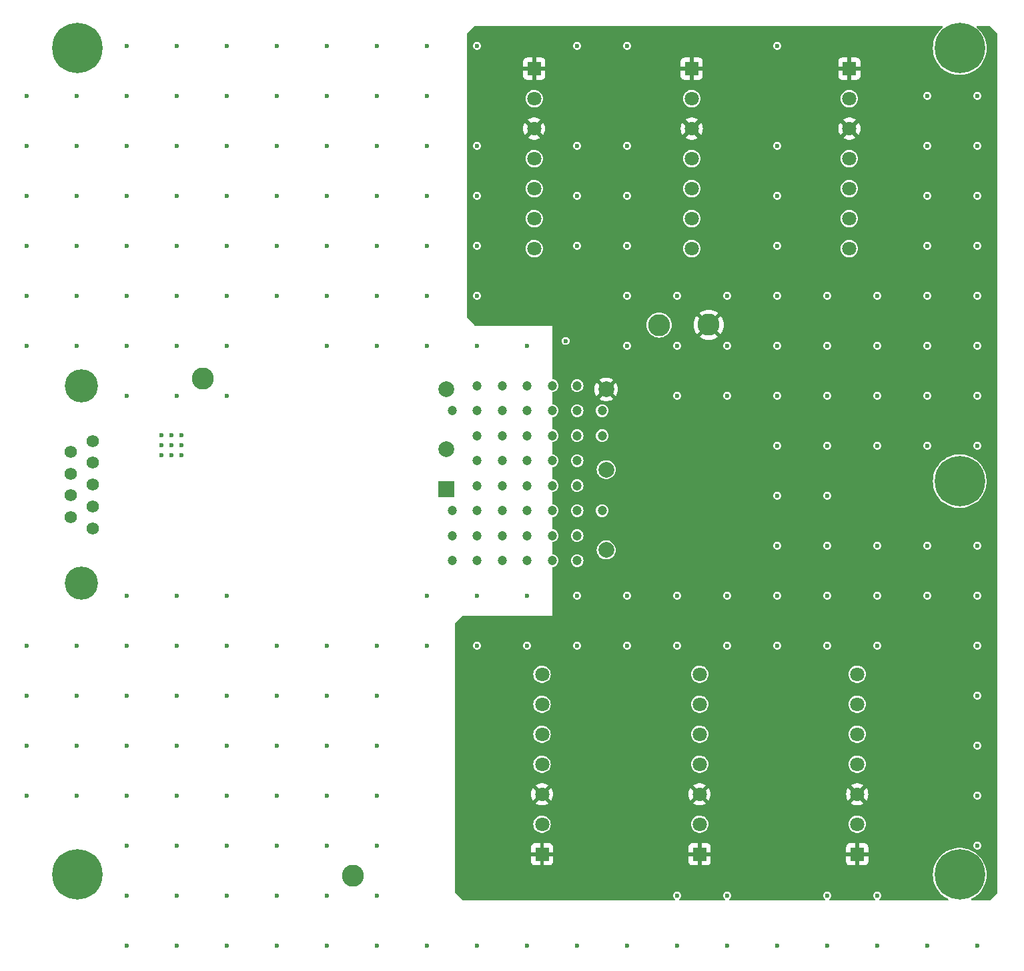
<source format=gbr>
%TF.GenerationSoftware,KiCad,Pcbnew,8.0.6*%
%TF.CreationDate,2025-03-03T14:35:36-05:00*%
%TF.ProjectId,SiPM_Bias_BRD_Telem_PWR,5369504d-5f42-4696-9173-5f4252445f54,rev?*%
%TF.SameCoordinates,Original*%
%TF.FileFunction,Copper,L4,Inr*%
%TF.FilePolarity,Positive*%
%FSLAX46Y46*%
G04 Gerber Fmt 4.6, Leading zero omitted, Abs format (unit mm)*
G04 Created by KiCad (PCBNEW 8.0.6) date 2025-03-03 14:35:36*
%MOMM*%
%LPD*%
G01*
G04 APERTURE LIST*
%TA.AperFunction,ComponentPad*%
%ADD10C,6.400000*%
%TD*%
%TA.AperFunction,ComponentPad*%
%ADD11R,1.800000X1.800000*%
%TD*%
%TA.AperFunction,ComponentPad*%
%ADD12C,1.800000*%
%TD*%
%TA.AperFunction,ComponentPad*%
%ADD13C,2.800000*%
%TD*%
%TA.AperFunction,ComponentPad*%
%ADD14C,1.560000*%
%TD*%
%TA.AperFunction,ComponentPad*%
%ADD15C,4.216000*%
%TD*%
%TA.AperFunction,ComponentPad*%
%ADD16R,2.000000X2.000000*%
%TD*%
%TA.AperFunction,ComponentPad*%
%ADD17C,2.000000*%
%TD*%
%TA.AperFunction,ViaPad*%
%ADD18C,0.600000*%
%TD*%
%TA.AperFunction,ViaPad*%
%ADD19C,1.200000*%
%TD*%
G04 APERTURE END LIST*
D10*
%TO.N,CHASSIS*%
%TO.C,H6*%
X235000000Y-140000000D03*
%TD*%
D11*
%TO.N,/V_P5V_RTN*%
%TO.C,J5*%
X294000000Y-242400000D03*
D12*
%TO.N,/V_P5V*%
X294000000Y-238590000D03*
%TO.N,/V_P5V_RTN*%
X294000000Y-234780000D03*
%TO.N,/V_SEC_RTN*%
X294000000Y-230970000D03*
%TO.N,/V_SEC_IN*%
X294000000Y-227160000D03*
%TO.N,/V_SEC_RTN*%
X294000000Y-223350000D03*
%TO.N,/V_SEC_IN*%
X294000000Y-219540000D03*
%TD*%
D10*
%TO.N,CHASSIS*%
%TO.C,H5*%
X347000000Y-195000000D03*
%TD*%
D11*
%TO.N,/V_P5V_RTN*%
%TO.C,J6*%
X314000000Y-242400000D03*
D12*
%TO.N,/V_P5V*%
X314000000Y-238590000D03*
%TO.N,/V_P5V_RTN*%
X314000000Y-234780000D03*
%TO.N,/V_SEC_RTN*%
X314000000Y-230970000D03*
%TO.N,/V_SEC_IN*%
X314000000Y-227160000D03*
%TO.N,/V_SEC_RTN*%
X314000000Y-223350000D03*
%TO.N,/V_SEC_IN*%
X314000000Y-219540000D03*
%TD*%
D11*
%TO.N,/V_P5V_RTN*%
%TO.C,J2*%
X293000000Y-142600000D03*
D12*
%TO.N,/V_P5V*%
X293000000Y-146410000D03*
%TO.N,/V_P5V_RTN*%
X293000000Y-150220000D03*
%TO.N,/V_SEC_RTN*%
X293000000Y-154030000D03*
%TO.N,/V_SEC_IN*%
X293000000Y-157840000D03*
%TO.N,/V_SEC_RTN*%
X293000000Y-161650000D03*
%TO.N,/V_SEC_IN*%
X293000000Y-165460000D03*
%TD*%
D13*
%TO.N,/V_P5V_RTN*%
%TO.C,P5V_{RTN}*%
X315150000Y-175140000D03*
%TD*%
D14*
%TO.N,/V_SEC_RTN*%
%TO.C,J1*%
X236980000Y-189900000D03*
X236980000Y-192670000D03*
%TO.N,unconnected-(J1-Pad3)*%
X236980000Y-195440000D03*
%TO.N,/V_SEC_RTN*%
X236980000Y-198210000D03*
X236980000Y-200980000D03*
%TO.N,/V_SEC_IN*%
X234140000Y-191285000D03*
X234140000Y-194055000D03*
X234140000Y-196825000D03*
X234140000Y-199595000D03*
D15*
%TO.N,CHASSIS*%
X235560000Y-182940000D03*
X235560000Y-207940000D03*
%TD*%
D10*
%TO.N,CHASSIS*%
%TO.C,H2*%
X347000000Y-245000000D03*
%TD*%
D11*
%TO.N,/V_P5V_RTN*%
%TO.C,J7*%
X334000000Y-242400000D03*
D12*
%TO.N,/V_P5V*%
X334000000Y-238590000D03*
%TO.N,/V_P5V_RTN*%
X334000000Y-234780000D03*
%TO.N,/V_SEC_RTN*%
X334000000Y-230970000D03*
%TO.N,/V_SEC_IN*%
X334000000Y-227160000D03*
%TO.N,/V_SEC_RTN*%
X334000000Y-223350000D03*
%TO.N,/V_SEC_IN*%
X334000000Y-219540000D03*
%TD*%
D10*
%TO.N,CHASSIS*%
%TO.C,H1*%
X235000000Y-245000000D03*
%TD*%
D11*
%TO.N,/V_P5V_RTN*%
%TO.C,J4*%
X333000000Y-142600000D03*
D12*
%TO.N,/V_P5V*%
X333000000Y-146410000D03*
%TO.N,/V_P5V_RTN*%
X333000000Y-150220000D03*
%TO.N,/V_SEC_RTN*%
X333000000Y-154030000D03*
%TO.N,/V_SEC_IN*%
X333000000Y-157840000D03*
%TO.N,/V_SEC_RTN*%
X333000000Y-161650000D03*
%TO.N,/V_SEC_IN*%
X333000000Y-165460000D03*
%TD*%
D13*
%TO.N,/V_SEC_RTN*%
%TO.C,P12V_{RTN}*%
X250930000Y-181990000D03*
%TD*%
%TO.N,/V_P5V*%
%TO.C,P5V*%
X308860000Y-175160000D03*
%TD*%
D16*
%TO.N,/Telem_PWR_Single_Rail/V_POS*%
%TO.C,U1*%
X281837721Y-196043157D03*
D17*
%TO.N,/Telem_PWR_Single_Rail/V_RTN*%
X281837721Y-190943157D03*
%TO.N,/V_P5V*%
X302137721Y-203743157D03*
%TO.N,unconnected-(U1-TRIM-Pad4)*%
X302137721Y-193543157D03*
%TO.N,/V_P5V_RTN*%
X302137721Y-183343157D03*
%TO.N,unconnected-(U1-REMOTE-Pad6)*%
X281837721Y-183343157D03*
%TD*%
D11*
%TO.N,/V_P5V_RTN*%
%TO.C,J3*%
X313000000Y-142600000D03*
D12*
%TO.N,/V_P5V*%
X313000000Y-146410000D03*
%TO.N,/V_P5V_RTN*%
X313000000Y-150220000D03*
%TO.N,/V_SEC_RTN*%
X313000000Y-154030000D03*
%TO.N,/V_SEC_IN*%
X313000000Y-157840000D03*
%TO.N,/V_SEC_RTN*%
X313000000Y-161650000D03*
%TO.N,/V_SEC_IN*%
X313000000Y-165460000D03*
%TD*%
D13*
%TO.N,CHASSIS*%
%TO.C,Chassis*%
X270030000Y-245110000D03*
%TD*%
D10*
%TO.N,CHASSIS*%
%TO.C,H3*%
X347000000Y-140000000D03*
%TD*%
D18*
%TO.N,/V_SEC_RTN*%
X336550000Y-247650000D03*
X245670000Y-190400000D03*
X323850000Y-165100000D03*
X304800000Y-209550000D03*
X273050000Y-152400000D03*
X323850000Y-215900000D03*
X336550000Y-171450000D03*
X317500000Y-209550000D03*
X323850000Y-209550000D03*
X247650000Y-158750000D03*
X323850000Y-177800000D03*
X228600000Y-222250000D03*
X241300000Y-171450000D03*
X285750000Y-215900000D03*
X285750000Y-171450000D03*
X254000000Y-228600000D03*
X311150000Y-171450000D03*
X279400000Y-165100000D03*
X273050000Y-139700000D03*
X323850000Y-190500000D03*
X273050000Y-228600000D03*
X266700000Y-171450000D03*
X266700000Y-158750000D03*
X273050000Y-165100000D03*
X247650000Y-254000000D03*
X273050000Y-158750000D03*
X260350000Y-165100000D03*
X349250000Y-203200000D03*
X349250000Y-152400000D03*
X273050000Y-241300000D03*
X248210000Y-190400000D03*
X323850000Y-184150000D03*
X311150000Y-184150000D03*
X330200000Y-184150000D03*
X241300000Y-228600000D03*
X266700000Y-139700000D03*
X273050000Y-222250000D03*
X241300000Y-177800000D03*
X330200000Y-247650000D03*
X317500000Y-254000000D03*
X273050000Y-234950000D03*
X342900000Y-152400000D03*
X292100000Y-254000000D03*
X349250000Y-171450000D03*
X304800000Y-171450000D03*
X349250000Y-254000000D03*
X336550000Y-254000000D03*
X260350000Y-139700000D03*
X317500000Y-247650000D03*
X266700000Y-247650000D03*
X342900000Y-171450000D03*
X304800000Y-158750000D03*
X246940000Y-191670000D03*
X342900000Y-146050000D03*
X336550000Y-209550000D03*
X279400000Y-209550000D03*
X304800000Y-177800000D03*
X254000000Y-146050000D03*
X247650000Y-184150000D03*
X285750000Y-254000000D03*
X228600000Y-152400000D03*
X311150000Y-254000000D03*
X247650000Y-209550000D03*
X241300000Y-139700000D03*
X292100000Y-215900000D03*
X266700000Y-177800000D03*
X247650000Y-215900000D03*
X330200000Y-190500000D03*
X273050000Y-171450000D03*
X241300000Y-234950000D03*
X241300000Y-165100000D03*
X254000000Y-177800000D03*
X298450000Y-254000000D03*
X266700000Y-152400000D03*
X241300000Y-152400000D03*
X247650000Y-177800000D03*
X247650000Y-234950000D03*
X247650000Y-165100000D03*
X260350000Y-171450000D03*
X273050000Y-215900000D03*
X260350000Y-234950000D03*
X241300000Y-254000000D03*
X330200000Y-177800000D03*
X260350000Y-222250000D03*
X254000000Y-165100000D03*
X298450000Y-209550000D03*
X254000000Y-222250000D03*
X254000000Y-184150000D03*
X266700000Y-165100000D03*
X330200000Y-209550000D03*
X245670000Y-189130000D03*
X254000000Y-209550000D03*
X349250000Y-146050000D03*
X336550000Y-215900000D03*
X342900000Y-203200000D03*
X279400000Y-146050000D03*
X241300000Y-222250000D03*
X349250000Y-241300000D03*
X349250000Y-177800000D03*
X273050000Y-247650000D03*
X342900000Y-209550000D03*
X254000000Y-215900000D03*
X304800000Y-254000000D03*
X279400000Y-254000000D03*
X311150000Y-215900000D03*
X260350000Y-254000000D03*
X254000000Y-247650000D03*
X234950000Y-177800000D03*
X336550000Y-190500000D03*
X241300000Y-184150000D03*
X228600000Y-171450000D03*
X311150000Y-209550000D03*
X323850000Y-196850000D03*
X234950000Y-165100000D03*
X241300000Y-247650000D03*
X279400000Y-171450000D03*
X260350000Y-228600000D03*
X349250000Y-215900000D03*
X266700000Y-241300000D03*
X254000000Y-158750000D03*
X247650000Y-171450000D03*
X323850000Y-203200000D03*
X285750000Y-158750000D03*
X247650000Y-228600000D03*
X285750000Y-139700000D03*
X234950000Y-171450000D03*
X254000000Y-254000000D03*
X247650000Y-222250000D03*
X304800000Y-139700000D03*
X260350000Y-247650000D03*
X336550000Y-184150000D03*
X260350000Y-158750000D03*
X285750000Y-209550000D03*
X285750000Y-152400000D03*
X342900000Y-158750000D03*
X349250000Y-190500000D03*
X342900000Y-165100000D03*
X234950000Y-215900000D03*
X342900000Y-190500000D03*
X349250000Y-234950000D03*
X342900000Y-177800000D03*
X317500000Y-184150000D03*
X273050000Y-177800000D03*
X228600000Y-146050000D03*
X234950000Y-158750000D03*
X279400000Y-152400000D03*
X266700000Y-254000000D03*
X273050000Y-146050000D03*
X254000000Y-234950000D03*
X245670000Y-191670000D03*
X234950000Y-234950000D03*
X330200000Y-203200000D03*
X228600000Y-215900000D03*
X241300000Y-241300000D03*
X317500000Y-177800000D03*
X241300000Y-158750000D03*
X247650000Y-139700000D03*
X241300000Y-209550000D03*
X260350000Y-146050000D03*
X304800000Y-152400000D03*
X323850000Y-171450000D03*
X279400000Y-139700000D03*
X323850000Y-254000000D03*
X234950000Y-222250000D03*
X323850000Y-152400000D03*
X330200000Y-196850000D03*
X330200000Y-215900000D03*
X247650000Y-241300000D03*
X349250000Y-158750000D03*
X260350000Y-215900000D03*
X279400000Y-177800000D03*
X260350000Y-152400000D03*
X311150000Y-177800000D03*
X234950000Y-228600000D03*
X260350000Y-241300000D03*
X247650000Y-152400000D03*
X241300000Y-215900000D03*
X246940000Y-189130000D03*
X248210000Y-191670000D03*
X246940000Y-190400000D03*
X254000000Y-139700000D03*
X342900000Y-254000000D03*
X330200000Y-171450000D03*
X349250000Y-209550000D03*
X323850000Y-139700000D03*
X304800000Y-165100000D03*
X266700000Y-228600000D03*
X228600000Y-158750000D03*
X254000000Y-241300000D03*
X234950000Y-146050000D03*
X247650000Y-247650000D03*
X349250000Y-222250000D03*
X323850000Y-158750000D03*
X273050000Y-254000000D03*
X266700000Y-146050000D03*
X336550000Y-177800000D03*
X311150000Y-247650000D03*
X298450000Y-139700000D03*
X254000000Y-171450000D03*
X285750000Y-165100000D03*
X266700000Y-215900000D03*
X228600000Y-228600000D03*
X247650000Y-146050000D03*
X298450000Y-165100000D03*
X298450000Y-152400000D03*
X285750000Y-177800000D03*
X266700000Y-222250000D03*
X342900000Y-184150000D03*
X336550000Y-203200000D03*
X298450000Y-215900000D03*
X234950000Y-152400000D03*
X292100000Y-177800000D03*
X298450000Y-158750000D03*
X349250000Y-184150000D03*
X292100000Y-209550000D03*
X228600000Y-177800000D03*
X317500000Y-215900000D03*
X228600000Y-165100000D03*
X241300000Y-146050000D03*
X349250000Y-228600000D03*
X304800000Y-215900000D03*
X228600000Y-234950000D03*
X266700000Y-234950000D03*
X279400000Y-158750000D03*
X248210000Y-189130000D03*
X317500000Y-171450000D03*
X349250000Y-165100000D03*
X279400000Y-215900000D03*
X330200000Y-254000000D03*
X254000000Y-152400000D03*
D19*
%TO.N,CHASSIS*%
X292100000Y-182880000D03*
X301625000Y-186055000D03*
X298450000Y-192405000D03*
X282575000Y-198755000D03*
X295275000Y-192405000D03*
X292100000Y-195580000D03*
X298450000Y-182880000D03*
X292100000Y-192405000D03*
X288925000Y-195580000D03*
X292100000Y-189230000D03*
D18*
X297000221Y-177193157D03*
D19*
X295275000Y-198755000D03*
X295275000Y-189230000D03*
X292100000Y-205105000D03*
X295275000Y-205105000D03*
X298450000Y-189230000D03*
X285750000Y-201930000D03*
X288925000Y-198755000D03*
X285750000Y-198755000D03*
X292100000Y-186055000D03*
X282575000Y-205105000D03*
X288925000Y-182880000D03*
X288925000Y-192405000D03*
X298450000Y-195580000D03*
X285750000Y-205105000D03*
X288925000Y-189230000D03*
X298450000Y-186055000D03*
X295275000Y-195580000D03*
X285750000Y-192405000D03*
X282575000Y-186055000D03*
X292100000Y-198755000D03*
X295275000Y-182880000D03*
X288925000Y-186055000D03*
X298450000Y-205105000D03*
X288925000Y-205105000D03*
X301625000Y-198755000D03*
X285750000Y-182880000D03*
X298450000Y-201930000D03*
X295275000Y-201930000D03*
X298450000Y-198755000D03*
X292100000Y-201930000D03*
X288925000Y-201930000D03*
X285750000Y-186055000D03*
X285750000Y-195580000D03*
X282575000Y-201930000D03*
X301625000Y-189230000D03*
X285750000Y-189230000D03*
X295275000Y-186055000D03*
D18*
%TO.N,/V_P5V_RTN*%
X302150221Y-177203157D03*
X314490000Y-185142500D03*
X321800000Y-196540000D03*
%TD*%
%TA.AperFunction,Conductor*%
%TO.N,/V_P5V_RTN*%
G36*
X344815934Y-137179685D02*
G01*
X344861689Y-137232489D01*
X344871633Y-137301647D01*
X344842608Y-137365203D01*
X344823936Y-137382716D01*
X344795339Y-137404454D01*
X344795330Y-137404462D01*
X344527626Y-137658044D01*
X344288909Y-137939083D01*
X344081979Y-138244282D01*
X344081973Y-138244291D01*
X343909261Y-138570061D01*
X343909255Y-138570073D01*
X343772770Y-138912628D01*
X343772768Y-138912634D01*
X343674128Y-139267905D01*
X343674122Y-139267931D01*
X343614470Y-139631786D01*
X343614469Y-139631803D01*
X343594506Y-139999997D01*
X343594506Y-140000002D01*
X343614469Y-140368196D01*
X343614470Y-140368213D01*
X343674122Y-140732068D01*
X343674128Y-140732094D01*
X343772768Y-141087365D01*
X343772770Y-141087371D01*
X343909255Y-141429926D01*
X343909261Y-141429938D01*
X344081973Y-141755708D01*
X344081979Y-141755717D01*
X344288909Y-142060916D01*
X344338995Y-142119881D01*
X344527627Y-142341956D01*
X344795330Y-142595538D01*
X345088881Y-142818690D01*
X345404838Y-143008795D01*
X345404840Y-143008796D01*
X345404842Y-143008797D01*
X345404846Y-143008799D01*
X345559002Y-143080119D01*
X345739497Y-143163625D01*
X346088934Y-143281364D01*
X346449052Y-143360632D01*
X346815630Y-143400500D01*
X346815636Y-143400500D01*
X347184364Y-143400500D01*
X347184370Y-143400500D01*
X347550948Y-143360632D01*
X347911066Y-143281364D01*
X348260503Y-143163625D01*
X348595162Y-143008795D01*
X348911119Y-142818690D01*
X349204670Y-142595538D01*
X349472373Y-142341956D01*
X349711090Y-142060917D01*
X349918022Y-141755716D01*
X350090743Y-141429930D01*
X350227227Y-141087379D01*
X350325875Y-140732081D01*
X350385531Y-140368199D01*
X350405494Y-140000000D01*
X350385531Y-139631801D01*
X350325875Y-139267919D01*
X350227227Y-138912621D01*
X350090743Y-138570070D01*
X349918022Y-138244284D01*
X349711090Y-137939083D01*
X349472373Y-137658044D01*
X349204670Y-137404462D01*
X349204663Y-137404456D01*
X349204660Y-137404454D01*
X349176064Y-137382716D01*
X349134607Y-137326475D01*
X349130137Y-137256748D01*
X349164073Y-137195674D01*
X349225642Y-137162643D01*
X349251105Y-137160000D01*
X350738638Y-137160000D01*
X350805677Y-137179685D01*
X350826319Y-137196319D01*
X351753681Y-138123681D01*
X351787166Y-138185004D01*
X351790000Y-138211362D01*
X351790000Y-247233638D01*
X351770315Y-247300677D01*
X351753681Y-247321319D01*
X350826319Y-248248681D01*
X350764996Y-248282166D01*
X350738638Y-248285000D01*
X348561493Y-248285000D01*
X348494454Y-248265315D01*
X348448699Y-248212511D01*
X348438755Y-248143353D01*
X348467780Y-248079797D01*
X348509427Y-248048461D01*
X348595153Y-248008799D01*
X348595162Y-248008795D01*
X348911119Y-247818690D01*
X349204670Y-247595538D01*
X349472373Y-247341956D01*
X349711090Y-247060917D01*
X349918022Y-246755716D01*
X350090743Y-246429930D01*
X350227227Y-246087379D01*
X350325875Y-245732081D01*
X350385531Y-245368199D01*
X350405494Y-245000000D01*
X350385531Y-244631801D01*
X350325875Y-244267919D01*
X350227227Y-243912621D01*
X350090743Y-243570070D01*
X349918022Y-243244284D01*
X349711090Y-242939083D01*
X349472373Y-242658044D01*
X349204670Y-242404462D01*
X348911119Y-242181310D01*
X348595162Y-241991205D01*
X348595161Y-241991204D01*
X348595157Y-241991202D01*
X348595153Y-241991200D01*
X348260513Y-241836379D01*
X348260508Y-241836377D01*
X348260503Y-241836375D01*
X348090172Y-241778983D01*
X347911065Y-241718635D01*
X347550946Y-241639367D01*
X347184371Y-241599500D01*
X347184370Y-241599500D01*
X346815630Y-241599500D01*
X346815628Y-241599500D01*
X346449053Y-241639367D01*
X346088934Y-241718635D01*
X345847454Y-241800000D01*
X345739497Y-241836375D01*
X345739494Y-241836376D01*
X345739486Y-241836379D01*
X345404846Y-241991200D01*
X345404842Y-241991202D01*
X345337714Y-242031592D01*
X345088881Y-242181310D01*
X344988410Y-242257685D01*
X344795330Y-242404461D01*
X344795330Y-242404462D01*
X344527626Y-242658044D01*
X344288909Y-242939083D01*
X344081979Y-243244282D01*
X344081973Y-243244291D01*
X343909261Y-243570061D01*
X343909255Y-243570073D01*
X343772770Y-243912628D01*
X343772768Y-243912634D01*
X343674128Y-244267905D01*
X343674122Y-244267931D01*
X343614470Y-244631786D01*
X343614469Y-244631803D01*
X343594506Y-244999997D01*
X343594506Y-245000002D01*
X343614469Y-245368196D01*
X343614470Y-245368213D01*
X343674122Y-245732068D01*
X343674128Y-245732094D01*
X343772768Y-246087365D01*
X343772770Y-246087371D01*
X343909255Y-246429926D01*
X343909261Y-246429938D01*
X344081973Y-246755708D01*
X344081976Y-246755713D01*
X344081978Y-246755716D01*
X344288910Y-247060917D01*
X344527627Y-247341956D01*
X344795330Y-247595538D01*
X345088881Y-247818690D01*
X345404838Y-248008795D01*
X345404840Y-248008796D01*
X345404842Y-248008797D01*
X345404846Y-248008799D01*
X345490573Y-248048461D01*
X345543151Y-248094475D01*
X345562505Y-248161611D01*
X345542491Y-248228552D01*
X345489462Y-248274047D01*
X345438507Y-248285000D01*
X336909980Y-248285000D01*
X336842941Y-248265315D01*
X336797186Y-248212511D01*
X336787242Y-248143353D01*
X336816267Y-248079797D01*
X336842941Y-248056684D01*
X336881128Y-248032143D01*
X336975377Y-247923373D01*
X337035165Y-247792457D01*
X337055647Y-247650000D01*
X337035165Y-247507543D01*
X336975377Y-247376627D01*
X336881128Y-247267857D01*
X336760053Y-247190047D01*
X336760051Y-247190046D01*
X336760049Y-247190045D01*
X336760050Y-247190045D01*
X336621963Y-247149500D01*
X336621961Y-247149500D01*
X336478039Y-247149500D01*
X336478036Y-247149500D01*
X336339949Y-247190045D01*
X336218873Y-247267856D01*
X336124623Y-247376626D01*
X336124622Y-247376628D01*
X336064834Y-247507543D01*
X336044353Y-247650000D01*
X336064834Y-247792456D01*
X336076815Y-247818690D01*
X336124623Y-247923373D01*
X336218872Y-248032143D01*
X336257059Y-248056684D01*
X336302814Y-248109488D01*
X336312758Y-248178647D01*
X336283733Y-248242202D01*
X336224955Y-248279977D01*
X336190020Y-248285000D01*
X330559980Y-248285000D01*
X330492941Y-248265315D01*
X330447186Y-248212511D01*
X330437242Y-248143353D01*
X330466267Y-248079797D01*
X330492941Y-248056684D01*
X330531128Y-248032143D01*
X330625377Y-247923373D01*
X330685165Y-247792457D01*
X330705647Y-247650000D01*
X330685165Y-247507543D01*
X330625377Y-247376627D01*
X330531128Y-247267857D01*
X330410053Y-247190047D01*
X330410051Y-247190046D01*
X330410049Y-247190045D01*
X330410050Y-247190045D01*
X330271963Y-247149500D01*
X330271961Y-247149500D01*
X330128039Y-247149500D01*
X330128036Y-247149500D01*
X329989949Y-247190045D01*
X329868873Y-247267856D01*
X329774623Y-247376626D01*
X329774622Y-247376628D01*
X329714834Y-247507543D01*
X329694353Y-247650000D01*
X329714834Y-247792456D01*
X329726815Y-247818690D01*
X329774623Y-247923373D01*
X329868872Y-248032143D01*
X329907059Y-248056684D01*
X329952814Y-248109488D01*
X329962758Y-248178647D01*
X329933733Y-248242202D01*
X329874955Y-248279977D01*
X329840020Y-248285000D01*
X317859980Y-248285000D01*
X317792941Y-248265315D01*
X317747186Y-248212511D01*
X317737242Y-248143353D01*
X317766267Y-248079797D01*
X317792941Y-248056684D01*
X317831128Y-248032143D01*
X317925377Y-247923373D01*
X317985165Y-247792457D01*
X318005647Y-247650000D01*
X317985165Y-247507543D01*
X317925377Y-247376627D01*
X317831128Y-247267857D01*
X317710053Y-247190047D01*
X317710051Y-247190046D01*
X317710049Y-247190045D01*
X317710050Y-247190045D01*
X317571963Y-247149500D01*
X317571961Y-247149500D01*
X317428039Y-247149500D01*
X317428036Y-247149500D01*
X317289949Y-247190045D01*
X317168873Y-247267856D01*
X317074623Y-247376626D01*
X317074622Y-247376628D01*
X317014834Y-247507543D01*
X316994353Y-247650000D01*
X317014834Y-247792456D01*
X317026815Y-247818690D01*
X317074623Y-247923373D01*
X317168872Y-248032143D01*
X317207059Y-248056684D01*
X317252814Y-248109488D01*
X317262758Y-248178647D01*
X317233733Y-248242202D01*
X317174955Y-248279977D01*
X317140020Y-248285000D01*
X311509980Y-248285000D01*
X311442941Y-248265315D01*
X311397186Y-248212511D01*
X311387242Y-248143353D01*
X311416267Y-248079797D01*
X311442941Y-248056684D01*
X311481128Y-248032143D01*
X311575377Y-247923373D01*
X311635165Y-247792457D01*
X311655647Y-247650000D01*
X311635165Y-247507543D01*
X311575377Y-247376627D01*
X311481128Y-247267857D01*
X311360053Y-247190047D01*
X311360051Y-247190046D01*
X311360049Y-247190045D01*
X311360050Y-247190045D01*
X311221963Y-247149500D01*
X311221961Y-247149500D01*
X311078039Y-247149500D01*
X311078036Y-247149500D01*
X310939949Y-247190045D01*
X310818873Y-247267856D01*
X310724623Y-247376626D01*
X310724622Y-247376628D01*
X310664834Y-247507543D01*
X310644353Y-247650000D01*
X310664834Y-247792456D01*
X310676815Y-247818690D01*
X310724623Y-247923373D01*
X310818872Y-248032143D01*
X310857059Y-248056684D01*
X310902814Y-248109488D01*
X310912758Y-248178647D01*
X310883733Y-248242202D01*
X310824955Y-248279977D01*
X310790020Y-248285000D01*
X284007362Y-248285000D01*
X283940323Y-248265315D01*
X283919681Y-248248681D01*
X282992319Y-247321319D01*
X282958834Y-247259996D01*
X282956000Y-247233638D01*
X282956000Y-241452155D01*
X292600000Y-241452155D01*
X292600000Y-242150000D01*
X293451518Y-242150000D01*
X293440889Y-242168409D01*
X293400000Y-242321009D01*
X293400000Y-242478991D01*
X293440889Y-242631591D01*
X293451518Y-242650000D01*
X292600000Y-242650000D01*
X292600000Y-243347844D01*
X292606401Y-243407372D01*
X292606403Y-243407379D01*
X292656645Y-243542086D01*
X292656649Y-243542093D01*
X292742809Y-243657187D01*
X292742812Y-243657190D01*
X292857906Y-243743350D01*
X292857913Y-243743354D01*
X292992620Y-243793596D01*
X292992627Y-243793598D01*
X293052155Y-243799999D01*
X293052172Y-243800000D01*
X293750000Y-243800000D01*
X293750000Y-242948482D01*
X293768409Y-242959111D01*
X293921009Y-243000000D01*
X294078991Y-243000000D01*
X294231591Y-242959111D01*
X294250000Y-242948482D01*
X294250000Y-243800000D01*
X294947828Y-243800000D01*
X294947844Y-243799999D01*
X295007372Y-243793598D01*
X295007379Y-243793596D01*
X295142086Y-243743354D01*
X295142093Y-243743350D01*
X295257187Y-243657190D01*
X295257190Y-243657187D01*
X295343350Y-243542093D01*
X295343354Y-243542086D01*
X295393596Y-243407379D01*
X295393598Y-243407372D01*
X295399999Y-243347844D01*
X295400000Y-243347827D01*
X295400000Y-242650000D01*
X294548482Y-242650000D01*
X294559111Y-242631591D01*
X294600000Y-242478991D01*
X294600000Y-242321009D01*
X294559111Y-242168409D01*
X294548482Y-242150000D01*
X295400000Y-242150000D01*
X295400000Y-241452172D01*
X295399999Y-241452155D01*
X312600000Y-241452155D01*
X312600000Y-242150000D01*
X313451518Y-242150000D01*
X313440889Y-242168409D01*
X313400000Y-242321009D01*
X313400000Y-242478991D01*
X313440889Y-242631591D01*
X313451518Y-242650000D01*
X312600000Y-242650000D01*
X312600000Y-243347844D01*
X312606401Y-243407372D01*
X312606403Y-243407379D01*
X312656645Y-243542086D01*
X312656649Y-243542093D01*
X312742809Y-243657187D01*
X312742812Y-243657190D01*
X312857906Y-243743350D01*
X312857913Y-243743354D01*
X312992620Y-243793596D01*
X312992627Y-243793598D01*
X313052155Y-243799999D01*
X313052172Y-243800000D01*
X313750000Y-243800000D01*
X313750000Y-242948482D01*
X313768409Y-242959111D01*
X313921009Y-243000000D01*
X314078991Y-243000000D01*
X314231591Y-242959111D01*
X314250000Y-242948482D01*
X314250000Y-243800000D01*
X314947828Y-243800000D01*
X314947844Y-243799999D01*
X315007372Y-243793598D01*
X315007379Y-243793596D01*
X315142086Y-243743354D01*
X315142093Y-243743350D01*
X315257187Y-243657190D01*
X315257190Y-243657187D01*
X315343350Y-243542093D01*
X315343354Y-243542086D01*
X315393596Y-243407379D01*
X315393598Y-243407372D01*
X315399999Y-243347844D01*
X315400000Y-243347827D01*
X315400000Y-242650000D01*
X314548482Y-242650000D01*
X314559111Y-242631591D01*
X314600000Y-242478991D01*
X314600000Y-242321009D01*
X314559111Y-242168409D01*
X314548482Y-242150000D01*
X315400000Y-242150000D01*
X315400000Y-241452172D01*
X315399999Y-241452155D01*
X332600000Y-241452155D01*
X332600000Y-242150000D01*
X333451518Y-242150000D01*
X333440889Y-242168409D01*
X333400000Y-242321009D01*
X333400000Y-242478991D01*
X333440889Y-242631591D01*
X333451518Y-242650000D01*
X332600000Y-242650000D01*
X332600000Y-243347844D01*
X332606401Y-243407372D01*
X332606403Y-243407379D01*
X332656645Y-243542086D01*
X332656649Y-243542093D01*
X332742809Y-243657187D01*
X332742812Y-243657190D01*
X332857906Y-243743350D01*
X332857913Y-243743354D01*
X332992620Y-243793596D01*
X332992627Y-243793598D01*
X333052155Y-243799999D01*
X333052172Y-243800000D01*
X333750000Y-243800000D01*
X333750000Y-242948482D01*
X333768409Y-242959111D01*
X333921009Y-243000000D01*
X334078991Y-243000000D01*
X334231591Y-242959111D01*
X334250000Y-242948482D01*
X334250000Y-243800000D01*
X334947828Y-243800000D01*
X334947844Y-243799999D01*
X335007372Y-243793598D01*
X335007379Y-243793596D01*
X335142086Y-243743354D01*
X335142093Y-243743350D01*
X335257187Y-243657190D01*
X335257190Y-243657187D01*
X335343350Y-243542093D01*
X335343354Y-243542086D01*
X335393596Y-243407379D01*
X335393598Y-243407372D01*
X335399999Y-243347844D01*
X335400000Y-243347827D01*
X335400000Y-242650000D01*
X334548482Y-242650000D01*
X334559111Y-242631591D01*
X334600000Y-242478991D01*
X334600000Y-242321009D01*
X334559111Y-242168409D01*
X334548482Y-242150000D01*
X335400000Y-242150000D01*
X335400000Y-241452172D01*
X335399999Y-241452155D01*
X335393598Y-241392627D01*
X335393596Y-241392620D01*
X335359051Y-241300000D01*
X348744353Y-241300000D01*
X348764834Y-241442456D01*
X348824622Y-241573371D01*
X348824623Y-241573373D01*
X348918872Y-241682143D01*
X349039947Y-241759953D01*
X349039950Y-241759954D01*
X349039949Y-241759954D01*
X349147107Y-241791417D01*
X349176336Y-241800000D01*
X349178036Y-241800499D01*
X349178038Y-241800500D01*
X349178039Y-241800500D01*
X349321962Y-241800500D01*
X349321962Y-241800499D01*
X349460053Y-241759953D01*
X349581128Y-241682143D01*
X349675377Y-241573373D01*
X349735165Y-241442457D01*
X349755647Y-241300000D01*
X349735165Y-241157543D01*
X349675377Y-241026627D01*
X349581128Y-240917857D01*
X349460053Y-240840047D01*
X349460051Y-240840046D01*
X349460049Y-240840045D01*
X349460050Y-240840045D01*
X349321963Y-240799500D01*
X349321961Y-240799500D01*
X349178039Y-240799500D01*
X349178036Y-240799500D01*
X349039949Y-240840045D01*
X348918873Y-240917856D01*
X348824623Y-241026626D01*
X348824622Y-241026628D01*
X348764834Y-241157543D01*
X348744353Y-241300000D01*
X335359051Y-241300000D01*
X335343354Y-241257913D01*
X335343350Y-241257906D01*
X335257190Y-241142812D01*
X335257187Y-241142809D01*
X335142093Y-241056649D01*
X335142086Y-241056645D01*
X335007379Y-241006403D01*
X335007372Y-241006401D01*
X334947844Y-241000000D01*
X334250000Y-241000000D01*
X334250000Y-241851517D01*
X334231591Y-241840889D01*
X334078991Y-241800000D01*
X333921009Y-241800000D01*
X333768409Y-241840889D01*
X333750000Y-241851517D01*
X333750000Y-241000000D01*
X333052155Y-241000000D01*
X332992627Y-241006401D01*
X332992620Y-241006403D01*
X332857913Y-241056645D01*
X332857906Y-241056649D01*
X332742812Y-241142809D01*
X332742809Y-241142812D01*
X332656649Y-241257906D01*
X332656645Y-241257913D01*
X332606403Y-241392620D01*
X332606401Y-241392627D01*
X332600000Y-241452155D01*
X315399999Y-241452155D01*
X315393598Y-241392627D01*
X315393596Y-241392620D01*
X315343354Y-241257913D01*
X315343350Y-241257906D01*
X315257190Y-241142812D01*
X315257187Y-241142809D01*
X315142093Y-241056649D01*
X315142086Y-241056645D01*
X315007379Y-241006403D01*
X315007372Y-241006401D01*
X314947844Y-241000000D01*
X314250000Y-241000000D01*
X314250000Y-241851517D01*
X314231591Y-241840889D01*
X314078991Y-241800000D01*
X313921009Y-241800000D01*
X313768409Y-241840889D01*
X313750000Y-241851517D01*
X313750000Y-241000000D01*
X313052155Y-241000000D01*
X312992627Y-241006401D01*
X312992620Y-241006403D01*
X312857913Y-241056645D01*
X312857906Y-241056649D01*
X312742812Y-241142809D01*
X312742809Y-241142812D01*
X312656649Y-241257906D01*
X312656645Y-241257913D01*
X312606403Y-241392620D01*
X312606401Y-241392627D01*
X312600000Y-241452155D01*
X295399999Y-241452155D01*
X295393598Y-241392627D01*
X295393596Y-241392620D01*
X295343354Y-241257913D01*
X295343350Y-241257906D01*
X295257190Y-241142812D01*
X295257187Y-241142809D01*
X295142093Y-241056649D01*
X295142086Y-241056645D01*
X295007379Y-241006403D01*
X295007372Y-241006401D01*
X294947844Y-241000000D01*
X294250000Y-241000000D01*
X294250000Y-241851517D01*
X294231591Y-241840889D01*
X294078991Y-241800000D01*
X293921009Y-241800000D01*
X293768409Y-241840889D01*
X293750000Y-241851517D01*
X293750000Y-241000000D01*
X293052155Y-241000000D01*
X292992627Y-241006401D01*
X292992620Y-241006403D01*
X292857913Y-241056645D01*
X292857906Y-241056649D01*
X292742812Y-241142809D01*
X292742809Y-241142812D01*
X292656649Y-241257906D01*
X292656645Y-241257913D01*
X292606403Y-241392620D01*
X292606401Y-241392627D01*
X292600000Y-241452155D01*
X282956000Y-241452155D01*
X282956000Y-238589999D01*
X292894785Y-238589999D01*
X292894785Y-238590000D01*
X292913602Y-238793082D01*
X292969417Y-238989247D01*
X292969422Y-238989260D01*
X293060327Y-239171821D01*
X293183237Y-239334581D01*
X293333958Y-239471980D01*
X293333960Y-239471982D01*
X293433141Y-239533392D01*
X293507363Y-239579348D01*
X293697544Y-239653024D01*
X293898024Y-239690500D01*
X293898026Y-239690500D01*
X294101974Y-239690500D01*
X294101976Y-239690500D01*
X294302456Y-239653024D01*
X294492637Y-239579348D01*
X294666041Y-239471981D01*
X294816764Y-239334579D01*
X294939673Y-239171821D01*
X295030582Y-238989250D01*
X295086397Y-238793083D01*
X295105215Y-238590000D01*
X295105215Y-238589999D01*
X312894785Y-238589999D01*
X312894785Y-238590000D01*
X312913602Y-238793082D01*
X312969417Y-238989247D01*
X312969422Y-238989260D01*
X313060327Y-239171821D01*
X313183237Y-239334581D01*
X313333958Y-239471980D01*
X313333960Y-239471982D01*
X313433141Y-239533392D01*
X313507363Y-239579348D01*
X313697544Y-239653024D01*
X313898024Y-239690500D01*
X313898026Y-239690500D01*
X314101974Y-239690500D01*
X314101976Y-239690500D01*
X314302456Y-239653024D01*
X314492637Y-239579348D01*
X314666041Y-239471981D01*
X314816764Y-239334579D01*
X314939673Y-239171821D01*
X315030582Y-238989250D01*
X315086397Y-238793083D01*
X315105215Y-238590000D01*
X315105215Y-238589999D01*
X332894785Y-238589999D01*
X332894785Y-238590000D01*
X332913602Y-238793082D01*
X332969417Y-238989247D01*
X332969422Y-238989260D01*
X333060327Y-239171821D01*
X333183237Y-239334581D01*
X333333958Y-239471980D01*
X333333960Y-239471982D01*
X333433141Y-239533392D01*
X333507363Y-239579348D01*
X333697544Y-239653024D01*
X333898024Y-239690500D01*
X333898026Y-239690500D01*
X334101974Y-239690500D01*
X334101976Y-239690500D01*
X334302456Y-239653024D01*
X334492637Y-239579348D01*
X334666041Y-239471981D01*
X334816764Y-239334579D01*
X334939673Y-239171821D01*
X335030582Y-238989250D01*
X335086397Y-238793083D01*
X335105215Y-238590000D01*
X335086397Y-238386917D01*
X335030582Y-238190750D01*
X334939673Y-238008179D01*
X334816764Y-237845421D01*
X334816762Y-237845418D01*
X334666041Y-237708019D01*
X334666039Y-237708017D01*
X334492642Y-237600655D01*
X334492635Y-237600651D01*
X334397546Y-237563814D01*
X334302456Y-237526976D01*
X334101976Y-237489500D01*
X333898024Y-237489500D01*
X333697544Y-237526976D01*
X333697541Y-237526976D01*
X333697541Y-237526977D01*
X333507364Y-237600651D01*
X333507357Y-237600655D01*
X333333960Y-237708017D01*
X333333958Y-237708019D01*
X333183237Y-237845418D01*
X333060327Y-238008178D01*
X332969422Y-238190739D01*
X332969417Y-238190752D01*
X332913602Y-238386917D01*
X332894785Y-238589999D01*
X315105215Y-238589999D01*
X315086397Y-238386917D01*
X315030582Y-238190750D01*
X314939673Y-238008179D01*
X314816764Y-237845421D01*
X314816762Y-237845418D01*
X314666041Y-237708019D01*
X314666039Y-237708017D01*
X314492642Y-237600655D01*
X314492635Y-237600651D01*
X314397546Y-237563814D01*
X314302456Y-237526976D01*
X314101976Y-237489500D01*
X313898024Y-237489500D01*
X313697544Y-237526976D01*
X313697541Y-237526976D01*
X313697541Y-237526977D01*
X313507364Y-237600651D01*
X313507357Y-237600655D01*
X313333960Y-237708017D01*
X313333958Y-237708019D01*
X313183237Y-237845418D01*
X313060327Y-238008178D01*
X312969422Y-238190739D01*
X312969417Y-238190752D01*
X312913602Y-238386917D01*
X312894785Y-238589999D01*
X295105215Y-238589999D01*
X295086397Y-238386917D01*
X295030582Y-238190750D01*
X294939673Y-238008179D01*
X294816764Y-237845421D01*
X294816762Y-237845418D01*
X294666041Y-237708019D01*
X294666039Y-237708017D01*
X294492642Y-237600655D01*
X294492635Y-237600651D01*
X294397546Y-237563814D01*
X294302456Y-237526976D01*
X294101976Y-237489500D01*
X293898024Y-237489500D01*
X293697544Y-237526976D01*
X293697541Y-237526976D01*
X293697541Y-237526977D01*
X293507364Y-237600651D01*
X293507357Y-237600655D01*
X293333960Y-237708017D01*
X293333958Y-237708019D01*
X293183237Y-237845418D01*
X293060327Y-238008178D01*
X292969422Y-238190739D01*
X292969417Y-238190752D01*
X292913602Y-238386917D01*
X292894785Y-238589999D01*
X282956000Y-238589999D01*
X282956000Y-234779994D01*
X292595202Y-234779994D01*
X292595202Y-234780005D01*
X292614361Y-235011218D01*
X292671317Y-235236135D01*
X292764515Y-235448606D01*
X292848812Y-235577633D01*
X293435387Y-234991058D01*
X293440889Y-235011591D01*
X293519881Y-235148408D01*
X293631592Y-235260119D01*
X293768409Y-235339111D01*
X293788940Y-235344612D01*
X293201201Y-235932351D01*
X293231649Y-235956050D01*
X293435697Y-236066476D01*
X293435706Y-236066479D01*
X293655139Y-236141811D01*
X293883993Y-236180000D01*
X294116007Y-236180000D01*
X294344860Y-236141811D01*
X294564293Y-236066479D01*
X294564301Y-236066476D01*
X294768355Y-235956047D01*
X294798797Y-235932351D01*
X294798798Y-235932350D01*
X294211060Y-235344612D01*
X294231591Y-235339111D01*
X294368408Y-235260119D01*
X294480119Y-235148408D01*
X294559111Y-235011591D01*
X294564612Y-234991059D01*
X295151186Y-235577633D01*
X295235482Y-235448611D01*
X295328682Y-235236135D01*
X295385638Y-235011218D01*
X295404798Y-234780005D01*
X295404798Y-234779994D01*
X312595202Y-234779994D01*
X312595202Y-234780005D01*
X312614361Y-235011218D01*
X312671317Y-235236135D01*
X312764515Y-235448606D01*
X312848812Y-235577633D01*
X313435387Y-234991058D01*
X313440889Y-235011591D01*
X313519881Y-235148408D01*
X313631592Y-235260119D01*
X313768409Y-235339111D01*
X313788940Y-235344612D01*
X313201201Y-235932351D01*
X313231649Y-235956050D01*
X313435697Y-236066476D01*
X313435706Y-236066479D01*
X313655139Y-236141811D01*
X313883993Y-236180000D01*
X314116007Y-236180000D01*
X314344860Y-236141811D01*
X314564293Y-236066479D01*
X314564301Y-236066476D01*
X314768355Y-235956047D01*
X314798797Y-235932351D01*
X314798798Y-235932350D01*
X314211060Y-235344612D01*
X314231591Y-235339111D01*
X314368408Y-235260119D01*
X314480119Y-235148408D01*
X314559111Y-235011591D01*
X314564612Y-234991059D01*
X315151186Y-235577633D01*
X315235482Y-235448611D01*
X315328682Y-235236135D01*
X315385638Y-235011218D01*
X315404798Y-234780005D01*
X315404798Y-234779994D01*
X332595202Y-234779994D01*
X332595202Y-234780005D01*
X332614361Y-235011218D01*
X332671317Y-235236135D01*
X332764515Y-235448606D01*
X332848812Y-235577633D01*
X333435387Y-234991058D01*
X333440889Y-235011591D01*
X333519881Y-235148408D01*
X333631592Y-235260119D01*
X333768409Y-235339111D01*
X333788940Y-235344612D01*
X333201201Y-235932351D01*
X333231649Y-235956050D01*
X333435697Y-236066476D01*
X333435706Y-236066479D01*
X333655139Y-236141811D01*
X333883993Y-236180000D01*
X334116007Y-236180000D01*
X334344860Y-236141811D01*
X334564293Y-236066479D01*
X334564301Y-236066476D01*
X334768355Y-235956047D01*
X334798797Y-235932351D01*
X334798798Y-235932350D01*
X334211060Y-235344612D01*
X334231591Y-235339111D01*
X334368408Y-235260119D01*
X334480119Y-235148408D01*
X334559111Y-235011591D01*
X334564612Y-234991059D01*
X335151186Y-235577633D01*
X335235482Y-235448611D01*
X335328682Y-235236135D01*
X335385638Y-235011218D01*
X335390711Y-234950000D01*
X348744353Y-234950000D01*
X348764834Y-235092456D01*
X348783603Y-235133553D01*
X348824623Y-235223373D01*
X348918872Y-235332143D01*
X349039947Y-235409953D01*
X349039950Y-235409954D01*
X349039949Y-235409954D01*
X349178036Y-235450499D01*
X349178038Y-235450500D01*
X349178039Y-235450500D01*
X349321962Y-235450500D01*
X349321962Y-235450499D01*
X349460053Y-235409953D01*
X349581128Y-235332143D01*
X349675377Y-235223373D01*
X349735165Y-235092457D01*
X349755647Y-234950000D01*
X349735165Y-234807543D01*
X349675377Y-234676627D01*
X349581128Y-234567857D01*
X349460053Y-234490047D01*
X349460051Y-234490046D01*
X349460049Y-234490045D01*
X349460050Y-234490045D01*
X349321963Y-234449500D01*
X349321961Y-234449500D01*
X349178039Y-234449500D01*
X349178036Y-234449500D01*
X349039949Y-234490045D01*
X348918873Y-234567856D01*
X348824623Y-234676626D01*
X348824622Y-234676628D01*
X348764834Y-234807543D01*
X348744353Y-234950000D01*
X335390711Y-234950000D01*
X335404798Y-234780005D01*
X335404798Y-234779994D01*
X335385638Y-234548781D01*
X335328682Y-234323864D01*
X335235484Y-234111393D01*
X335151186Y-233982365D01*
X334564612Y-234568939D01*
X334559111Y-234548409D01*
X334480119Y-234411592D01*
X334368408Y-234299881D01*
X334231591Y-234220889D01*
X334211058Y-234215387D01*
X334798797Y-233627647D01*
X334798797Y-233627645D01*
X334768360Y-233603955D01*
X334768354Y-233603951D01*
X334564302Y-233493523D01*
X334564293Y-233493520D01*
X334344860Y-233418188D01*
X334116007Y-233380000D01*
X333883993Y-233380000D01*
X333655139Y-233418188D01*
X333435706Y-233493520D01*
X333435697Y-233493523D01*
X333231650Y-233603949D01*
X333201200Y-233627647D01*
X333788941Y-234215387D01*
X333768409Y-234220889D01*
X333631592Y-234299881D01*
X333519881Y-234411592D01*
X333440889Y-234548409D01*
X333435387Y-234568941D01*
X332848811Y-233982365D01*
X332764516Y-234111390D01*
X332671317Y-234323864D01*
X332614361Y-234548781D01*
X332595202Y-234779994D01*
X315404798Y-234779994D01*
X315385638Y-234548781D01*
X315328682Y-234323864D01*
X315235484Y-234111393D01*
X315151186Y-233982365D01*
X314564612Y-234568939D01*
X314559111Y-234548409D01*
X314480119Y-234411592D01*
X314368408Y-234299881D01*
X314231591Y-234220889D01*
X314211058Y-234215387D01*
X314798797Y-233627647D01*
X314798797Y-233627645D01*
X314768360Y-233603955D01*
X314768354Y-233603951D01*
X314564302Y-233493523D01*
X314564293Y-233493520D01*
X314344860Y-233418188D01*
X314116007Y-233380000D01*
X313883993Y-233380000D01*
X313655139Y-233418188D01*
X313435706Y-233493520D01*
X313435697Y-233493523D01*
X313231650Y-233603949D01*
X313201200Y-233627647D01*
X313788941Y-234215387D01*
X313768409Y-234220889D01*
X313631592Y-234299881D01*
X313519881Y-234411592D01*
X313440889Y-234548409D01*
X313435387Y-234568941D01*
X312848811Y-233982365D01*
X312764516Y-234111390D01*
X312671317Y-234323864D01*
X312614361Y-234548781D01*
X312595202Y-234779994D01*
X295404798Y-234779994D01*
X295385638Y-234548781D01*
X295328682Y-234323864D01*
X295235484Y-234111393D01*
X295151186Y-233982365D01*
X294564612Y-234568939D01*
X294559111Y-234548409D01*
X294480119Y-234411592D01*
X294368408Y-234299881D01*
X294231591Y-234220889D01*
X294211058Y-234215387D01*
X294798797Y-233627647D01*
X294798797Y-233627645D01*
X294768360Y-233603955D01*
X294768354Y-233603951D01*
X294564302Y-233493523D01*
X294564293Y-233493520D01*
X294344860Y-233418188D01*
X294116007Y-233380000D01*
X293883993Y-233380000D01*
X293655139Y-233418188D01*
X293435706Y-233493520D01*
X293435697Y-233493523D01*
X293231650Y-233603949D01*
X293201200Y-233627647D01*
X293788941Y-234215387D01*
X293768409Y-234220889D01*
X293631592Y-234299881D01*
X293519881Y-234411592D01*
X293440889Y-234548409D01*
X293435387Y-234568940D01*
X292848811Y-233982365D01*
X292764516Y-234111390D01*
X292671317Y-234323864D01*
X292614361Y-234548781D01*
X292595202Y-234779994D01*
X282956000Y-234779994D01*
X282956000Y-230969999D01*
X292894785Y-230969999D01*
X292894785Y-230970000D01*
X292913602Y-231173082D01*
X292969417Y-231369247D01*
X292969422Y-231369260D01*
X293060327Y-231551821D01*
X293183237Y-231714581D01*
X293333958Y-231851980D01*
X293333960Y-231851982D01*
X293433141Y-231913392D01*
X293507363Y-231959348D01*
X293697544Y-232033024D01*
X293898024Y-232070500D01*
X293898026Y-232070500D01*
X294101974Y-232070500D01*
X294101976Y-232070500D01*
X294302456Y-232033024D01*
X294492637Y-231959348D01*
X294666041Y-231851981D01*
X294816764Y-231714579D01*
X294939673Y-231551821D01*
X295030582Y-231369250D01*
X295086397Y-231173083D01*
X295105215Y-230970000D01*
X295105215Y-230969999D01*
X312894785Y-230969999D01*
X312894785Y-230970000D01*
X312913602Y-231173082D01*
X312969417Y-231369247D01*
X312969422Y-231369260D01*
X313060327Y-231551821D01*
X313183237Y-231714581D01*
X313333958Y-231851980D01*
X313333960Y-231851982D01*
X313433141Y-231913392D01*
X313507363Y-231959348D01*
X313697544Y-232033024D01*
X313898024Y-232070500D01*
X313898026Y-232070500D01*
X314101974Y-232070500D01*
X314101976Y-232070500D01*
X314302456Y-232033024D01*
X314492637Y-231959348D01*
X314666041Y-231851981D01*
X314816764Y-231714579D01*
X314939673Y-231551821D01*
X315030582Y-231369250D01*
X315086397Y-231173083D01*
X315105215Y-230970000D01*
X315105215Y-230969999D01*
X332894785Y-230969999D01*
X332894785Y-230970000D01*
X332913602Y-231173082D01*
X332969417Y-231369247D01*
X332969422Y-231369260D01*
X333060327Y-231551821D01*
X333183237Y-231714581D01*
X333333958Y-231851980D01*
X333333960Y-231851982D01*
X333433141Y-231913392D01*
X333507363Y-231959348D01*
X333697544Y-232033024D01*
X333898024Y-232070500D01*
X333898026Y-232070500D01*
X334101974Y-232070500D01*
X334101976Y-232070500D01*
X334302456Y-232033024D01*
X334492637Y-231959348D01*
X334666041Y-231851981D01*
X334816764Y-231714579D01*
X334939673Y-231551821D01*
X335030582Y-231369250D01*
X335086397Y-231173083D01*
X335105215Y-230970000D01*
X335086397Y-230766917D01*
X335030582Y-230570750D01*
X334939673Y-230388179D01*
X334816764Y-230225421D01*
X334816762Y-230225418D01*
X334666041Y-230088019D01*
X334666039Y-230088017D01*
X334492642Y-229980655D01*
X334492635Y-229980651D01*
X334397546Y-229943814D01*
X334302456Y-229906976D01*
X334101976Y-229869500D01*
X333898024Y-229869500D01*
X333697544Y-229906976D01*
X333697541Y-229906976D01*
X333697541Y-229906977D01*
X333507364Y-229980651D01*
X333507357Y-229980655D01*
X333333960Y-230088017D01*
X333333958Y-230088019D01*
X333183237Y-230225418D01*
X333060327Y-230388178D01*
X332969422Y-230570739D01*
X332969417Y-230570752D01*
X332913602Y-230766917D01*
X332894785Y-230969999D01*
X315105215Y-230969999D01*
X315086397Y-230766917D01*
X315030582Y-230570750D01*
X314939673Y-230388179D01*
X314816764Y-230225421D01*
X314816762Y-230225418D01*
X314666041Y-230088019D01*
X314666039Y-230088017D01*
X314492642Y-229980655D01*
X314492635Y-229980651D01*
X314397546Y-229943814D01*
X314302456Y-229906976D01*
X314101976Y-229869500D01*
X313898024Y-229869500D01*
X313697544Y-229906976D01*
X313697541Y-229906976D01*
X313697541Y-229906977D01*
X313507364Y-229980651D01*
X313507357Y-229980655D01*
X313333960Y-230088017D01*
X313333958Y-230088019D01*
X313183237Y-230225418D01*
X313060327Y-230388178D01*
X312969422Y-230570739D01*
X312969417Y-230570752D01*
X312913602Y-230766917D01*
X312894785Y-230969999D01*
X295105215Y-230969999D01*
X295086397Y-230766917D01*
X295030582Y-230570750D01*
X294939673Y-230388179D01*
X294816764Y-230225421D01*
X294816762Y-230225418D01*
X294666041Y-230088019D01*
X294666039Y-230088017D01*
X294492642Y-229980655D01*
X294492635Y-229980651D01*
X294397546Y-229943814D01*
X294302456Y-229906976D01*
X294101976Y-229869500D01*
X293898024Y-229869500D01*
X293697544Y-229906976D01*
X293697541Y-229906976D01*
X293697541Y-229906977D01*
X293507364Y-229980651D01*
X293507357Y-229980655D01*
X293333960Y-230088017D01*
X293333958Y-230088019D01*
X293183237Y-230225418D01*
X293060327Y-230388178D01*
X292969422Y-230570739D01*
X292969417Y-230570752D01*
X292913602Y-230766917D01*
X292894785Y-230969999D01*
X282956000Y-230969999D01*
X282956000Y-228600000D01*
X348744353Y-228600000D01*
X348764834Y-228742456D01*
X348824622Y-228873371D01*
X348824623Y-228873373D01*
X348918872Y-228982143D01*
X349039947Y-229059953D01*
X349039950Y-229059954D01*
X349039949Y-229059954D01*
X349178036Y-229100499D01*
X349178038Y-229100500D01*
X349178039Y-229100500D01*
X349321962Y-229100500D01*
X349321962Y-229100499D01*
X349460053Y-229059953D01*
X349581128Y-228982143D01*
X349675377Y-228873373D01*
X349735165Y-228742457D01*
X349755647Y-228600000D01*
X349735165Y-228457543D01*
X349675377Y-228326627D01*
X349581128Y-228217857D01*
X349460053Y-228140047D01*
X349460051Y-228140046D01*
X349460049Y-228140045D01*
X349460050Y-228140045D01*
X349321963Y-228099500D01*
X349321961Y-228099500D01*
X349178039Y-228099500D01*
X349178036Y-228099500D01*
X349039949Y-228140045D01*
X348918873Y-228217856D01*
X348824623Y-228326626D01*
X348824622Y-228326628D01*
X348764834Y-228457543D01*
X348744353Y-228600000D01*
X282956000Y-228600000D01*
X282956000Y-227159999D01*
X292894785Y-227159999D01*
X292894785Y-227160000D01*
X292913602Y-227363082D01*
X292969417Y-227559247D01*
X292969422Y-227559260D01*
X293060327Y-227741821D01*
X293183237Y-227904581D01*
X293333958Y-228041980D01*
X293333960Y-228041982D01*
X293426856Y-228099500D01*
X293507363Y-228149348D01*
X293697544Y-228223024D01*
X293898024Y-228260500D01*
X293898026Y-228260500D01*
X294101974Y-228260500D01*
X294101976Y-228260500D01*
X294302456Y-228223024D01*
X294492637Y-228149348D01*
X294666041Y-228041981D01*
X294816764Y-227904579D01*
X294939673Y-227741821D01*
X295030582Y-227559250D01*
X295086397Y-227363083D01*
X295105215Y-227160000D01*
X295105215Y-227159999D01*
X312894785Y-227159999D01*
X312894785Y-227160000D01*
X312913602Y-227363082D01*
X312969417Y-227559247D01*
X312969422Y-227559260D01*
X313060327Y-227741821D01*
X313183237Y-227904581D01*
X313333958Y-228041980D01*
X313333960Y-228041982D01*
X313426856Y-228099500D01*
X313507363Y-228149348D01*
X313697544Y-228223024D01*
X313898024Y-228260500D01*
X313898026Y-228260500D01*
X314101974Y-228260500D01*
X314101976Y-228260500D01*
X314302456Y-228223024D01*
X314492637Y-228149348D01*
X314666041Y-228041981D01*
X314816764Y-227904579D01*
X314939673Y-227741821D01*
X315030582Y-227559250D01*
X315086397Y-227363083D01*
X315105215Y-227160000D01*
X315105215Y-227159999D01*
X332894785Y-227159999D01*
X332894785Y-227160000D01*
X332913602Y-227363082D01*
X332969417Y-227559247D01*
X332969422Y-227559260D01*
X333060327Y-227741821D01*
X333183237Y-227904581D01*
X333333958Y-228041980D01*
X333333960Y-228041982D01*
X333426856Y-228099500D01*
X333507363Y-228149348D01*
X333697544Y-228223024D01*
X333898024Y-228260500D01*
X333898026Y-228260500D01*
X334101974Y-228260500D01*
X334101976Y-228260500D01*
X334302456Y-228223024D01*
X334492637Y-228149348D01*
X334666041Y-228041981D01*
X334816764Y-227904579D01*
X334939673Y-227741821D01*
X335030582Y-227559250D01*
X335086397Y-227363083D01*
X335105215Y-227160000D01*
X335086397Y-226956917D01*
X335030582Y-226760750D01*
X334939673Y-226578179D01*
X334816764Y-226415421D01*
X334816762Y-226415418D01*
X334666041Y-226278019D01*
X334666039Y-226278017D01*
X334492642Y-226170655D01*
X334492635Y-226170651D01*
X334397546Y-226133814D01*
X334302456Y-226096976D01*
X334101976Y-226059500D01*
X333898024Y-226059500D01*
X333697544Y-226096976D01*
X333697541Y-226096976D01*
X333697541Y-226096977D01*
X333507364Y-226170651D01*
X333507357Y-226170655D01*
X333333960Y-226278017D01*
X333333958Y-226278019D01*
X333183237Y-226415418D01*
X333060327Y-226578178D01*
X332969422Y-226760739D01*
X332969417Y-226760752D01*
X332913602Y-226956917D01*
X332894785Y-227159999D01*
X315105215Y-227159999D01*
X315086397Y-226956917D01*
X315030582Y-226760750D01*
X314939673Y-226578179D01*
X314816764Y-226415421D01*
X314816762Y-226415418D01*
X314666041Y-226278019D01*
X314666039Y-226278017D01*
X314492642Y-226170655D01*
X314492635Y-226170651D01*
X314397546Y-226133814D01*
X314302456Y-226096976D01*
X314101976Y-226059500D01*
X313898024Y-226059500D01*
X313697544Y-226096976D01*
X313697541Y-226096976D01*
X313697541Y-226096977D01*
X313507364Y-226170651D01*
X313507357Y-226170655D01*
X313333960Y-226278017D01*
X313333958Y-226278019D01*
X313183237Y-226415418D01*
X313060327Y-226578178D01*
X312969422Y-226760739D01*
X312969417Y-226760752D01*
X312913602Y-226956917D01*
X312894785Y-227159999D01*
X295105215Y-227159999D01*
X295086397Y-226956917D01*
X295030582Y-226760750D01*
X294939673Y-226578179D01*
X294816764Y-226415421D01*
X294816762Y-226415418D01*
X294666041Y-226278019D01*
X294666039Y-226278017D01*
X294492642Y-226170655D01*
X294492635Y-226170651D01*
X294397546Y-226133814D01*
X294302456Y-226096976D01*
X294101976Y-226059500D01*
X293898024Y-226059500D01*
X293697544Y-226096976D01*
X293697541Y-226096976D01*
X293697541Y-226096977D01*
X293507364Y-226170651D01*
X293507357Y-226170655D01*
X293333960Y-226278017D01*
X293333958Y-226278019D01*
X293183237Y-226415418D01*
X293060327Y-226578178D01*
X292969422Y-226760739D01*
X292969417Y-226760752D01*
X292913602Y-226956917D01*
X292894785Y-227159999D01*
X282956000Y-227159999D01*
X282956000Y-223349999D01*
X292894785Y-223349999D01*
X292894785Y-223350000D01*
X292913602Y-223553082D01*
X292969417Y-223749247D01*
X292969422Y-223749260D01*
X293060327Y-223931821D01*
X293183237Y-224094581D01*
X293333958Y-224231980D01*
X293333960Y-224231982D01*
X293433141Y-224293392D01*
X293507363Y-224339348D01*
X293697544Y-224413024D01*
X293898024Y-224450500D01*
X293898026Y-224450500D01*
X294101974Y-224450500D01*
X294101976Y-224450500D01*
X294302456Y-224413024D01*
X294492637Y-224339348D01*
X294666041Y-224231981D01*
X294816764Y-224094579D01*
X294939673Y-223931821D01*
X295030582Y-223749250D01*
X295086397Y-223553083D01*
X295105215Y-223350000D01*
X295105215Y-223349999D01*
X312894785Y-223349999D01*
X312894785Y-223350000D01*
X312913602Y-223553082D01*
X312969417Y-223749247D01*
X312969422Y-223749260D01*
X313060327Y-223931821D01*
X313183237Y-224094581D01*
X313333958Y-224231980D01*
X313333960Y-224231982D01*
X313433141Y-224293392D01*
X313507363Y-224339348D01*
X313697544Y-224413024D01*
X313898024Y-224450500D01*
X313898026Y-224450500D01*
X314101974Y-224450500D01*
X314101976Y-224450500D01*
X314302456Y-224413024D01*
X314492637Y-224339348D01*
X314666041Y-224231981D01*
X314816764Y-224094579D01*
X314939673Y-223931821D01*
X315030582Y-223749250D01*
X315086397Y-223553083D01*
X315105215Y-223350000D01*
X315105215Y-223349999D01*
X332894785Y-223349999D01*
X332894785Y-223350000D01*
X332913602Y-223553082D01*
X332969417Y-223749247D01*
X332969422Y-223749260D01*
X333060327Y-223931821D01*
X333183237Y-224094581D01*
X333333958Y-224231980D01*
X333333960Y-224231982D01*
X333433141Y-224293392D01*
X333507363Y-224339348D01*
X333697544Y-224413024D01*
X333898024Y-224450500D01*
X333898026Y-224450500D01*
X334101974Y-224450500D01*
X334101976Y-224450500D01*
X334302456Y-224413024D01*
X334492637Y-224339348D01*
X334666041Y-224231981D01*
X334816764Y-224094579D01*
X334939673Y-223931821D01*
X335030582Y-223749250D01*
X335086397Y-223553083D01*
X335105215Y-223350000D01*
X335086397Y-223146917D01*
X335030582Y-222950750D01*
X334939673Y-222768179D01*
X334880704Y-222690091D01*
X334816762Y-222605418D01*
X334666041Y-222468019D01*
X334666039Y-222468017D01*
X334492642Y-222360655D01*
X334492635Y-222360651D01*
X334397546Y-222323814D01*
X334302456Y-222286976D01*
X334104651Y-222250000D01*
X348744353Y-222250000D01*
X348764834Y-222392456D01*
X348799342Y-222468017D01*
X348824623Y-222523373D01*
X348918872Y-222632143D01*
X349039947Y-222709953D01*
X349039950Y-222709954D01*
X349039949Y-222709954D01*
X349178036Y-222750499D01*
X349178038Y-222750500D01*
X349178039Y-222750500D01*
X349321962Y-222750500D01*
X349321962Y-222750499D01*
X349460053Y-222709953D01*
X349581128Y-222632143D01*
X349675377Y-222523373D01*
X349735165Y-222392457D01*
X349755647Y-222250000D01*
X349735165Y-222107543D01*
X349675377Y-221976627D01*
X349581128Y-221867857D01*
X349460053Y-221790047D01*
X349460051Y-221790046D01*
X349460049Y-221790045D01*
X349460050Y-221790045D01*
X349321963Y-221749500D01*
X349321961Y-221749500D01*
X349178039Y-221749500D01*
X349178036Y-221749500D01*
X349039949Y-221790045D01*
X348918873Y-221867856D01*
X348824623Y-221976626D01*
X348824622Y-221976628D01*
X348764834Y-222107543D01*
X348744353Y-222250000D01*
X334104651Y-222250000D01*
X334101976Y-222249500D01*
X333898024Y-222249500D01*
X333697544Y-222286976D01*
X333697541Y-222286976D01*
X333697541Y-222286977D01*
X333507364Y-222360651D01*
X333507357Y-222360655D01*
X333333960Y-222468017D01*
X333333958Y-222468019D01*
X333183237Y-222605418D01*
X333060327Y-222768178D01*
X332969422Y-222950739D01*
X332969417Y-222950752D01*
X332913602Y-223146917D01*
X332894785Y-223349999D01*
X315105215Y-223349999D01*
X315086397Y-223146917D01*
X315030582Y-222950750D01*
X314939673Y-222768179D01*
X314880704Y-222690091D01*
X314816762Y-222605418D01*
X314666041Y-222468019D01*
X314666039Y-222468017D01*
X314492642Y-222360655D01*
X314492635Y-222360651D01*
X314397546Y-222323814D01*
X314302456Y-222286976D01*
X314101976Y-222249500D01*
X313898024Y-222249500D01*
X313697544Y-222286976D01*
X313697541Y-222286976D01*
X313697541Y-222286977D01*
X313507364Y-222360651D01*
X313507357Y-222360655D01*
X313333960Y-222468017D01*
X313333958Y-222468019D01*
X313183237Y-222605418D01*
X313060327Y-222768178D01*
X312969422Y-222950739D01*
X312969417Y-222950752D01*
X312913602Y-223146917D01*
X312894785Y-223349999D01*
X295105215Y-223349999D01*
X295086397Y-223146917D01*
X295030582Y-222950750D01*
X294939673Y-222768179D01*
X294880704Y-222690091D01*
X294816762Y-222605418D01*
X294666041Y-222468019D01*
X294666039Y-222468017D01*
X294492642Y-222360655D01*
X294492635Y-222360651D01*
X294397546Y-222323814D01*
X294302456Y-222286976D01*
X294101976Y-222249500D01*
X293898024Y-222249500D01*
X293697544Y-222286976D01*
X293697541Y-222286976D01*
X293697541Y-222286977D01*
X293507364Y-222360651D01*
X293507357Y-222360655D01*
X293333960Y-222468017D01*
X293333958Y-222468019D01*
X293183237Y-222605418D01*
X293060327Y-222768178D01*
X292969422Y-222950739D01*
X292969417Y-222950752D01*
X292913602Y-223146917D01*
X292894785Y-223349999D01*
X282956000Y-223349999D01*
X282956000Y-219539999D01*
X292894785Y-219539999D01*
X292894785Y-219540000D01*
X292913602Y-219743082D01*
X292969417Y-219939247D01*
X292969422Y-219939260D01*
X293060327Y-220121821D01*
X293183237Y-220284581D01*
X293333958Y-220421980D01*
X293333960Y-220421982D01*
X293433141Y-220483392D01*
X293507363Y-220529348D01*
X293697544Y-220603024D01*
X293898024Y-220640500D01*
X293898026Y-220640500D01*
X294101974Y-220640500D01*
X294101976Y-220640500D01*
X294302456Y-220603024D01*
X294492637Y-220529348D01*
X294666041Y-220421981D01*
X294816764Y-220284579D01*
X294939673Y-220121821D01*
X295030582Y-219939250D01*
X295086397Y-219743083D01*
X295105215Y-219540000D01*
X295105215Y-219539999D01*
X312894785Y-219539999D01*
X312894785Y-219540000D01*
X312913602Y-219743082D01*
X312969417Y-219939247D01*
X312969422Y-219939260D01*
X313060327Y-220121821D01*
X313183237Y-220284581D01*
X313333958Y-220421980D01*
X313333960Y-220421982D01*
X313433141Y-220483392D01*
X313507363Y-220529348D01*
X313697544Y-220603024D01*
X313898024Y-220640500D01*
X313898026Y-220640500D01*
X314101974Y-220640500D01*
X314101976Y-220640500D01*
X314302456Y-220603024D01*
X314492637Y-220529348D01*
X314666041Y-220421981D01*
X314816764Y-220284579D01*
X314939673Y-220121821D01*
X315030582Y-219939250D01*
X315086397Y-219743083D01*
X315105215Y-219540000D01*
X315105215Y-219539999D01*
X332894785Y-219539999D01*
X332894785Y-219540000D01*
X332913602Y-219743082D01*
X332969417Y-219939247D01*
X332969422Y-219939260D01*
X333060327Y-220121821D01*
X333183237Y-220284581D01*
X333333958Y-220421980D01*
X333333960Y-220421982D01*
X333433141Y-220483392D01*
X333507363Y-220529348D01*
X333697544Y-220603024D01*
X333898024Y-220640500D01*
X333898026Y-220640500D01*
X334101974Y-220640500D01*
X334101976Y-220640500D01*
X334302456Y-220603024D01*
X334492637Y-220529348D01*
X334666041Y-220421981D01*
X334816764Y-220284579D01*
X334939673Y-220121821D01*
X335030582Y-219939250D01*
X335086397Y-219743083D01*
X335105215Y-219540000D01*
X335086397Y-219336917D01*
X335030582Y-219140750D01*
X334939673Y-218958179D01*
X334816764Y-218795421D01*
X334816762Y-218795418D01*
X334666041Y-218658019D01*
X334666039Y-218658017D01*
X334492642Y-218550655D01*
X334492635Y-218550651D01*
X334397546Y-218513814D01*
X334302456Y-218476976D01*
X334101976Y-218439500D01*
X333898024Y-218439500D01*
X333697544Y-218476976D01*
X333697541Y-218476976D01*
X333697541Y-218476977D01*
X333507364Y-218550651D01*
X333507357Y-218550655D01*
X333333960Y-218658017D01*
X333333958Y-218658019D01*
X333183237Y-218795418D01*
X333060327Y-218958178D01*
X332969422Y-219140739D01*
X332969417Y-219140752D01*
X332913602Y-219336917D01*
X332894785Y-219539999D01*
X315105215Y-219539999D01*
X315086397Y-219336917D01*
X315030582Y-219140750D01*
X314939673Y-218958179D01*
X314816764Y-218795421D01*
X314816762Y-218795418D01*
X314666041Y-218658019D01*
X314666039Y-218658017D01*
X314492642Y-218550655D01*
X314492635Y-218550651D01*
X314397546Y-218513814D01*
X314302456Y-218476976D01*
X314101976Y-218439500D01*
X313898024Y-218439500D01*
X313697544Y-218476976D01*
X313697541Y-218476976D01*
X313697541Y-218476977D01*
X313507364Y-218550651D01*
X313507357Y-218550655D01*
X313333960Y-218658017D01*
X313333958Y-218658019D01*
X313183237Y-218795418D01*
X313060327Y-218958178D01*
X312969422Y-219140739D01*
X312969417Y-219140752D01*
X312913602Y-219336917D01*
X312894785Y-219539999D01*
X295105215Y-219539999D01*
X295086397Y-219336917D01*
X295030582Y-219140750D01*
X294939673Y-218958179D01*
X294816764Y-218795421D01*
X294816762Y-218795418D01*
X294666041Y-218658019D01*
X294666039Y-218658017D01*
X294492642Y-218550655D01*
X294492635Y-218550651D01*
X294397546Y-218513814D01*
X294302456Y-218476976D01*
X294101976Y-218439500D01*
X293898024Y-218439500D01*
X293697544Y-218476976D01*
X293697541Y-218476976D01*
X293697541Y-218476977D01*
X293507364Y-218550651D01*
X293507357Y-218550655D01*
X293333960Y-218658017D01*
X293333958Y-218658019D01*
X293183237Y-218795418D01*
X293060327Y-218958178D01*
X292969422Y-219140739D01*
X292969417Y-219140752D01*
X292913602Y-219336917D01*
X292894785Y-219539999D01*
X282956000Y-219539999D01*
X282956000Y-215900000D01*
X285244353Y-215900000D01*
X285264834Y-216042456D01*
X285324622Y-216173371D01*
X285324623Y-216173373D01*
X285418872Y-216282143D01*
X285539947Y-216359953D01*
X285539950Y-216359954D01*
X285539949Y-216359954D01*
X285678036Y-216400499D01*
X285678038Y-216400500D01*
X285678039Y-216400500D01*
X285821962Y-216400500D01*
X285821962Y-216400499D01*
X285960053Y-216359953D01*
X286081128Y-216282143D01*
X286175377Y-216173373D01*
X286235165Y-216042457D01*
X286255647Y-215900000D01*
X291594353Y-215900000D01*
X291614834Y-216042456D01*
X291674622Y-216173371D01*
X291674623Y-216173373D01*
X291768872Y-216282143D01*
X291889947Y-216359953D01*
X291889950Y-216359954D01*
X291889949Y-216359954D01*
X292028036Y-216400499D01*
X292028038Y-216400500D01*
X292028039Y-216400500D01*
X292171962Y-216400500D01*
X292171962Y-216400499D01*
X292310053Y-216359953D01*
X292431128Y-216282143D01*
X292525377Y-216173373D01*
X292585165Y-216042457D01*
X292605647Y-215900000D01*
X297944353Y-215900000D01*
X297964834Y-216042456D01*
X298024622Y-216173371D01*
X298024623Y-216173373D01*
X298118872Y-216282143D01*
X298239947Y-216359953D01*
X298239950Y-216359954D01*
X298239949Y-216359954D01*
X298378036Y-216400499D01*
X298378038Y-216400500D01*
X298378039Y-216400500D01*
X298521962Y-216400500D01*
X298521962Y-216400499D01*
X298660053Y-216359953D01*
X298781128Y-216282143D01*
X298875377Y-216173373D01*
X298935165Y-216042457D01*
X298955647Y-215900000D01*
X304294353Y-215900000D01*
X304314834Y-216042456D01*
X304374622Y-216173371D01*
X304374623Y-216173373D01*
X304468872Y-216282143D01*
X304589947Y-216359953D01*
X304589950Y-216359954D01*
X304589949Y-216359954D01*
X304728036Y-216400499D01*
X304728038Y-216400500D01*
X304728039Y-216400500D01*
X304871962Y-216400500D01*
X304871962Y-216400499D01*
X305010053Y-216359953D01*
X305131128Y-216282143D01*
X305225377Y-216173373D01*
X305285165Y-216042457D01*
X305305647Y-215900000D01*
X310644353Y-215900000D01*
X310664834Y-216042456D01*
X310724622Y-216173371D01*
X310724623Y-216173373D01*
X310818872Y-216282143D01*
X310939947Y-216359953D01*
X310939950Y-216359954D01*
X310939949Y-216359954D01*
X311078036Y-216400499D01*
X311078038Y-216400500D01*
X311078039Y-216400500D01*
X311221962Y-216400500D01*
X311221962Y-216400499D01*
X311360053Y-216359953D01*
X311481128Y-216282143D01*
X311575377Y-216173373D01*
X311635165Y-216042457D01*
X311655647Y-215900000D01*
X316994353Y-215900000D01*
X317014834Y-216042456D01*
X317074622Y-216173371D01*
X317074623Y-216173373D01*
X317168872Y-216282143D01*
X317289947Y-216359953D01*
X317289950Y-216359954D01*
X317289949Y-216359954D01*
X317428036Y-216400499D01*
X317428038Y-216400500D01*
X317428039Y-216400500D01*
X317571962Y-216400500D01*
X317571962Y-216400499D01*
X317710053Y-216359953D01*
X317831128Y-216282143D01*
X317925377Y-216173373D01*
X317985165Y-216042457D01*
X318005647Y-215900000D01*
X323344353Y-215900000D01*
X323364834Y-216042456D01*
X323424622Y-216173371D01*
X323424623Y-216173373D01*
X323518872Y-216282143D01*
X323639947Y-216359953D01*
X323639950Y-216359954D01*
X323639949Y-216359954D01*
X323778036Y-216400499D01*
X323778038Y-216400500D01*
X323778039Y-216400500D01*
X323921962Y-216400500D01*
X323921962Y-216400499D01*
X324060053Y-216359953D01*
X324181128Y-216282143D01*
X324275377Y-216173373D01*
X324335165Y-216042457D01*
X324355647Y-215900000D01*
X329694353Y-215900000D01*
X329714834Y-216042456D01*
X329774622Y-216173371D01*
X329774623Y-216173373D01*
X329868872Y-216282143D01*
X329989947Y-216359953D01*
X329989950Y-216359954D01*
X329989949Y-216359954D01*
X330128036Y-216400499D01*
X330128038Y-216400500D01*
X330128039Y-216400500D01*
X330271962Y-216400500D01*
X330271962Y-216400499D01*
X330410053Y-216359953D01*
X330531128Y-216282143D01*
X330625377Y-216173373D01*
X330685165Y-216042457D01*
X330705647Y-215900000D01*
X336044353Y-215900000D01*
X336064834Y-216042456D01*
X336124622Y-216173371D01*
X336124623Y-216173373D01*
X336218872Y-216282143D01*
X336339947Y-216359953D01*
X336339950Y-216359954D01*
X336339949Y-216359954D01*
X336478036Y-216400499D01*
X336478038Y-216400500D01*
X336478039Y-216400500D01*
X336621962Y-216400500D01*
X336621962Y-216400499D01*
X336760053Y-216359953D01*
X336881128Y-216282143D01*
X336975377Y-216173373D01*
X337035165Y-216042457D01*
X337055647Y-215900000D01*
X348744353Y-215900000D01*
X348764834Y-216042456D01*
X348824622Y-216173371D01*
X348824623Y-216173373D01*
X348918872Y-216282143D01*
X349039947Y-216359953D01*
X349039950Y-216359954D01*
X349039949Y-216359954D01*
X349178036Y-216400499D01*
X349178038Y-216400500D01*
X349178039Y-216400500D01*
X349321962Y-216400500D01*
X349321962Y-216400499D01*
X349460053Y-216359953D01*
X349581128Y-216282143D01*
X349675377Y-216173373D01*
X349735165Y-216042457D01*
X349755647Y-215900000D01*
X349735165Y-215757543D01*
X349675377Y-215626627D01*
X349581128Y-215517857D01*
X349460053Y-215440047D01*
X349460051Y-215440046D01*
X349460049Y-215440045D01*
X349460050Y-215440045D01*
X349321963Y-215399500D01*
X349321961Y-215399500D01*
X349178039Y-215399500D01*
X349178036Y-215399500D01*
X349039949Y-215440045D01*
X348918873Y-215517856D01*
X348824623Y-215626626D01*
X348824622Y-215626628D01*
X348764834Y-215757543D01*
X348744353Y-215900000D01*
X337055647Y-215900000D01*
X337035165Y-215757543D01*
X336975377Y-215626627D01*
X336881128Y-215517857D01*
X336760053Y-215440047D01*
X336760051Y-215440046D01*
X336760049Y-215440045D01*
X336760050Y-215440045D01*
X336621963Y-215399500D01*
X336621961Y-215399500D01*
X336478039Y-215399500D01*
X336478036Y-215399500D01*
X336339949Y-215440045D01*
X336218873Y-215517856D01*
X336124623Y-215626626D01*
X336124622Y-215626628D01*
X336064834Y-215757543D01*
X336044353Y-215900000D01*
X330705647Y-215900000D01*
X330685165Y-215757543D01*
X330625377Y-215626627D01*
X330531128Y-215517857D01*
X330410053Y-215440047D01*
X330410051Y-215440046D01*
X330410049Y-215440045D01*
X330410050Y-215440045D01*
X330271963Y-215399500D01*
X330271961Y-215399500D01*
X330128039Y-215399500D01*
X330128036Y-215399500D01*
X329989949Y-215440045D01*
X329868873Y-215517856D01*
X329774623Y-215626626D01*
X329774622Y-215626628D01*
X329714834Y-215757543D01*
X329694353Y-215900000D01*
X324355647Y-215900000D01*
X324335165Y-215757543D01*
X324275377Y-215626627D01*
X324181128Y-215517857D01*
X324060053Y-215440047D01*
X324060051Y-215440046D01*
X324060049Y-215440045D01*
X324060050Y-215440045D01*
X323921963Y-215399500D01*
X323921961Y-215399500D01*
X323778039Y-215399500D01*
X323778036Y-215399500D01*
X323639949Y-215440045D01*
X323518873Y-215517856D01*
X323424623Y-215626626D01*
X323424622Y-215626628D01*
X323364834Y-215757543D01*
X323344353Y-215900000D01*
X318005647Y-215900000D01*
X317985165Y-215757543D01*
X317925377Y-215626627D01*
X317831128Y-215517857D01*
X317710053Y-215440047D01*
X317710051Y-215440046D01*
X317710049Y-215440045D01*
X317710050Y-215440045D01*
X317571963Y-215399500D01*
X317571961Y-215399500D01*
X317428039Y-215399500D01*
X317428036Y-215399500D01*
X317289949Y-215440045D01*
X317168873Y-215517856D01*
X317074623Y-215626626D01*
X317074622Y-215626628D01*
X317014834Y-215757543D01*
X316994353Y-215900000D01*
X311655647Y-215900000D01*
X311635165Y-215757543D01*
X311575377Y-215626627D01*
X311481128Y-215517857D01*
X311360053Y-215440047D01*
X311360051Y-215440046D01*
X311360049Y-215440045D01*
X311360050Y-215440045D01*
X311221963Y-215399500D01*
X311221961Y-215399500D01*
X311078039Y-215399500D01*
X311078036Y-215399500D01*
X310939949Y-215440045D01*
X310818873Y-215517856D01*
X310724623Y-215626626D01*
X310724622Y-215626628D01*
X310664834Y-215757543D01*
X310644353Y-215900000D01*
X305305647Y-215900000D01*
X305285165Y-215757543D01*
X305225377Y-215626627D01*
X305131128Y-215517857D01*
X305010053Y-215440047D01*
X305010051Y-215440046D01*
X305010049Y-215440045D01*
X305010050Y-215440045D01*
X304871963Y-215399500D01*
X304871961Y-215399500D01*
X304728039Y-215399500D01*
X304728036Y-215399500D01*
X304589949Y-215440045D01*
X304468873Y-215517856D01*
X304374623Y-215626626D01*
X304374622Y-215626628D01*
X304314834Y-215757543D01*
X304294353Y-215900000D01*
X298955647Y-215900000D01*
X298935165Y-215757543D01*
X298875377Y-215626627D01*
X298781128Y-215517857D01*
X298660053Y-215440047D01*
X298660051Y-215440046D01*
X298660049Y-215440045D01*
X298660050Y-215440045D01*
X298521963Y-215399500D01*
X298521961Y-215399500D01*
X298378039Y-215399500D01*
X298378036Y-215399500D01*
X298239949Y-215440045D01*
X298118873Y-215517856D01*
X298024623Y-215626626D01*
X298024622Y-215626628D01*
X297964834Y-215757543D01*
X297944353Y-215900000D01*
X292605647Y-215900000D01*
X292585165Y-215757543D01*
X292525377Y-215626627D01*
X292431128Y-215517857D01*
X292310053Y-215440047D01*
X292310051Y-215440046D01*
X292310049Y-215440045D01*
X292310050Y-215440045D01*
X292171963Y-215399500D01*
X292171961Y-215399500D01*
X292028039Y-215399500D01*
X292028036Y-215399500D01*
X291889949Y-215440045D01*
X291768873Y-215517856D01*
X291674623Y-215626626D01*
X291674622Y-215626628D01*
X291614834Y-215757543D01*
X291594353Y-215900000D01*
X286255647Y-215900000D01*
X286235165Y-215757543D01*
X286175377Y-215626627D01*
X286081128Y-215517857D01*
X285960053Y-215440047D01*
X285960051Y-215440046D01*
X285960049Y-215440045D01*
X285960050Y-215440045D01*
X285821963Y-215399500D01*
X285821961Y-215399500D01*
X285678039Y-215399500D01*
X285678036Y-215399500D01*
X285539949Y-215440045D01*
X285418873Y-215517856D01*
X285324623Y-215626626D01*
X285324622Y-215626628D01*
X285264834Y-215757543D01*
X285244353Y-215900000D01*
X282956000Y-215900000D01*
X282956000Y-213141362D01*
X282975685Y-213074323D01*
X282992319Y-213053681D01*
X283919681Y-212126319D01*
X283981004Y-212092834D01*
X284007362Y-212090000D01*
X294275000Y-212090000D01*
X295275000Y-212090000D01*
X295275000Y-209550000D01*
X297944353Y-209550000D01*
X297964834Y-209692456D01*
X298024622Y-209823371D01*
X298024623Y-209823373D01*
X298118872Y-209932143D01*
X298239947Y-210009953D01*
X298239950Y-210009954D01*
X298239949Y-210009954D01*
X298378036Y-210050499D01*
X298378038Y-210050500D01*
X298378039Y-210050500D01*
X298521962Y-210050500D01*
X298521962Y-210050499D01*
X298660053Y-210009953D01*
X298781128Y-209932143D01*
X298875377Y-209823373D01*
X298935165Y-209692457D01*
X298955647Y-209550000D01*
X304294353Y-209550000D01*
X304314834Y-209692456D01*
X304374622Y-209823371D01*
X304374623Y-209823373D01*
X304468872Y-209932143D01*
X304589947Y-210009953D01*
X304589950Y-210009954D01*
X304589949Y-210009954D01*
X304728036Y-210050499D01*
X304728038Y-210050500D01*
X304728039Y-210050500D01*
X304871962Y-210050500D01*
X304871962Y-210050499D01*
X305010053Y-210009953D01*
X305131128Y-209932143D01*
X305225377Y-209823373D01*
X305285165Y-209692457D01*
X305305647Y-209550000D01*
X310644353Y-209550000D01*
X310664834Y-209692456D01*
X310724622Y-209823371D01*
X310724623Y-209823373D01*
X310818872Y-209932143D01*
X310939947Y-210009953D01*
X310939950Y-210009954D01*
X310939949Y-210009954D01*
X311078036Y-210050499D01*
X311078038Y-210050500D01*
X311078039Y-210050500D01*
X311221962Y-210050500D01*
X311221962Y-210050499D01*
X311360053Y-210009953D01*
X311481128Y-209932143D01*
X311575377Y-209823373D01*
X311635165Y-209692457D01*
X311655647Y-209550000D01*
X316994353Y-209550000D01*
X317014834Y-209692456D01*
X317074622Y-209823371D01*
X317074623Y-209823373D01*
X317168872Y-209932143D01*
X317289947Y-210009953D01*
X317289950Y-210009954D01*
X317289949Y-210009954D01*
X317428036Y-210050499D01*
X317428038Y-210050500D01*
X317428039Y-210050500D01*
X317571962Y-210050500D01*
X317571962Y-210050499D01*
X317710053Y-210009953D01*
X317831128Y-209932143D01*
X317925377Y-209823373D01*
X317985165Y-209692457D01*
X318005647Y-209550000D01*
X323344353Y-209550000D01*
X323364834Y-209692456D01*
X323424622Y-209823371D01*
X323424623Y-209823373D01*
X323518872Y-209932143D01*
X323639947Y-210009953D01*
X323639950Y-210009954D01*
X323639949Y-210009954D01*
X323778036Y-210050499D01*
X323778038Y-210050500D01*
X323778039Y-210050500D01*
X323921962Y-210050500D01*
X323921962Y-210050499D01*
X324060053Y-210009953D01*
X324181128Y-209932143D01*
X324275377Y-209823373D01*
X324335165Y-209692457D01*
X324355647Y-209550000D01*
X329694353Y-209550000D01*
X329714834Y-209692456D01*
X329774622Y-209823371D01*
X329774623Y-209823373D01*
X329868872Y-209932143D01*
X329989947Y-210009953D01*
X329989950Y-210009954D01*
X329989949Y-210009954D01*
X330128036Y-210050499D01*
X330128038Y-210050500D01*
X330128039Y-210050500D01*
X330271962Y-210050500D01*
X330271962Y-210050499D01*
X330410053Y-210009953D01*
X330531128Y-209932143D01*
X330625377Y-209823373D01*
X330685165Y-209692457D01*
X330705647Y-209550000D01*
X336044353Y-209550000D01*
X336064834Y-209692456D01*
X336124622Y-209823371D01*
X336124623Y-209823373D01*
X336218872Y-209932143D01*
X336339947Y-210009953D01*
X336339950Y-210009954D01*
X336339949Y-210009954D01*
X336478036Y-210050499D01*
X336478038Y-210050500D01*
X336478039Y-210050500D01*
X336621962Y-210050500D01*
X336621962Y-210050499D01*
X336760053Y-210009953D01*
X336881128Y-209932143D01*
X336975377Y-209823373D01*
X337035165Y-209692457D01*
X337055647Y-209550000D01*
X342394353Y-209550000D01*
X342414834Y-209692456D01*
X342474622Y-209823371D01*
X342474623Y-209823373D01*
X342568872Y-209932143D01*
X342689947Y-210009953D01*
X342689950Y-210009954D01*
X342689949Y-210009954D01*
X342828036Y-210050499D01*
X342828038Y-210050500D01*
X342828039Y-210050500D01*
X342971962Y-210050500D01*
X342971962Y-210050499D01*
X343110053Y-210009953D01*
X343231128Y-209932143D01*
X343325377Y-209823373D01*
X343385165Y-209692457D01*
X343405647Y-209550000D01*
X348744353Y-209550000D01*
X348764834Y-209692456D01*
X348824622Y-209823371D01*
X348824623Y-209823373D01*
X348918872Y-209932143D01*
X349039947Y-210009953D01*
X349039950Y-210009954D01*
X349039949Y-210009954D01*
X349178036Y-210050499D01*
X349178038Y-210050500D01*
X349178039Y-210050500D01*
X349321962Y-210050500D01*
X349321962Y-210050499D01*
X349460053Y-210009953D01*
X349581128Y-209932143D01*
X349675377Y-209823373D01*
X349735165Y-209692457D01*
X349755647Y-209550000D01*
X349735165Y-209407543D01*
X349675377Y-209276627D01*
X349581128Y-209167857D01*
X349460053Y-209090047D01*
X349460051Y-209090046D01*
X349460049Y-209090045D01*
X349460050Y-209090045D01*
X349321963Y-209049500D01*
X349321961Y-209049500D01*
X349178039Y-209049500D01*
X349178036Y-209049500D01*
X349039949Y-209090045D01*
X348918873Y-209167856D01*
X348824623Y-209276626D01*
X348824622Y-209276628D01*
X348764834Y-209407543D01*
X348744353Y-209550000D01*
X343405647Y-209550000D01*
X343385165Y-209407543D01*
X343325377Y-209276627D01*
X343231128Y-209167857D01*
X343110053Y-209090047D01*
X343110051Y-209090046D01*
X343110049Y-209090045D01*
X343110050Y-209090045D01*
X342971963Y-209049500D01*
X342971961Y-209049500D01*
X342828039Y-209049500D01*
X342828036Y-209049500D01*
X342689949Y-209090045D01*
X342568873Y-209167856D01*
X342474623Y-209276626D01*
X342474622Y-209276628D01*
X342414834Y-209407543D01*
X342394353Y-209550000D01*
X337055647Y-209550000D01*
X337035165Y-209407543D01*
X336975377Y-209276627D01*
X336881128Y-209167857D01*
X336760053Y-209090047D01*
X336760051Y-209090046D01*
X336760049Y-209090045D01*
X336760050Y-209090045D01*
X336621963Y-209049500D01*
X336621961Y-209049500D01*
X336478039Y-209049500D01*
X336478036Y-209049500D01*
X336339949Y-209090045D01*
X336218873Y-209167856D01*
X336124623Y-209276626D01*
X336124622Y-209276628D01*
X336064834Y-209407543D01*
X336044353Y-209550000D01*
X330705647Y-209550000D01*
X330685165Y-209407543D01*
X330625377Y-209276627D01*
X330531128Y-209167857D01*
X330410053Y-209090047D01*
X330410051Y-209090046D01*
X330410049Y-209090045D01*
X330410050Y-209090045D01*
X330271963Y-209049500D01*
X330271961Y-209049500D01*
X330128039Y-209049500D01*
X330128036Y-209049500D01*
X329989949Y-209090045D01*
X329868873Y-209167856D01*
X329774623Y-209276626D01*
X329774622Y-209276628D01*
X329714834Y-209407543D01*
X329694353Y-209550000D01*
X324355647Y-209550000D01*
X324335165Y-209407543D01*
X324275377Y-209276627D01*
X324181128Y-209167857D01*
X324060053Y-209090047D01*
X324060051Y-209090046D01*
X324060049Y-209090045D01*
X324060050Y-209090045D01*
X323921963Y-209049500D01*
X323921961Y-209049500D01*
X323778039Y-209049500D01*
X323778036Y-209049500D01*
X323639949Y-209090045D01*
X323518873Y-209167856D01*
X323424623Y-209276626D01*
X323424622Y-209276628D01*
X323364834Y-209407543D01*
X323344353Y-209550000D01*
X318005647Y-209550000D01*
X317985165Y-209407543D01*
X317925377Y-209276627D01*
X317831128Y-209167857D01*
X317710053Y-209090047D01*
X317710051Y-209090046D01*
X317710049Y-209090045D01*
X317710050Y-209090045D01*
X317571963Y-209049500D01*
X317571961Y-209049500D01*
X317428039Y-209049500D01*
X317428036Y-209049500D01*
X317289949Y-209090045D01*
X317168873Y-209167856D01*
X317074623Y-209276626D01*
X317074622Y-209276628D01*
X317014834Y-209407543D01*
X316994353Y-209550000D01*
X311655647Y-209550000D01*
X311635165Y-209407543D01*
X311575377Y-209276627D01*
X311481128Y-209167857D01*
X311360053Y-209090047D01*
X311360051Y-209090046D01*
X311360049Y-209090045D01*
X311360050Y-209090045D01*
X311221963Y-209049500D01*
X311221961Y-209049500D01*
X311078039Y-209049500D01*
X311078036Y-209049500D01*
X310939949Y-209090045D01*
X310818873Y-209167856D01*
X310724623Y-209276626D01*
X310724622Y-209276628D01*
X310664834Y-209407543D01*
X310644353Y-209550000D01*
X305305647Y-209550000D01*
X305285165Y-209407543D01*
X305225377Y-209276627D01*
X305131128Y-209167857D01*
X305010053Y-209090047D01*
X305010051Y-209090046D01*
X305010049Y-209090045D01*
X305010050Y-209090045D01*
X304871963Y-209049500D01*
X304871961Y-209049500D01*
X304728039Y-209049500D01*
X304728036Y-209049500D01*
X304589949Y-209090045D01*
X304468873Y-209167856D01*
X304374623Y-209276626D01*
X304374622Y-209276628D01*
X304314834Y-209407543D01*
X304294353Y-209550000D01*
X298955647Y-209550000D01*
X298935165Y-209407543D01*
X298875377Y-209276627D01*
X298781128Y-209167857D01*
X298660053Y-209090047D01*
X298660051Y-209090046D01*
X298660049Y-209090045D01*
X298660050Y-209090045D01*
X298521963Y-209049500D01*
X298521961Y-209049500D01*
X298378039Y-209049500D01*
X298378036Y-209049500D01*
X298239949Y-209090045D01*
X298118873Y-209167856D01*
X298024623Y-209276626D01*
X298024622Y-209276628D01*
X297964834Y-209407543D01*
X297944353Y-209550000D01*
X295275000Y-209550000D01*
X295275000Y-206021378D01*
X295294685Y-205954339D01*
X295347489Y-205908584D01*
X295385117Y-205898158D01*
X295454250Y-205890369D01*
X295454253Y-205890368D01*
X295454255Y-205890368D01*
X295624522Y-205830789D01*
X295777262Y-205734816D01*
X295904816Y-205607262D01*
X296000789Y-205454522D01*
X296060368Y-205284255D01*
X296080565Y-205105000D01*
X296080565Y-205104996D01*
X297644435Y-205104996D01*
X297644435Y-205105003D01*
X297664630Y-205284249D01*
X297664631Y-205284254D01*
X297724211Y-205454523D01*
X297820184Y-205607262D01*
X297947738Y-205734816D01*
X298100478Y-205830789D01*
X298270745Y-205890368D01*
X298270750Y-205890369D01*
X298449996Y-205910565D01*
X298450000Y-205910565D01*
X298450004Y-205910565D01*
X298629249Y-205890369D01*
X298629252Y-205890368D01*
X298629255Y-205890368D01*
X298799522Y-205830789D01*
X298952262Y-205734816D01*
X299079816Y-205607262D01*
X299175789Y-205454522D01*
X299235368Y-205284255D01*
X299255565Y-205105000D01*
X299237386Y-204943657D01*
X299235369Y-204925750D01*
X299235368Y-204925745D01*
X299175788Y-204755476D01*
X299079815Y-204602737D01*
X298952262Y-204475184D01*
X298799523Y-204379211D01*
X298629254Y-204319631D01*
X298629249Y-204319630D01*
X298450004Y-204299435D01*
X298449996Y-204299435D01*
X298270750Y-204319630D01*
X298270745Y-204319631D01*
X298100476Y-204379211D01*
X297947737Y-204475184D01*
X297820184Y-204602737D01*
X297724211Y-204755476D01*
X297664631Y-204925745D01*
X297664630Y-204925750D01*
X297644435Y-205104996D01*
X296080565Y-205104996D01*
X296062386Y-204943657D01*
X296060369Y-204925750D01*
X296060368Y-204925745D01*
X296000788Y-204755476D01*
X295904815Y-204602737D01*
X295777262Y-204475184D01*
X295624523Y-204379211D01*
X295454254Y-204319631D01*
X295454250Y-204319630D01*
X295385116Y-204311841D01*
X295320702Y-204284774D01*
X295281147Y-204227179D01*
X295275000Y-204188621D01*
X295275000Y-203743156D01*
X300932078Y-203743156D01*
X300932078Y-203743157D01*
X300952605Y-203964692D01*
X300952606Y-203964694D01*
X301013490Y-204178680D01*
X301013496Y-204178695D01*
X301112659Y-204377840D01*
X301112664Y-204377848D01*
X301246741Y-204555395D01*
X301411158Y-204705280D01*
X301411160Y-204705282D01*
X301600316Y-204822402D01*
X301600317Y-204822402D01*
X301600320Y-204822404D01*
X301807781Y-204902775D01*
X302026478Y-204943657D01*
X302026480Y-204943657D01*
X302248962Y-204943657D01*
X302248964Y-204943657D01*
X302467661Y-204902775D01*
X302675122Y-204822404D01*
X302864283Y-204705281D01*
X303028702Y-204555393D01*
X303162779Y-204377846D01*
X303261950Y-204178685D01*
X303322836Y-203964693D01*
X303343364Y-203743157D01*
X303322836Y-203521621D01*
X303261950Y-203307629D01*
X303208357Y-203200000D01*
X323344353Y-203200000D01*
X323364834Y-203342456D01*
X323424622Y-203473371D01*
X323424623Y-203473373D01*
X323518872Y-203582143D01*
X323639947Y-203659953D01*
X323639950Y-203659954D01*
X323639949Y-203659954D01*
X323778036Y-203700499D01*
X323778038Y-203700500D01*
X323778039Y-203700500D01*
X323921962Y-203700500D01*
X323921962Y-203700499D01*
X324060053Y-203659953D01*
X324181128Y-203582143D01*
X324275377Y-203473373D01*
X324335165Y-203342457D01*
X324355647Y-203200000D01*
X329694353Y-203200000D01*
X329714834Y-203342456D01*
X329774622Y-203473371D01*
X329774623Y-203473373D01*
X329868872Y-203582143D01*
X329989947Y-203659953D01*
X329989950Y-203659954D01*
X329989949Y-203659954D01*
X330128036Y-203700499D01*
X330128038Y-203700500D01*
X330128039Y-203700500D01*
X330271962Y-203700500D01*
X330271962Y-203700499D01*
X330410053Y-203659953D01*
X330531128Y-203582143D01*
X330625377Y-203473373D01*
X330685165Y-203342457D01*
X330705647Y-203200000D01*
X336044353Y-203200000D01*
X336064834Y-203342456D01*
X336124622Y-203473371D01*
X336124623Y-203473373D01*
X336218872Y-203582143D01*
X336339947Y-203659953D01*
X336339950Y-203659954D01*
X336339949Y-203659954D01*
X336478036Y-203700499D01*
X336478038Y-203700500D01*
X336478039Y-203700500D01*
X336621962Y-203700500D01*
X336621962Y-203700499D01*
X336760053Y-203659953D01*
X336881128Y-203582143D01*
X336975377Y-203473373D01*
X337035165Y-203342457D01*
X337055647Y-203200000D01*
X342394353Y-203200000D01*
X342414834Y-203342456D01*
X342474622Y-203473371D01*
X342474623Y-203473373D01*
X342568872Y-203582143D01*
X342689947Y-203659953D01*
X342689950Y-203659954D01*
X342689949Y-203659954D01*
X342828036Y-203700499D01*
X342828038Y-203700500D01*
X342828039Y-203700500D01*
X342971962Y-203700500D01*
X342971962Y-203700499D01*
X343110053Y-203659953D01*
X343231128Y-203582143D01*
X343325377Y-203473373D01*
X343385165Y-203342457D01*
X343405647Y-203200000D01*
X348744353Y-203200000D01*
X348764834Y-203342456D01*
X348824622Y-203473371D01*
X348824623Y-203473373D01*
X348918872Y-203582143D01*
X349039947Y-203659953D01*
X349039950Y-203659954D01*
X349039949Y-203659954D01*
X349178036Y-203700499D01*
X349178038Y-203700500D01*
X349178039Y-203700500D01*
X349321962Y-203700500D01*
X349321962Y-203700499D01*
X349460053Y-203659953D01*
X349581128Y-203582143D01*
X349675377Y-203473373D01*
X349735165Y-203342457D01*
X349755647Y-203200000D01*
X349735165Y-203057543D01*
X349675377Y-202926627D01*
X349581128Y-202817857D01*
X349460053Y-202740047D01*
X349460051Y-202740046D01*
X349460049Y-202740045D01*
X349460050Y-202740045D01*
X349321963Y-202699500D01*
X349321961Y-202699500D01*
X349178039Y-202699500D01*
X349178036Y-202699500D01*
X349039949Y-202740045D01*
X348918873Y-202817856D01*
X348824623Y-202926626D01*
X348824622Y-202926628D01*
X348764834Y-203057543D01*
X348744353Y-203200000D01*
X343405647Y-203200000D01*
X343385165Y-203057543D01*
X343325377Y-202926627D01*
X343231128Y-202817857D01*
X343110053Y-202740047D01*
X343110051Y-202740046D01*
X343110049Y-202740045D01*
X343110050Y-202740045D01*
X342971963Y-202699500D01*
X342971961Y-202699500D01*
X342828039Y-202699500D01*
X342828036Y-202699500D01*
X342689949Y-202740045D01*
X342568873Y-202817856D01*
X342474623Y-202926626D01*
X342474622Y-202926628D01*
X342414834Y-203057543D01*
X342394353Y-203200000D01*
X337055647Y-203200000D01*
X337035165Y-203057543D01*
X336975377Y-202926627D01*
X336881128Y-202817857D01*
X336760053Y-202740047D01*
X336760051Y-202740046D01*
X336760049Y-202740045D01*
X336760050Y-202740045D01*
X336621963Y-202699500D01*
X336621961Y-202699500D01*
X336478039Y-202699500D01*
X336478036Y-202699500D01*
X336339949Y-202740045D01*
X336218873Y-202817856D01*
X336124623Y-202926626D01*
X336124622Y-202926628D01*
X336064834Y-203057543D01*
X336044353Y-203200000D01*
X330705647Y-203200000D01*
X330685165Y-203057543D01*
X330625377Y-202926627D01*
X330531128Y-202817857D01*
X330410053Y-202740047D01*
X330410051Y-202740046D01*
X330410049Y-202740045D01*
X330410050Y-202740045D01*
X330271963Y-202699500D01*
X330271961Y-202699500D01*
X330128039Y-202699500D01*
X330128036Y-202699500D01*
X329989949Y-202740045D01*
X329868873Y-202817856D01*
X329774623Y-202926626D01*
X329774622Y-202926628D01*
X329714834Y-203057543D01*
X329694353Y-203200000D01*
X324355647Y-203200000D01*
X324335165Y-203057543D01*
X324275377Y-202926627D01*
X324181128Y-202817857D01*
X324060053Y-202740047D01*
X324060051Y-202740046D01*
X324060049Y-202740045D01*
X324060050Y-202740045D01*
X323921963Y-202699500D01*
X323921961Y-202699500D01*
X323778039Y-202699500D01*
X323778036Y-202699500D01*
X323639949Y-202740045D01*
X323518873Y-202817856D01*
X323424623Y-202926626D01*
X323424622Y-202926628D01*
X323364834Y-203057543D01*
X323344353Y-203200000D01*
X303208357Y-203200000D01*
X303162782Y-203108473D01*
X303162777Y-203108465D01*
X303028700Y-202930918D01*
X302864283Y-202781033D01*
X302864281Y-202781031D01*
X302675125Y-202663911D01*
X302675119Y-202663909D01*
X302654159Y-202655789D01*
X302467661Y-202583539D01*
X302248964Y-202542657D01*
X302026478Y-202542657D01*
X301807781Y-202583539D01*
X301676585Y-202634364D01*
X301600322Y-202663909D01*
X301600316Y-202663911D01*
X301411160Y-202781031D01*
X301411158Y-202781033D01*
X301246741Y-202930918D01*
X301112664Y-203108465D01*
X301112659Y-203108473D01*
X301013496Y-203307618D01*
X301013490Y-203307633D01*
X300952606Y-203521619D01*
X300952605Y-203521621D01*
X300932078Y-203743156D01*
X295275000Y-203743156D01*
X295275000Y-202846378D01*
X295294685Y-202779339D01*
X295347489Y-202733584D01*
X295385117Y-202723158D01*
X295454250Y-202715369D01*
X295454253Y-202715368D01*
X295454255Y-202715368D01*
X295624522Y-202655789D01*
X295777262Y-202559816D01*
X295904816Y-202432262D01*
X296000789Y-202279522D01*
X296060368Y-202109255D01*
X296080565Y-201930000D01*
X296080565Y-201929996D01*
X297644435Y-201929996D01*
X297644435Y-201930003D01*
X297664630Y-202109249D01*
X297664631Y-202109254D01*
X297724211Y-202279523D01*
X297820184Y-202432262D01*
X297947738Y-202559816D01*
X298100478Y-202655789D01*
X298225397Y-202699500D01*
X298270745Y-202715368D01*
X298270750Y-202715369D01*
X298449996Y-202735565D01*
X298450000Y-202735565D01*
X298450004Y-202735565D01*
X298629249Y-202715369D01*
X298629252Y-202715368D01*
X298629255Y-202715368D01*
X298799522Y-202655789D01*
X298952262Y-202559816D01*
X299079816Y-202432262D01*
X299175789Y-202279522D01*
X299235368Y-202109255D01*
X299255565Y-201930000D01*
X299235368Y-201750745D01*
X299175789Y-201580478D01*
X299079816Y-201427738D01*
X298952262Y-201300184D01*
X298799523Y-201204211D01*
X298629254Y-201144631D01*
X298629249Y-201144630D01*
X298450004Y-201124435D01*
X298449996Y-201124435D01*
X298270750Y-201144630D01*
X298270745Y-201144631D01*
X298100476Y-201204211D01*
X297947737Y-201300184D01*
X297820184Y-201427737D01*
X297724211Y-201580476D01*
X297664631Y-201750745D01*
X297664630Y-201750750D01*
X297644435Y-201929996D01*
X296080565Y-201929996D01*
X296060368Y-201750745D01*
X296000789Y-201580478D01*
X295904816Y-201427738D01*
X295777262Y-201300184D01*
X295624523Y-201204211D01*
X295454254Y-201144631D01*
X295454250Y-201144630D01*
X295385116Y-201136841D01*
X295320702Y-201109774D01*
X295281147Y-201052179D01*
X295275000Y-201013621D01*
X295275000Y-199671378D01*
X295294685Y-199604339D01*
X295347489Y-199558584D01*
X295385117Y-199548158D01*
X295454250Y-199540369D01*
X295454253Y-199540368D01*
X295454255Y-199540368D01*
X295624522Y-199480789D01*
X295777262Y-199384816D01*
X295904816Y-199257262D01*
X296000789Y-199104522D01*
X296060368Y-198934255D01*
X296080565Y-198755000D01*
X296080565Y-198754996D01*
X297644435Y-198754996D01*
X297644435Y-198755003D01*
X297664630Y-198934249D01*
X297664631Y-198934254D01*
X297724211Y-199104523D01*
X297820184Y-199257262D01*
X297947738Y-199384816D01*
X298100478Y-199480789D01*
X298270745Y-199540368D01*
X298270750Y-199540369D01*
X298449996Y-199560565D01*
X298450000Y-199560565D01*
X298450004Y-199560565D01*
X298629249Y-199540369D01*
X298629252Y-199540368D01*
X298629255Y-199540368D01*
X298799522Y-199480789D01*
X298952262Y-199384816D01*
X299079816Y-199257262D01*
X299175789Y-199104522D01*
X299235368Y-198934255D01*
X299255565Y-198755000D01*
X299255565Y-198754996D01*
X300819435Y-198754996D01*
X300819435Y-198755003D01*
X300839630Y-198934249D01*
X300839631Y-198934254D01*
X300899211Y-199104523D01*
X300995184Y-199257262D01*
X301122738Y-199384816D01*
X301275478Y-199480789D01*
X301445745Y-199540368D01*
X301445750Y-199540369D01*
X301624996Y-199560565D01*
X301625000Y-199560565D01*
X301625004Y-199560565D01*
X301804249Y-199540369D01*
X301804252Y-199540368D01*
X301804255Y-199540368D01*
X301974522Y-199480789D01*
X302127262Y-199384816D01*
X302254816Y-199257262D01*
X302350789Y-199104522D01*
X302410368Y-198934255D01*
X302430565Y-198755000D01*
X302410368Y-198575745D01*
X302350789Y-198405478D01*
X302347660Y-198400499D01*
X302254815Y-198252737D01*
X302127262Y-198125184D01*
X301974523Y-198029211D01*
X301804254Y-197969631D01*
X301804249Y-197969630D01*
X301625004Y-197949435D01*
X301624996Y-197949435D01*
X301445750Y-197969630D01*
X301445745Y-197969631D01*
X301275476Y-198029211D01*
X301122737Y-198125184D01*
X300995184Y-198252737D01*
X300899211Y-198405476D01*
X300839631Y-198575745D01*
X300839630Y-198575750D01*
X300819435Y-198754996D01*
X299255565Y-198754996D01*
X299235368Y-198575745D01*
X299175789Y-198405478D01*
X299172660Y-198400499D01*
X299079815Y-198252737D01*
X298952262Y-198125184D01*
X298799523Y-198029211D01*
X298629254Y-197969631D01*
X298629249Y-197969630D01*
X298450004Y-197949435D01*
X298449996Y-197949435D01*
X298270750Y-197969630D01*
X298270745Y-197969631D01*
X298100476Y-198029211D01*
X297947737Y-198125184D01*
X297820184Y-198252737D01*
X297724211Y-198405476D01*
X297664631Y-198575745D01*
X297664630Y-198575750D01*
X297644435Y-198754996D01*
X296080565Y-198754996D01*
X296060368Y-198575745D01*
X296000789Y-198405478D01*
X295997660Y-198400499D01*
X295904815Y-198252737D01*
X295777262Y-198125184D01*
X295624523Y-198029211D01*
X295454254Y-197969631D01*
X295454250Y-197969630D01*
X295385116Y-197961841D01*
X295320702Y-197934774D01*
X295281147Y-197877179D01*
X295275000Y-197838621D01*
X295275000Y-196850000D01*
X323344353Y-196850000D01*
X323364834Y-196992456D01*
X323396100Y-197060917D01*
X323424623Y-197123373D01*
X323518872Y-197232143D01*
X323639947Y-197309953D01*
X323639950Y-197309954D01*
X323639949Y-197309954D01*
X323778036Y-197350499D01*
X323778038Y-197350500D01*
X323778039Y-197350500D01*
X323921962Y-197350500D01*
X323921962Y-197350499D01*
X324060053Y-197309953D01*
X324181128Y-197232143D01*
X324275377Y-197123373D01*
X324335165Y-196992457D01*
X324355647Y-196850000D01*
X329694353Y-196850000D01*
X329714834Y-196992456D01*
X329746100Y-197060917D01*
X329774623Y-197123373D01*
X329868872Y-197232143D01*
X329989947Y-197309953D01*
X329989950Y-197309954D01*
X329989949Y-197309954D01*
X330128036Y-197350499D01*
X330128038Y-197350500D01*
X330128039Y-197350500D01*
X330271962Y-197350500D01*
X330271962Y-197350499D01*
X330410053Y-197309953D01*
X330531128Y-197232143D01*
X330625377Y-197123373D01*
X330685165Y-196992457D01*
X330705647Y-196850000D01*
X330685165Y-196707543D01*
X330625377Y-196576627D01*
X330531128Y-196467857D01*
X330410053Y-196390047D01*
X330410051Y-196390046D01*
X330410049Y-196390045D01*
X330410050Y-196390045D01*
X330271963Y-196349500D01*
X330271961Y-196349500D01*
X330128039Y-196349500D01*
X330128036Y-196349500D01*
X329989949Y-196390045D01*
X329868873Y-196467856D01*
X329774623Y-196576626D01*
X329774622Y-196576628D01*
X329714834Y-196707543D01*
X329694353Y-196850000D01*
X324355647Y-196850000D01*
X324335165Y-196707543D01*
X324275377Y-196576627D01*
X324181128Y-196467857D01*
X324060053Y-196390047D01*
X324060051Y-196390046D01*
X324060049Y-196390045D01*
X324060050Y-196390045D01*
X323921963Y-196349500D01*
X323921961Y-196349500D01*
X323778039Y-196349500D01*
X323778036Y-196349500D01*
X323639949Y-196390045D01*
X323518873Y-196467856D01*
X323424623Y-196576626D01*
X323424622Y-196576628D01*
X323364834Y-196707543D01*
X323344353Y-196850000D01*
X295275000Y-196850000D01*
X295275000Y-196496378D01*
X295294685Y-196429339D01*
X295347489Y-196383584D01*
X295385117Y-196373158D01*
X295454250Y-196365369D01*
X295454253Y-196365368D01*
X295454255Y-196365368D01*
X295624522Y-196305789D01*
X295777262Y-196209816D01*
X295904816Y-196082262D01*
X296000789Y-195929522D01*
X296060368Y-195759255D01*
X296060369Y-195759249D01*
X296080565Y-195580003D01*
X296080565Y-195579996D01*
X297644435Y-195579996D01*
X297644435Y-195580003D01*
X297664630Y-195759249D01*
X297664631Y-195759254D01*
X297724211Y-195929523D01*
X297820184Y-196082262D01*
X297947738Y-196209816D01*
X298100478Y-196305789D01*
X298225397Y-196349500D01*
X298270745Y-196365368D01*
X298270750Y-196365369D01*
X298449996Y-196385565D01*
X298450000Y-196385565D01*
X298450004Y-196385565D01*
X298629249Y-196365369D01*
X298629252Y-196365368D01*
X298629255Y-196365368D01*
X298799522Y-196305789D01*
X298952262Y-196209816D01*
X299079816Y-196082262D01*
X299175789Y-195929522D01*
X299235368Y-195759255D01*
X299235369Y-195759249D01*
X299255565Y-195580003D01*
X299255565Y-195579996D01*
X299235369Y-195400750D01*
X299235368Y-195400745D01*
X299175788Y-195230476D01*
X299079815Y-195077737D01*
X299002075Y-194999997D01*
X343594506Y-194999997D01*
X343594506Y-195000002D01*
X343614469Y-195368196D01*
X343614470Y-195368213D01*
X343674122Y-195732068D01*
X343674128Y-195732094D01*
X343772768Y-196087365D01*
X343772770Y-196087371D01*
X343909255Y-196429926D01*
X343909261Y-196429938D01*
X344081973Y-196755708D01*
X344081979Y-196755717D01*
X344288909Y-197060916D01*
X344340275Y-197121388D01*
X344527627Y-197341956D01*
X344795330Y-197595538D01*
X345088881Y-197818690D01*
X345404838Y-198008795D01*
X345404840Y-198008796D01*
X345404842Y-198008797D01*
X345404846Y-198008799D01*
X345448966Y-198029211D01*
X345739497Y-198163625D01*
X346088934Y-198281364D01*
X346449052Y-198360632D01*
X346815630Y-198400500D01*
X346815636Y-198400500D01*
X347184364Y-198400500D01*
X347184370Y-198400500D01*
X347550948Y-198360632D01*
X347911066Y-198281364D01*
X348260503Y-198163625D01*
X348595162Y-198008795D01*
X348911119Y-197818690D01*
X349204670Y-197595538D01*
X349472373Y-197341956D01*
X349711090Y-197060917D01*
X349918022Y-196755716D01*
X350090743Y-196429930D01*
X350227227Y-196087379D01*
X350325875Y-195732081D01*
X350350808Y-195579996D01*
X350385529Y-195368213D01*
X350385529Y-195368210D01*
X350385531Y-195368199D01*
X350405494Y-195000000D01*
X350385531Y-194631801D01*
X350383990Y-194622404D01*
X350325877Y-194267931D01*
X350325876Y-194267930D01*
X350325875Y-194267919D01*
X350300865Y-194177840D01*
X350227231Y-193912634D01*
X350227229Y-193912628D01*
X350227228Y-193912627D01*
X350227227Y-193912621D01*
X350090743Y-193570070D01*
X349959024Y-193321621D01*
X349918026Y-193244291D01*
X349918024Y-193244288D01*
X349918022Y-193244284D01*
X349711090Y-192939083D01*
X349472373Y-192658044D01*
X349204670Y-192404462D01*
X348911119Y-192181310D01*
X348595162Y-191991205D01*
X348595161Y-191991204D01*
X348595157Y-191991202D01*
X348595153Y-191991200D01*
X348260513Y-191836379D01*
X348260508Y-191836377D01*
X348260503Y-191836375D01*
X348078895Y-191775184D01*
X347911065Y-191718635D01*
X347550946Y-191639367D01*
X347184371Y-191599500D01*
X347184370Y-191599500D01*
X346815630Y-191599500D01*
X346815628Y-191599500D01*
X346449053Y-191639367D01*
X346088934Y-191718635D01*
X345818812Y-191809650D01*
X345739497Y-191836375D01*
X345739494Y-191836376D01*
X345739486Y-191836379D01*
X345404846Y-191991200D01*
X345404842Y-191991202D01*
X345298015Y-192055478D01*
X345088881Y-192181310D01*
X344988410Y-192257685D01*
X344795330Y-192404461D01*
X344795330Y-192404462D01*
X344527626Y-192658044D01*
X344288909Y-192939083D01*
X344081979Y-193244282D01*
X344081973Y-193244291D01*
X343909261Y-193570061D01*
X343909255Y-193570073D01*
X343772770Y-193912628D01*
X343772768Y-193912634D01*
X343674128Y-194267905D01*
X343674122Y-194267931D01*
X343614470Y-194631786D01*
X343614469Y-194631803D01*
X343594506Y-194999997D01*
X299002075Y-194999997D01*
X298952262Y-194950184D01*
X298799523Y-194854211D01*
X298629254Y-194794631D01*
X298629249Y-194794630D01*
X298450004Y-194774435D01*
X298449996Y-194774435D01*
X298270750Y-194794630D01*
X298270745Y-194794631D01*
X298100476Y-194854211D01*
X297947737Y-194950184D01*
X297820184Y-195077737D01*
X297724211Y-195230476D01*
X297664631Y-195400745D01*
X297664630Y-195400750D01*
X297644435Y-195579996D01*
X296080565Y-195579996D01*
X296060369Y-195400750D01*
X296060368Y-195400745D01*
X296000788Y-195230476D01*
X295904815Y-195077737D01*
X295777262Y-194950184D01*
X295624523Y-194854211D01*
X295454254Y-194794631D01*
X295454250Y-194794630D01*
X295385116Y-194786841D01*
X295320702Y-194759774D01*
X295281147Y-194702179D01*
X295275000Y-194663621D01*
X295275000Y-193543156D01*
X300932078Y-193543156D01*
X300932078Y-193543157D01*
X300952605Y-193764692D01*
X300952606Y-193764694D01*
X301013490Y-193978680D01*
X301013496Y-193978695D01*
X301112659Y-194177840D01*
X301112664Y-194177848D01*
X301246741Y-194355395D01*
X301411158Y-194505280D01*
X301411160Y-194505282D01*
X301600316Y-194622402D01*
X301600317Y-194622402D01*
X301600320Y-194622404D01*
X301807781Y-194702775D01*
X302026478Y-194743657D01*
X302026480Y-194743657D01*
X302248962Y-194743657D01*
X302248964Y-194743657D01*
X302467661Y-194702775D01*
X302675122Y-194622404D01*
X302864283Y-194505281D01*
X303028702Y-194355393D01*
X303162779Y-194177846D01*
X303261950Y-193978685D01*
X303322836Y-193764693D01*
X303343364Y-193543157D01*
X303322836Y-193321621D01*
X303261950Y-193107629D01*
X303261945Y-193107618D01*
X303162782Y-192908473D01*
X303162777Y-192908465D01*
X303028700Y-192730918D01*
X302864283Y-192581033D01*
X302864281Y-192581031D01*
X302675125Y-192463911D01*
X302675119Y-192463909D01*
X302467661Y-192383539D01*
X302248964Y-192342657D01*
X302026478Y-192342657D01*
X301807781Y-192383539D01*
X301676585Y-192434364D01*
X301600322Y-192463909D01*
X301600316Y-192463911D01*
X301411160Y-192581031D01*
X301411158Y-192581033D01*
X301246741Y-192730918D01*
X301112664Y-192908465D01*
X301112659Y-192908473D01*
X301013496Y-193107618D01*
X301013490Y-193107633D01*
X300952606Y-193321619D01*
X300952605Y-193321621D01*
X300932078Y-193543156D01*
X295275000Y-193543156D01*
X295275000Y-193321378D01*
X295294685Y-193254339D01*
X295347489Y-193208584D01*
X295385117Y-193198158D01*
X295454250Y-193190369D01*
X295454253Y-193190368D01*
X295454255Y-193190368D01*
X295624522Y-193130789D01*
X295777262Y-193034816D01*
X295904816Y-192907262D01*
X296000789Y-192754522D01*
X296060368Y-192584255D01*
X296060731Y-192581033D01*
X296080565Y-192405003D01*
X296080565Y-192404996D01*
X297644435Y-192404996D01*
X297644435Y-192405003D01*
X297664630Y-192584249D01*
X297664631Y-192584254D01*
X297724211Y-192754523D01*
X297820184Y-192907262D01*
X297947738Y-193034816D01*
X298038080Y-193091582D01*
X298063601Y-193107618D01*
X298100478Y-193130789D01*
X298270745Y-193190368D01*
X298270750Y-193190369D01*
X298449996Y-193210565D01*
X298450000Y-193210565D01*
X298450004Y-193210565D01*
X298629249Y-193190369D01*
X298629252Y-193190368D01*
X298629255Y-193190368D01*
X298799522Y-193130789D01*
X298952262Y-193034816D01*
X299079816Y-192907262D01*
X299175789Y-192754522D01*
X299235368Y-192584255D01*
X299235731Y-192581033D01*
X299255565Y-192405003D01*
X299255565Y-192404996D01*
X299235369Y-192225750D01*
X299235368Y-192225745D01*
X299175789Y-192055478D01*
X299079816Y-191902738D01*
X298952262Y-191775184D01*
X298920765Y-191755393D01*
X298799523Y-191679211D01*
X298629254Y-191619631D01*
X298629249Y-191619630D01*
X298450004Y-191599435D01*
X298449996Y-191599435D01*
X298270750Y-191619630D01*
X298270745Y-191619631D01*
X298100476Y-191679211D01*
X297947737Y-191775184D01*
X297820184Y-191902737D01*
X297724211Y-192055476D01*
X297664631Y-192225745D01*
X297664630Y-192225750D01*
X297644435Y-192404996D01*
X296080565Y-192404996D01*
X296060369Y-192225750D01*
X296060368Y-192225745D01*
X296000789Y-192055478D01*
X295904816Y-191902738D01*
X295777262Y-191775184D01*
X295745765Y-191755393D01*
X295624523Y-191679211D01*
X295454254Y-191619631D01*
X295454250Y-191619630D01*
X295385116Y-191611841D01*
X295320702Y-191584774D01*
X295281147Y-191527179D01*
X295275000Y-191488621D01*
X295275000Y-190500000D01*
X323344353Y-190500000D01*
X323364834Y-190642456D01*
X323400988Y-190721621D01*
X323424623Y-190773373D01*
X323518872Y-190882143D01*
X323639947Y-190959953D01*
X323639950Y-190959954D01*
X323639949Y-190959954D01*
X323778036Y-191000499D01*
X323778038Y-191000500D01*
X323778039Y-191000500D01*
X323921962Y-191000500D01*
X323921962Y-191000499D01*
X324060053Y-190959953D01*
X324181128Y-190882143D01*
X324275377Y-190773373D01*
X324335165Y-190642457D01*
X324355647Y-190500000D01*
X329694353Y-190500000D01*
X329714834Y-190642456D01*
X329750988Y-190721621D01*
X329774623Y-190773373D01*
X329868872Y-190882143D01*
X329989947Y-190959953D01*
X329989950Y-190959954D01*
X329989949Y-190959954D01*
X330128036Y-191000499D01*
X330128038Y-191000500D01*
X330128039Y-191000500D01*
X330271962Y-191000500D01*
X330271962Y-191000499D01*
X330410053Y-190959953D01*
X330531128Y-190882143D01*
X330625377Y-190773373D01*
X330685165Y-190642457D01*
X330705647Y-190500000D01*
X336044353Y-190500000D01*
X336064834Y-190642456D01*
X336100988Y-190721621D01*
X336124623Y-190773373D01*
X336218872Y-190882143D01*
X336339947Y-190959953D01*
X336339950Y-190959954D01*
X336339949Y-190959954D01*
X336478036Y-191000499D01*
X336478038Y-191000500D01*
X336478039Y-191000500D01*
X336621962Y-191000500D01*
X336621962Y-191000499D01*
X336760053Y-190959953D01*
X336881128Y-190882143D01*
X336975377Y-190773373D01*
X337035165Y-190642457D01*
X337055647Y-190500000D01*
X342394353Y-190500000D01*
X342414834Y-190642456D01*
X342450988Y-190721621D01*
X342474623Y-190773373D01*
X342568872Y-190882143D01*
X342689947Y-190959953D01*
X342689950Y-190959954D01*
X342689949Y-190959954D01*
X342828036Y-191000499D01*
X342828038Y-191000500D01*
X342828039Y-191000500D01*
X342971962Y-191000500D01*
X342971962Y-191000499D01*
X343110053Y-190959953D01*
X343231128Y-190882143D01*
X343325377Y-190773373D01*
X343385165Y-190642457D01*
X343405647Y-190500000D01*
X348744353Y-190500000D01*
X348764834Y-190642456D01*
X348800988Y-190721621D01*
X348824623Y-190773373D01*
X348918872Y-190882143D01*
X349039947Y-190959953D01*
X349039950Y-190959954D01*
X349039949Y-190959954D01*
X349178036Y-191000499D01*
X349178038Y-191000500D01*
X349178039Y-191000500D01*
X349321962Y-191000500D01*
X349321962Y-191000499D01*
X349460053Y-190959953D01*
X349581128Y-190882143D01*
X349675377Y-190773373D01*
X349735165Y-190642457D01*
X349755647Y-190500000D01*
X349735165Y-190357543D01*
X349675377Y-190226627D01*
X349581128Y-190117857D01*
X349460053Y-190040047D01*
X349460051Y-190040046D01*
X349460049Y-190040045D01*
X349460050Y-190040045D01*
X349321963Y-189999500D01*
X349321961Y-189999500D01*
X349178039Y-189999500D01*
X349178036Y-189999500D01*
X349039949Y-190040045D01*
X348918873Y-190117856D01*
X348824623Y-190226626D01*
X348824622Y-190226628D01*
X348764834Y-190357543D01*
X348744353Y-190500000D01*
X343405647Y-190500000D01*
X343385165Y-190357543D01*
X343325377Y-190226627D01*
X343231128Y-190117857D01*
X343110053Y-190040047D01*
X343110051Y-190040046D01*
X343110049Y-190040045D01*
X343110050Y-190040045D01*
X342971963Y-189999500D01*
X342971961Y-189999500D01*
X342828039Y-189999500D01*
X342828036Y-189999500D01*
X342689949Y-190040045D01*
X342568873Y-190117856D01*
X342474623Y-190226626D01*
X342474622Y-190226628D01*
X342414834Y-190357543D01*
X342394353Y-190500000D01*
X337055647Y-190500000D01*
X337035165Y-190357543D01*
X336975377Y-190226627D01*
X336881128Y-190117857D01*
X336760053Y-190040047D01*
X336760051Y-190040046D01*
X336760049Y-190040045D01*
X336760050Y-190040045D01*
X336621963Y-189999500D01*
X336621961Y-189999500D01*
X336478039Y-189999500D01*
X336478036Y-189999500D01*
X336339949Y-190040045D01*
X336218873Y-190117856D01*
X336124623Y-190226626D01*
X336124622Y-190226628D01*
X336064834Y-190357543D01*
X336044353Y-190500000D01*
X330705647Y-190500000D01*
X330685165Y-190357543D01*
X330625377Y-190226627D01*
X330531128Y-190117857D01*
X330410053Y-190040047D01*
X330410051Y-190040046D01*
X330410049Y-190040045D01*
X330410050Y-190040045D01*
X330271963Y-189999500D01*
X330271961Y-189999500D01*
X330128039Y-189999500D01*
X330128036Y-189999500D01*
X329989949Y-190040045D01*
X329868873Y-190117856D01*
X329774623Y-190226626D01*
X329774622Y-190226628D01*
X329714834Y-190357543D01*
X329694353Y-190500000D01*
X324355647Y-190500000D01*
X324335165Y-190357543D01*
X324275377Y-190226627D01*
X324181128Y-190117857D01*
X324060053Y-190040047D01*
X324060051Y-190040046D01*
X324060049Y-190040045D01*
X324060050Y-190040045D01*
X323921963Y-189999500D01*
X323921961Y-189999500D01*
X323778039Y-189999500D01*
X323778036Y-189999500D01*
X323639949Y-190040045D01*
X323518873Y-190117856D01*
X323424623Y-190226626D01*
X323424622Y-190226628D01*
X323364834Y-190357543D01*
X323344353Y-190500000D01*
X295275000Y-190500000D01*
X295275000Y-190146378D01*
X295294685Y-190079339D01*
X295347489Y-190033584D01*
X295385117Y-190023158D01*
X295454250Y-190015369D01*
X295454253Y-190015368D01*
X295454255Y-190015368D01*
X295624522Y-189955789D01*
X295777262Y-189859816D01*
X295904816Y-189732262D01*
X296000789Y-189579522D01*
X296060368Y-189409255D01*
X296080565Y-189230000D01*
X296080565Y-189229996D01*
X297644435Y-189229996D01*
X297644435Y-189230003D01*
X297664630Y-189409249D01*
X297664631Y-189409254D01*
X297724211Y-189579523D01*
X297820184Y-189732262D01*
X297947738Y-189859816D01*
X298100478Y-189955789D01*
X298225397Y-189999500D01*
X298270745Y-190015368D01*
X298270750Y-190015369D01*
X298449996Y-190035565D01*
X298450000Y-190035565D01*
X298450004Y-190035565D01*
X298629249Y-190015369D01*
X298629252Y-190015368D01*
X298629255Y-190015368D01*
X298799522Y-189955789D01*
X298952262Y-189859816D01*
X299079816Y-189732262D01*
X299175789Y-189579522D01*
X299235368Y-189409255D01*
X299255565Y-189230000D01*
X299255565Y-189229996D01*
X300819435Y-189229996D01*
X300819435Y-189230003D01*
X300839630Y-189409249D01*
X300839631Y-189409254D01*
X300899211Y-189579523D01*
X300995184Y-189732262D01*
X301122738Y-189859816D01*
X301275478Y-189955789D01*
X301400397Y-189999500D01*
X301445745Y-190015368D01*
X301445750Y-190015369D01*
X301624996Y-190035565D01*
X301625000Y-190035565D01*
X301625004Y-190035565D01*
X301804249Y-190015369D01*
X301804252Y-190015368D01*
X301804255Y-190015368D01*
X301974522Y-189955789D01*
X302127262Y-189859816D01*
X302254816Y-189732262D01*
X302350789Y-189579522D01*
X302410368Y-189409255D01*
X302430565Y-189230000D01*
X302410368Y-189050745D01*
X302350789Y-188880478D01*
X302254816Y-188727738D01*
X302127262Y-188600184D01*
X301974523Y-188504211D01*
X301804254Y-188444631D01*
X301804249Y-188444630D01*
X301625004Y-188424435D01*
X301624996Y-188424435D01*
X301445750Y-188444630D01*
X301445745Y-188444631D01*
X301275476Y-188504211D01*
X301122737Y-188600184D01*
X300995184Y-188727737D01*
X300899211Y-188880476D01*
X300839631Y-189050745D01*
X300839630Y-189050750D01*
X300819435Y-189229996D01*
X299255565Y-189229996D01*
X299235368Y-189050745D01*
X299175789Y-188880478D01*
X299079816Y-188727738D01*
X298952262Y-188600184D01*
X298799523Y-188504211D01*
X298629254Y-188444631D01*
X298629249Y-188444630D01*
X298450004Y-188424435D01*
X298449996Y-188424435D01*
X298270750Y-188444630D01*
X298270745Y-188444631D01*
X298100476Y-188504211D01*
X297947737Y-188600184D01*
X297820184Y-188727737D01*
X297724211Y-188880476D01*
X297664631Y-189050745D01*
X297664630Y-189050750D01*
X297644435Y-189229996D01*
X296080565Y-189229996D01*
X296060368Y-189050745D01*
X296000789Y-188880478D01*
X295904816Y-188727738D01*
X295777262Y-188600184D01*
X295624523Y-188504211D01*
X295454254Y-188444631D01*
X295454250Y-188444630D01*
X295385116Y-188436841D01*
X295320702Y-188409774D01*
X295281147Y-188352179D01*
X295275000Y-188313621D01*
X295275000Y-186971378D01*
X295294685Y-186904339D01*
X295347489Y-186858584D01*
X295385117Y-186848158D01*
X295454250Y-186840369D01*
X295454253Y-186840368D01*
X295454255Y-186840368D01*
X295624522Y-186780789D01*
X295777262Y-186684816D01*
X295904816Y-186557262D01*
X296000789Y-186404522D01*
X296060368Y-186234255D01*
X296080565Y-186055000D01*
X296080565Y-186054996D01*
X297644435Y-186054996D01*
X297644435Y-186055003D01*
X297664630Y-186234249D01*
X297664631Y-186234254D01*
X297724211Y-186404523D01*
X297820184Y-186557262D01*
X297947738Y-186684816D01*
X298100478Y-186780789D01*
X298270745Y-186840368D01*
X298270750Y-186840369D01*
X298449996Y-186860565D01*
X298450000Y-186860565D01*
X298450004Y-186860565D01*
X298629249Y-186840369D01*
X298629252Y-186840368D01*
X298629255Y-186840368D01*
X298799522Y-186780789D01*
X298952262Y-186684816D01*
X299079816Y-186557262D01*
X299175789Y-186404522D01*
X299235368Y-186234255D01*
X299255565Y-186055000D01*
X299255565Y-186054996D01*
X300819435Y-186054996D01*
X300819435Y-186055003D01*
X300839630Y-186234249D01*
X300839631Y-186234254D01*
X300899211Y-186404523D01*
X300995184Y-186557262D01*
X301122738Y-186684816D01*
X301275478Y-186780789D01*
X301445745Y-186840368D01*
X301445750Y-186840369D01*
X301624996Y-186860565D01*
X301625000Y-186860565D01*
X301625004Y-186860565D01*
X301804249Y-186840369D01*
X301804252Y-186840368D01*
X301804255Y-186840368D01*
X301974522Y-186780789D01*
X302127262Y-186684816D01*
X302254816Y-186557262D01*
X302350789Y-186404522D01*
X302410368Y-186234255D01*
X302430565Y-186055000D01*
X302410368Y-185875745D01*
X302350789Y-185705478D01*
X302254816Y-185552738D01*
X302127262Y-185425184D01*
X301974523Y-185329211D01*
X301804254Y-185269631D01*
X301804249Y-185269630D01*
X301625004Y-185249435D01*
X301624996Y-185249435D01*
X301445750Y-185269630D01*
X301445745Y-185269631D01*
X301275476Y-185329211D01*
X301122737Y-185425184D01*
X300995184Y-185552737D01*
X300899211Y-185705476D01*
X300839631Y-185875745D01*
X300839630Y-185875750D01*
X300819435Y-186054996D01*
X299255565Y-186054996D01*
X299235368Y-185875745D01*
X299175789Y-185705478D01*
X299079816Y-185552738D01*
X298952262Y-185425184D01*
X298799523Y-185329211D01*
X298629254Y-185269631D01*
X298629249Y-185269630D01*
X298450004Y-185249435D01*
X298449996Y-185249435D01*
X298270750Y-185269630D01*
X298270745Y-185269631D01*
X298100476Y-185329211D01*
X297947737Y-185425184D01*
X297820184Y-185552737D01*
X297724211Y-185705476D01*
X297664631Y-185875745D01*
X297664630Y-185875750D01*
X297644435Y-186054996D01*
X296080565Y-186054996D01*
X296060368Y-185875745D01*
X296000789Y-185705478D01*
X295904816Y-185552738D01*
X295777262Y-185425184D01*
X295624523Y-185329211D01*
X295454254Y-185269631D01*
X295454250Y-185269630D01*
X295385116Y-185261841D01*
X295320702Y-185234774D01*
X295281147Y-185177179D01*
X295275000Y-185138621D01*
X295275000Y-183796378D01*
X295294685Y-183729339D01*
X295347489Y-183683584D01*
X295385117Y-183673158D01*
X295454250Y-183665369D01*
X295454253Y-183665368D01*
X295454255Y-183665368D01*
X295624522Y-183605789D01*
X295777262Y-183509816D01*
X295904816Y-183382262D01*
X296000789Y-183229522D01*
X296060368Y-183059255D01*
X296080565Y-182880000D01*
X296080565Y-182879996D01*
X297644435Y-182879996D01*
X297644435Y-182880003D01*
X297664630Y-183059249D01*
X297664631Y-183059254D01*
X297724211Y-183229523D01*
X297795609Y-183343151D01*
X297820184Y-183382262D01*
X297947738Y-183509816D01*
X298100478Y-183605789D01*
X298225397Y-183649500D01*
X298270745Y-183665368D01*
X298270750Y-183665369D01*
X298449996Y-183685565D01*
X298450000Y-183685565D01*
X298450004Y-183685565D01*
X298629249Y-183665369D01*
X298629252Y-183665368D01*
X298629255Y-183665368D01*
X298799522Y-183605789D01*
X298952262Y-183509816D01*
X299079816Y-183382262D01*
X299104391Y-183343151D01*
X300632580Y-183343151D01*
X300632580Y-183343162D01*
X300653106Y-183590886D01*
X300653108Y-183590895D01*
X300714133Y-183831874D01*
X300813987Y-184059521D01*
X300914285Y-184213039D01*
X301536679Y-183590645D01*
X301561699Y-183651047D01*
X301632833Y-183757508D01*
X301723370Y-183848045D01*
X301829831Y-183919179D01*
X301890232Y-183944198D01*
X301267663Y-184566766D01*
X301314489Y-184603212D01*
X301314491Y-184603213D01*
X301533106Y-184721521D01*
X301533117Y-184721526D01*
X301768227Y-184802240D01*
X302013428Y-184843157D01*
X302262014Y-184843157D01*
X302507214Y-184802240D01*
X302742324Y-184721526D01*
X302742335Y-184721521D01*
X302960949Y-184603214D01*
X302960952Y-184603212D01*
X303007777Y-184566766D01*
X302385209Y-183944198D01*
X302445611Y-183919179D01*
X302552072Y-183848045D01*
X302642609Y-183757508D01*
X302713743Y-183651047D01*
X302738762Y-183590646D01*
X303361155Y-184213039D01*
X303402341Y-184150000D01*
X310644353Y-184150000D01*
X310664834Y-184292456D01*
X310724180Y-184422404D01*
X310724623Y-184423373D01*
X310818872Y-184532143D01*
X310939947Y-184609953D01*
X310939950Y-184609954D01*
X310939949Y-184609954D01*
X311078036Y-184650499D01*
X311078038Y-184650500D01*
X311078039Y-184650500D01*
X311221962Y-184650500D01*
X311221962Y-184650499D01*
X311360053Y-184609953D01*
X311481128Y-184532143D01*
X311575377Y-184423373D01*
X311635165Y-184292457D01*
X311655647Y-184150000D01*
X316994353Y-184150000D01*
X317014834Y-184292456D01*
X317074180Y-184422404D01*
X317074623Y-184423373D01*
X317168872Y-184532143D01*
X317289947Y-184609953D01*
X317289950Y-184609954D01*
X317289949Y-184609954D01*
X317428036Y-184650499D01*
X317428038Y-184650500D01*
X317428039Y-184650500D01*
X317571962Y-184650500D01*
X317571962Y-184650499D01*
X317710053Y-184609953D01*
X317831128Y-184532143D01*
X317925377Y-184423373D01*
X317985165Y-184292457D01*
X318005647Y-184150000D01*
X323344353Y-184150000D01*
X323364834Y-184292456D01*
X323424180Y-184422404D01*
X323424623Y-184423373D01*
X323518872Y-184532143D01*
X323639947Y-184609953D01*
X323639950Y-184609954D01*
X323639949Y-184609954D01*
X323778036Y-184650499D01*
X323778038Y-184650500D01*
X323778039Y-184650500D01*
X323921962Y-184650500D01*
X323921962Y-184650499D01*
X324060053Y-184609953D01*
X324181128Y-184532143D01*
X324275377Y-184423373D01*
X324335165Y-184292457D01*
X324355647Y-184150000D01*
X329694353Y-184150000D01*
X329714834Y-184292456D01*
X329774180Y-184422404D01*
X329774623Y-184423373D01*
X329868872Y-184532143D01*
X329989947Y-184609953D01*
X329989950Y-184609954D01*
X329989949Y-184609954D01*
X330128036Y-184650499D01*
X330128038Y-184650500D01*
X330128039Y-184650500D01*
X330271962Y-184650500D01*
X330271962Y-184650499D01*
X330410053Y-184609953D01*
X330531128Y-184532143D01*
X330625377Y-184423373D01*
X330685165Y-184292457D01*
X330705647Y-184150000D01*
X336044353Y-184150000D01*
X336064834Y-184292456D01*
X336124180Y-184422404D01*
X336124623Y-184423373D01*
X336218872Y-184532143D01*
X336339947Y-184609953D01*
X336339950Y-184609954D01*
X336339949Y-184609954D01*
X336478036Y-184650499D01*
X336478038Y-184650500D01*
X336478039Y-184650500D01*
X336621962Y-184650500D01*
X336621962Y-184650499D01*
X336760053Y-184609953D01*
X336881128Y-184532143D01*
X336975377Y-184423373D01*
X337035165Y-184292457D01*
X337055647Y-184150000D01*
X342394353Y-184150000D01*
X342414834Y-184292456D01*
X342474180Y-184422404D01*
X342474623Y-184423373D01*
X342568872Y-184532143D01*
X342689947Y-184609953D01*
X342689950Y-184609954D01*
X342689949Y-184609954D01*
X342828036Y-184650499D01*
X342828038Y-184650500D01*
X342828039Y-184650500D01*
X342971962Y-184650500D01*
X342971962Y-184650499D01*
X343110053Y-184609953D01*
X343231128Y-184532143D01*
X343325377Y-184423373D01*
X343385165Y-184292457D01*
X343405647Y-184150000D01*
X348744353Y-184150000D01*
X348764834Y-184292456D01*
X348824180Y-184422404D01*
X348824623Y-184423373D01*
X348918872Y-184532143D01*
X349039947Y-184609953D01*
X349039950Y-184609954D01*
X349039949Y-184609954D01*
X349178036Y-184650499D01*
X349178038Y-184650500D01*
X349178039Y-184650500D01*
X349321962Y-184650500D01*
X349321962Y-184650499D01*
X349460053Y-184609953D01*
X349581128Y-184532143D01*
X349675377Y-184423373D01*
X349735165Y-184292457D01*
X349755647Y-184150000D01*
X349735165Y-184007543D01*
X349675377Y-183876627D01*
X349581128Y-183767857D01*
X349460053Y-183690047D01*
X349460051Y-183690046D01*
X349460049Y-183690045D01*
X349460050Y-183690045D01*
X349321963Y-183649500D01*
X349321961Y-183649500D01*
X349178039Y-183649500D01*
X349178036Y-183649500D01*
X349039949Y-183690045D01*
X348918873Y-183767856D01*
X348824623Y-183876626D01*
X348824622Y-183876628D01*
X348764834Y-184007543D01*
X348744353Y-184150000D01*
X343405647Y-184150000D01*
X343385165Y-184007543D01*
X343325377Y-183876627D01*
X343231128Y-183767857D01*
X343110053Y-183690047D01*
X343110051Y-183690046D01*
X343110049Y-183690045D01*
X343110050Y-183690045D01*
X342971963Y-183649500D01*
X342971961Y-183649500D01*
X342828039Y-183649500D01*
X342828036Y-183649500D01*
X342689949Y-183690045D01*
X342568873Y-183767856D01*
X342474623Y-183876626D01*
X342474622Y-183876628D01*
X342414834Y-184007543D01*
X342394353Y-184150000D01*
X337055647Y-184150000D01*
X337035165Y-184007543D01*
X336975377Y-183876627D01*
X336881128Y-183767857D01*
X336760053Y-183690047D01*
X336760051Y-183690046D01*
X336760049Y-183690045D01*
X336760050Y-183690045D01*
X336621963Y-183649500D01*
X336621961Y-183649500D01*
X336478039Y-183649500D01*
X336478036Y-183649500D01*
X336339949Y-183690045D01*
X336218873Y-183767856D01*
X336124623Y-183876626D01*
X336124622Y-183876628D01*
X336064834Y-184007543D01*
X336044353Y-184150000D01*
X330705647Y-184150000D01*
X330685165Y-184007543D01*
X330625377Y-183876627D01*
X330531128Y-183767857D01*
X330410053Y-183690047D01*
X330410051Y-183690046D01*
X330410049Y-183690045D01*
X330410050Y-183690045D01*
X330271963Y-183649500D01*
X330271961Y-183649500D01*
X330128039Y-183649500D01*
X330128036Y-183649500D01*
X329989949Y-183690045D01*
X329868873Y-183767856D01*
X329774623Y-183876626D01*
X329774622Y-183876628D01*
X329714834Y-184007543D01*
X329694353Y-184150000D01*
X324355647Y-184150000D01*
X324335165Y-184007543D01*
X324275377Y-183876627D01*
X324181128Y-183767857D01*
X324060053Y-183690047D01*
X324060051Y-183690046D01*
X324060049Y-183690045D01*
X324060050Y-183690045D01*
X323921963Y-183649500D01*
X323921961Y-183649500D01*
X323778039Y-183649500D01*
X323778036Y-183649500D01*
X323639949Y-183690045D01*
X323518873Y-183767856D01*
X323424623Y-183876626D01*
X323424622Y-183876628D01*
X323364834Y-184007543D01*
X323344353Y-184150000D01*
X318005647Y-184150000D01*
X317985165Y-184007543D01*
X317925377Y-183876627D01*
X317831128Y-183767857D01*
X317710053Y-183690047D01*
X317710051Y-183690046D01*
X317710049Y-183690045D01*
X317710050Y-183690045D01*
X317571963Y-183649500D01*
X317571961Y-183649500D01*
X317428039Y-183649500D01*
X317428036Y-183649500D01*
X317289949Y-183690045D01*
X317168873Y-183767856D01*
X317074623Y-183876626D01*
X317074622Y-183876628D01*
X317014834Y-184007543D01*
X316994353Y-184150000D01*
X311655647Y-184150000D01*
X311635165Y-184007543D01*
X311575377Y-183876627D01*
X311481128Y-183767857D01*
X311360053Y-183690047D01*
X311360051Y-183690046D01*
X311360049Y-183690045D01*
X311360050Y-183690045D01*
X311221963Y-183649500D01*
X311221961Y-183649500D01*
X311078039Y-183649500D01*
X311078036Y-183649500D01*
X310939949Y-183690045D01*
X310818873Y-183767856D01*
X310724623Y-183876626D01*
X310724622Y-183876628D01*
X310664834Y-184007543D01*
X310644353Y-184150000D01*
X303402341Y-184150000D01*
X303461452Y-184059526D01*
X303561308Y-183831874D01*
X303622333Y-183590895D01*
X303622335Y-183590886D01*
X303642862Y-183343162D01*
X303642862Y-183343151D01*
X303622335Y-183095427D01*
X303622333Y-183095418D01*
X303561308Y-182854439D01*
X303461452Y-182626787D01*
X303361155Y-182473273D01*
X302738762Y-183095667D01*
X302713743Y-183035267D01*
X302642609Y-182928806D01*
X302552072Y-182838269D01*
X302445611Y-182767135D01*
X302385210Y-182742115D01*
X303007778Y-182119547D01*
X303007777Y-182119546D01*
X302960950Y-182083100D01*
X302742335Y-181964792D01*
X302742324Y-181964787D01*
X302507214Y-181884073D01*
X302262014Y-181843157D01*
X302013428Y-181843157D01*
X301768227Y-181884073D01*
X301533117Y-181964787D01*
X301533111Y-181964789D01*
X301314482Y-182083106D01*
X301267663Y-182119545D01*
X301267663Y-182119547D01*
X301890232Y-182742115D01*
X301829831Y-182767135D01*
X301723370Y-182838269D01*
X301632833Y-182928806D01*
X301561699Y-183035267D01*
X301536679Y-183095667D01*
X300914285Y-182473273D01*
X300813988Y-182626789D01*
X300714133Y-182854439D01*
X300653108Y-183095418D01*
X300653106Y-183095427D01*
X300632580Y-183343151D01*
X299104391Y-183343151D01*
X299175789Y-183229522D01*
X299235368Y-183059255D01*
X299255565Y-182880000D01*
X299250863Y-182838269D01*
X299235369Y-182700750D01*
X299235368Y-182700745D01*
X299175788Y-182530476D01*
X299079815Y-182377737D01*
X298952262Y-182250184D01*
X298799523Y-182154211D01*
X298629254Y-182094631D01*
X298629249Y-182094630D01*
X298450004Y-182074435D01*
X298449996Y-182074435D01*
X298270750Y-182094630D01*
X298270745Y-182094631D01*
X298100476Y-182154211D01*
X297947737Y-182250184D01*
X297820184Y-182377737D01*
X297724211Y-182530476D01*
X297664631Y-182700745D01*
X297664630Y-182700750D01*
X297644435Y-182879996D01*
X296080565Y-182879996D01*
X296075863Y-182838269D01*
X296060369Y-182700750D01*
X296060368Y-182700745D01*
X296000788Y-182530476D01*
X295904815Y-182377737D01*
X295777262Y-182250184D01*
X295624523Y-182154211D01*
X295454254Y-182094631D01*
X295454250Y-182094630D01*
X295385116Y-182086841D01*
X295320702Y-182059774D01*
X295281147Y-182002179D01*
X295275000Y-181963621D01*
X295275000Y-177800000D01*
X304294353Y-177800000D01*
X304314834Y-177942456D01*
X304374622Y-178073371D01*
X304374623Y-178073373D01*
X304468872Y-178182143D01*
X304589947Y-178259953D01*
X304589950Y-178259954D01*
X304589949Y-178259954D01*
X304728036Y-178300499D01*
X304728038Y-178300500D01*
X304728039Y-178300500D01*
X304871962Y-178300500D01*
X304871962Y-178300499D01*
X305010053Y-178259953D01*
X305131128Y-178182143D01*
X305225377Y-178073373D01*
X305285165Y-177942457D01*
X305305647Y-177800000D01*
X310644353Y-177800000D01*
X310664834Y-177942456D01*
X310724622Y-178073371D01*
X310724623Y-178073373D01*
X310818872Y-178182143D01*
X310939947Y-178259953D01*
X310939950Y-178259954D01*
X310939949Y-178259954D01*
X311078036Y-178300499D01*
X311078038Y-178300500D01*
X311078039Y-178300500D01*
X311221962Y-178300500D01*
X311221962Y-178300499D01*
X311360053Y-178259953D01*
X311481128Y-178182143D01*
X311575377Y-178073373D01*
X311635165Y-177942457D01*
X311655647Y-177800000D01*
X316994353Y-177800000D01*
X317014834Y-177942456D01*
X317074622Y-178073371D01*
X317074623Y-178073373D01*
X317168872Y-178182143D01*
X317289947Y-178259953D01*
X317289950Y-178259954D01*
X317289949Y-178259954D01*
X317428036Y-178300499D01*
X317428038Y-178300500D01*
X317428039Y-178300500D01*
X317571962Y-178300500D01*
X317571962Y-178300499D01*
X317710053Y-178259953D01*
X317831128Y-178182143D01*
X317925377Y-178073373D01*
X317985165Y-177942457D01*
X318005647Y-177800000D01*
X323344353Y-177800000D01*
X323364834Y-177942456D01*
X323424622Y-178073371D01*
X323424623Y-178073373D01*
X323518872Y-178182143D01*
X323639947Y-178259953D01*
X323639950Y-178259954D01*
X323639949Y-178259954D01*
X323778036Y-178300499D01*
X323778038Y-178300500D01*
X323778039Y-178300500D01*
X323921962Y-178300500D01*
X323921962Y-178300499D01*
X324060053Y-178259953D01*
X324181128Y-178182143D01*
X324275377Y-178073373D01*
X324335165Y-177942457D01*
X324355647Y-177800000D01*
X329694353Y-177800000D01*
X329714834Y-177942456D01*
X329774622Y-178073371D01*
X329774623Y-178073373D01*
X329868872Y-178182143D01*
X329989947Y-178259953D01*
X329989950Y-178259954D01*
X329989949Y-178259954D01*
X330128036Y-178300499D01*
X330128038Y-178300500D01*
X330128039Y-178300500D01*
X330271962Y-178300500D01*
X330271962Y-178300499D01*
X330410053Y-178259953D01*
X330531128Y-178182143D01*
X330625377Y-178073373D01*
X330685165Y-177942457D01*
X330705647Y-177800000D01*
X336044353Y-177800000D01*
X336064834Y-177942456D01*
X336124622Y-178073371D01*
X336124623Y-178073373D01*
X336218872Y-178182143D01*
X336339947Y-178259953D01*
X336339950Y-178259954D01*
X336339949Y-178259954D01*
X336478036Y-178300499D01*
X336478038Y-178300500D01*
X336478039Y-178300500D01*
X336621962Y-178300500D01*
X336621962Y-178300499D01*
X336760053Y-178259953D01*
X336881128Y-178182143D01*
X336975377Y-178073373D01*
X337035165Y-177942457D01*
X337055647Y-177800000D01*
X342394353Y-177800000D01*
X342414834Y-177942456D01*
X342474622Y-178073371D01*
X342474623Y-178073373D01*
X342568872Y-178182143D01*
X342689947Y-178259953D01*
X342689950Y-178259954D01*
X342689949Y-178259954D01*
X342828036Y-178300499D01*
X342828038Y-178300500D01*
X342828039Y-178300500D01*
X342971962Y-178300500D01*
X342971962Y-178300499D01*
X343110053Y-178259953D01*
X343231128Y-178182143D01*
X343325377Y-178073373D01*
X343385165Y-177942457D01*
X343405647Y-177800000D01*
X348744353Y-177800000D01*
X348764834Y-177942456D01*
X348824622Y-178073371D01*
X348824623Y-178073373D01*
X348918872Y-178182143D01*
X349039947Y-178259953D01*
X349039950Y-178259954D01*
X349039949Y-178259954D01*
X349178036Y-178300499D01*
X349178038Y-178300500D01*
X349178039Y-178300500D01*
X349321962Y-178300500D01*
X349321962Y-178300499D01*
X349460053Y-178259953D01*
X349581128Y-178182143D01*
X349675377Y-178073373D01*
X349735165Y-177942457D01*
X349755647Y-177800000D01*
X349735165Y-177657543D01*
X349675377Y-177526627D01*
X349581128Y-177417857D01*
X349460053Y-177340047D01*
X349460051Y-177340046D01*
X349460049Y-177340045D01*
X349460050Y-177340045D01*
X349321963Y-177299500D01*
X349321961Y-177299500D01*
X349178039Y-177299500D01*
X349178036Y-177299500D01*
X349039949Y-177340045D01*
X348918873Y-177417856D01*
X348824623Y-177526626D01*
X348824622Y-177526628D01*
X348764834Y-177657543D01*
X348744353Y-177800000D01*
X343405647Y-177800000D01*
X343385165Y-177657543D01*
X343325377Y-177526627D01*
X343231128Y-177417857D01*
X343110053Y-177340047D01*
X343110051Y-177340046D01*
X343110049Y-177340045D01*
X343110050Y-177340045D01*
X342971963Y-177299500D01*
X342971961Y-177299500D01*
X342828039Y-177299500D01*
X342828036Y-177299500D01*
X342689949Y-177340045D01*
X342568873Y-177417856D01*
X342474623Y-177526626D01*
X342474622Y-177526628D01*
X342414834Y-177657543D01*
X342394353Y-177800000D01*
X337055647Y-177800000D01*
X337035165Y-177657543D01*
X336975377Y-177526627D01*
X336881128Y-177417857D01*
X336760053Y-177340047D01*
X336760051Y-177340046D01*
X336760049Y-177340045D01*
X336760050Y-177340045D01*
X336621963Y-177299500D01*
X336621961Y-177299500D01*
X336478039Y-177299500D01*
X336478036Y-177299500D01*
X336339949Y-177340045D01*
X336218873Y-177417856D01*
X336124623Y-177526626D01*
X336124622Y-177526628D01*
X336064834Y-177657543D01*
X336044353Y-177800000D01*
X330705647Y-177800000D01*
X330685165Y-177657543D01*
X330625377Y-177526627D01*
X330531128Y-177417857D01*
X330410053Y-177340047D01*
X330410051Y-177340046D01*
X330410049Y-177340045D01*
X330410050Y-177340045D01*
X330271963Y-177299500D01*
X330271961Y-177299500D01*
X330128039Y-177299500D01*
X330128036Y-177299500D01*
X329989949Y-177340045D01*
X329868873Y-177417856D01*
X329774623Y-177526626D01*
X329774622Y-177526628D01*
X329714834Y-177657543D01*
X329694353Y-177800000D01*
X324355647Y-177800000D01*
X324335165Y-177657543D01*
X324275377Y-177526627D01*
X324181128Y-177417857D01*
X324060053Y-177340047D01*
X324060051Y-177340046D01*
X324060049Y-177340045D01*
X324060050Y-177340045D01*
X323921963Y-177299500D01*
X323921961Y-177299500D01*
X323778039Y-177299500D01*
X323778036Y-177299500D01*
X323639949Y-177340045D01*
X323518873Y-177417856D01*
X323424623Y-177526626D01*
X323424622Y-177526628D01*
X323364834Y-177657543D01*
X323344353Y-177800000D01*
X318005647Y-177800000D01*
X317985165Y-177657543D01*
X317925377Y-177526627D01*
X317831128Y-177417857D01*
X317710053Y-177340047D01*
X317710051Y-177340046D01*
X317710049Y-177340045D01*
X317710050Y-177340045D01*
X317571963Y-177299500D01*
X317571961Y-177299500D01*
X317428039Y-177299500D01*
X317428036Y-177299500D01*
X317289949Y-177340045D01*
X317168873Y-177417856D01*
X317074623Y-177526626D01*
X317074622Y-177526628D01*
X317014834Y-177657543D01*
X316994353Y-177800000D01*
X311655647Y-177800000D01*
X311635165Y-177657543D01*
X311575377Y-177526627D01*
X311481128Y-177417857D01*
X311360053Y-177340047D01*
X311360051Y-177340046D01*
X311360049Y-177340045D01*
X311360050Y-177340045D01*
X311221963Y-177299500D01*
X311221961Y-177299500D01*
X311078039Y-177299500D01*
X311078036Y-177299500D01*
X310939949Y-177340045D01*
X310818873Y-177417856D01*
X310724623Y-177526626D01*
X310724622Y-177526628D01*
X310664834Y-177657543D01*
X310644353Y-177800000D01*
X305305647Y-177800000D01*
X305285165Y-177657543D01*
X305225377Y-177526627D01*
X305131128Y-177417857D01*
X305010053Y-177340047D01*
X305010051Y-177340046D01*
X305010049Y-177340045D01*
X305010050Y-177340045D01*
X304871963Y-177299500D01*
X304871961Y-177299500D01*
X304728039Y-177299500D01*
X304728036Y-177299500D01*
X304589949Y-177340045D01*
X304468873Y-177417856D01*
X304374623Y-177526626D01*
X304374622Y-177526628D01*
X304314834Y-177657543D01*
X304294353Y-177800000D01*
X295275000Y-177800000D01*
X295275000Y-177193157D01*
X296494574Y-177193157D01*
X296515055Y-177335613D01*
X296574843Y-177466528D01*
X296574844Y-177466530D01*
X296669093Y-177575300D01*
X296790168Y-177653110D01*
X296790171Y-177653111D01*
X296790170Y-177653111D01*
X296928257Y-177693656D01*
X296928259Y-177693657D01*
X296928260Y-177693657D01*
X297072183Y-177693657D01*
X297072183Y-177693656D01*
X297179342Y-177662192D01*
X297210271Y-177653111D01*
X297210271Y-177653110D01*
X297210274Y-177653110D01*
X297331349Y-177575300D01*
X297425598Y-177466530D01*
X297485386Y-177335614D01*
X297505868Y-177193157D01*
X297485386Y-177050700D01*
X297425598Y-176919784D01*
X297331349Y-176811014D01*
X297210274Y-176733204D01*
X297210272Y-176733203D01*
X297210270Y-176733202D01*
X297210271Y-176733202D01*
X297072184Y-176692657D01*
X297072182Y-176692657D01*
X296928260Y-176692657D01*
X296928257Y-176692657D01*
X296790170Y-176733202D01*
X296669094Y-176811013D01*
X296574844Y-176919783D01*
X296574843Y-176919785D01*
X296515055Y-177050700D01*
X296494574Y-177193157D01*
X295275000Y-177193157D01*
X295275000Y-176260000D01*
X295275000Y-175260000D01*
X294275000Y-175260000D01*
X285531362Y-175260000D01*
X285464323Y-175240315D01*
X285443681Y-175223681D01*
X285380000Y-175160000D01*
X307254551Y-175160000D01*
X307274317Y-175411151D01*
X307333126Y-175656110D01*
X307429533Y-175888859D01*
X307561160Y-176103653D01*
X307561161Y-176103656D01*
X307561164Y-176103659D01*
X307724776Y-176295224D01*
X307873066Y-176421875D01*
X307916343Y-176458838D01*
X307916346Y-176458839D01*
X308131140Y-176590466D01*
X308271673Y-176648676D01*
X308363889Y-176686873D01*
X308608852Y-176745683D01*
X308860000Y-176765449D01*
X309111148Y-176745683D01*
X309356111Y-176686873D01*
X309588859Y-176590466D01*
X309803659Y-176458836D01*
X309995224Y-176295224D01*
X310158836Y-176103659D01*
X310290466Y-175888859D01*
X310386873Y-175656111D01*
X310445683Y-175411148D01*
X310465449Y-175160000D01*
X310463875Y-175139998D01*
X313245147Y-175139998D01*
X313245147Y-175140001D01*
X313264536Y-175411090D01*
X313264537Y-175411097D01*
X313322305Y-175676654D01*
X313417285Y-175931306D01*
X313417287Y-175931310D01*
X313547532Y-176169835D01*
X313547537Y-176169843D01*
X313641321Y-176295123D01*
X313641322Y-176295124D01*
X314434153Y-175502293D01*
X314441049Y-175518942D01*
X314528599Y-175649970D01*
X314640030Y-175761401D01*
X314771058Y-175848951D01*
X314787705Y-175855846D01*
X313994874Y-176648676D01*
X314120163Y-176742466D01*
X314120164Y-176742467D01*
X314358689Y-176872712D01*
X314358693Y-176872714D01*
X314613345Y-176967694D01*
X314878902Y-177025462D01*
X314878909Y-177025463D01*
X315149999Y-177044853D01*
X315150001Y-177044853D01*
X315421090Y-177025463D01*
X315421097Y-177025462D01*
X315686654Y-176967694D01*
X315941306Y-176872714D01*
X315941310Y-176872712D01*
X316179844Y-176742462D01*
X316305123Y-176648677D01*
X316305124Y-176648676D01*
X315512294Y-175855846D01*
X315528942Y-175848951D01*
X315659970Y-175761401D01*
X315771401Y-175649970D01*
X315858951Y-175518942D01*
X315865846Y-175502294D01*
X316658676Y-176295124D01*
X316658677Y-176295123D01*
X316752462Y-176169844D01*
X316882712Y-175931310D01*
X316882714Y-175931306D01*
X316977694Y-175676654D01*
X317035462Y-175411097D01*
X317035463Y-175411090D01*
X317054853Y-175140001D01*
X317054853Y-175139998D01*
X317035463Y-174868909D01*
X317035462Y-174868902D01*
X316977694Y-174603345D01*
X316882714Y-174348693D01*
X316882712Y-174348689D01*
X316752467Y-174110164D01*
X316752466Y-174110163D01*
X316658676Y-173984874D01*
X315865846Y-174777704D01*
X315858951Y-174761058D01*
X315771401Y-174630030D01*
X315659970Y-174518599D01*
X315528942Y-174431049D01*
X315512294Y-174424153D01*
X316305124Y-173631322D01*
X316305123Y-173631321D01*
X316179843Y-173537537D01*
X316179835Y-173537532D01*
X315941310Y-173407287D01*
X315941306Y-173407285D01*
X315686654Y-173312305D01*
X315421097Y-173254537D01*
X315421090Y-173254536D01*
X315150001Y-173235147D01*
X315149999Y-173235147D01*
X314878909Y-173254536D01*
X314878902Y-173254537D01*
X314613345Y-173312305D01*
X314358693Y-173407285D01*
X314358689Y-173407287D01*
X314120164Y-173537532D01*
X314120156Y-173537537D01*
X313994875Y-173631321D01*
X313994874Y-173631322D01*
X314787705Y-174424153D01*
X314771058Y-174431049D01*
X314640030Y-174518599D01*
X314528599Y-174630030D01*
X314441049Y-174761058D01*
X314434153Y-174777705D01*
X313641322Y-173984874D01*
X313641321Y-173984875D01*
X313547537Y-174110156D01*
X313547532Y-174110164D01*
X313417287Y-174348689D01*
X313417285Y-174348693D01*
X313322305Y-174603345D01*
X313264537Y-174868902D01*
X313264536Y-174868909D01*
X313245147Y-175139998D01*
X310463875Y-175139998D01*
X310445683Y-174908852D01*
X310386873Y-174663889D01*
X310290466Y-174431141D01*
X310290466Y-174431140D01*
X310158839Y-174216346D01*
X310158838Y-174216343D01*
X310068145Y-174110156D01*
X309995224Y-174024776D01*
X309868571Y-173916604D01*
X309803656Y-173861161D01*
X309803653Y-173861160D01*
X309588859Y-173729533D01*
X309356110Y-173633126D01*
X309111151Y-173574317D01*
X308860000Y-173554551D01*
X308608848Y-173574317D01*
X308363889Y-173633126D01*
X308131140Y-173729533D01*
X307916346Y-173861160D01*
X307916343Y-173861161D01*
X307724776Y-174024776D01*
X307561161Y-174216343D01*
X307561160Y-174216346D01*
X307429533Y-174431140D01*
X307333126Y-174663889D01*
X307274317Y-174908848D01*
X307254551Y-175160000D01*
X285380000Y-175160000D01*
X284516319Y-174296319D01*
X284482834Y-174234996D01*
X284480000Y-174208638D01*
X284480000Y-171450000D01*
X285244353Y-171450000D01*
X285264834Y-171592456D01*
X285324622Y-171723371D01*
X285324623Y-171723373D01*
X285418872Y-171832143D01*
X285539947Y-171909953D01*
X285539950Y-171909954D01*
X285539949Y-171909954D01*
X285678036Y-171950499D01*
X285678038Y-171950500D01*
X285678039Y-171950500D01*
X285821962Y-171950500D01*
X285821962Y-171950499D01*
X285960053Y-171909953D01*
X286081128Y-171832143D01*
X286175377Y-171723373D01*
X286235165Y-171592457D01*
X286255647Y-171450000D01*
X304294353Y-171450000D01*
X304314834Y-171592456D01*
X304374622Y-171723371D01*
X304374623Y-171723373D01*
X304468872Y-171832143D01*
X304589947Y-171909953D01*
X304589950Y-171909954D01*
X304589949Y-171909954D01*
X304728036Y-171950499D01*
X304728038Y-171950500D01*
X304728039Y-171950500D01*
X304871962Y-171950500D01*
X304871962Y-171950499D01*
X305010053Y-171909953D01*
X305131128Y-171832143D01*
X305225377Y-171723373D01*
X305285165Y-171592457D01*
X305305647Y-171450000D01*
X310644353Y-171450000D01*
X310664834Y-171592456D01*
X310724622Y-171723371D01*
X310724623Y-171723373D01*
X310818872Y-171832143D01*
X310939947Y-171909953D01*
X310939950Y-171909954D01*
X310939949Y-171909954D01*
X311078036Y-171950499D01*
X311078038Y-171950500D01*
X311078039Y-171950500D01*
X311221962Y-171950500D01*
X311221962Y-171950499D01*
X311360053Y-171909953D01*
X311481128Y-171832143D01*
X311575377Y-171723373D01*
X311635165Y-171592457D01*
X311655647Y-171450000D01*
X316994353Y-171450000D01*
X317014834Y-171592456D01*
X317074622Y-171723371D01*
X317074623Y-171723373D01*
X317168872Y-171832143D01*
X317289947Y-171909953D01*
X317289950Y-171909954D01*
X317289949Y-171909954D01*
X317428036Y-171950499D01*
X317428038Y-171950500D01*
X317428039Y-171950500D01*
X317571962Y-171950500D01*
X317571962Y-171950499D01*
X317710053Y-171909953D01*
X317831128Y-171832143D01*
X317925377Y-171723373D01*
X317985165Y-171592457D01*
X318005647Y-171450000D01*
X323344353Y-171450000D01*
X323364834Y-171592456D01*
X323424622Y-171723371D01*
X323424623Y-171723373D01*
X323518872Y-171832143D01*
X323639947Y-171909953D01*
X323639950Y-171909954D01*
X323639949Y-171909954D01*
X323778036Y-171950499D01*
X323778038Y-171950500D01*
X323778039Y-171950500D01*
X323921962Y-171950500D01*
X323921962Y-171950499D01*
X324060053Y-171909953D01*
X324181128Y-171832143D01*
X324275377Y-171723373D01*
X324335165Y-171592457D01*
X324355647Y-171450000D01*
X329694353Y-171450000D01*
X329714834Y-171592456D01*
X329774622Y-171723371D01*
X329774623Y-171723373D01*
X329868872Y-171832143D01*
X329989947Y-171909953D01*
X329989950Y-171909954D01*
X329989949Y-171909954D01*
X330128036Y-171950499D01*
X330128038Y-171950500D01*
X330128039Y-171950500D01*
X330271962Y-171950500D01*
X330271962Y-171950499D01*
X330410053Y-171909953D01*
X330531128Y-171832143D01*
X330625377Y-171723373D01*
X330685165Y-171592457D01*
X330705647Y-171450000D01*
X336044353Y-171450000D01*
X336064834Y-171592456D01*
X336124622Y-171723371D01*
X336124623Y-171723373D01*
X336218872Y-171832143D01*
X336339947Y-171909953D01*
X336339950Y-171909954D01*
X336339949Y-171909954D01*
X336478036Y-171950499D01*
X336478038Y-171950500D01*
X336478039Y-171950500D01*
X336621962Y-171950500D01*
X336621962Y-171950499D01*
X336760053Y-171909953D01*
X336881128Y-171832143D01*
X336975377Y-171723373D01*
X337035165Y-171592457D01*
X337055647Y-171450000D01*
X342394353Y-171450000D01*
X342414834Y-171592456D01*
X342474622Y-171723371D01*
X342474623Y-171723373D01*
X342568872Y-171832143D01*
X342689947Y-171909953D01*
X342689950Y-171909954D01*
X342689949Y-171909954D01*
X342828036Y-171950499D01*
X342828038Y-171950500D01*
X342828039Y-171950500D01*
X342971962Y-171950500D01*
X342971962Y-171950499D01*
X343110053Y-171909953D01*
X343231128Y-171832143D01*
X343325377Y-171723373D01*
X343385165Y-171592457D01*
X343405647Y-171450000D01*
X348744353Y-171450000D01*
X348764834Y-171592456D01*
X348824622Y-171723371D01*
X348824623Y-171723373D01*
X348918872Y-171832143D01*
X349039947Y-171909953D01*
X349039950Y-171909954D01*
X349039949Y-171909954D01*
X349178036Y-171950499D01*
X349178038Y-171950500D01*
X349178039Y-171950500D01*
X349321962Y-171950500D01*
X349321962Y-171950499D01*
X349460053Y-171909953D01*
X349581128Y-171832143D01*
X349675377Y-171723373D01*
X349735165Y-171592457D01*
X349755647Y-171450000D01*
X349735165Y-171307543D01*
X349675377Y-171176627D01*
X349581128Y-171067857D01*
X349460053Y-170990047D01*
X349460051Y-170990046D01*
X349460049Y-170990045D01*
X349460050Y-170990045D01*
X349321963Y-170949500D01*
X349321961Y-170949500D01*
X349178039Y-170949500D01*
X349178036Y-170949500D01*
X349039949Y-170990045D01*
X348918873Y-171067856D01*
X348824623Y-171176626D01*
X348824622Y-171176628D01*
X348764834Y-171307543D01*
X348744353Y-171450000D01*
X343405647Y-171450000D01*
X343385165Y-171307543D01*
X343325377Y-171176627D01*
X343231128Y-171067857D01*
X343110053Y-170990047D01*
X343110051Y-170990046D01*
X343110049Y-170990045D01*
X343110050Y-170990045D01*
X342971963Y-170949500D01*
X342971961Y-170949500D01*
X342828039Y-170949500D01*
X342828036Y-170949500D01*
X342689949Y-170990045D01*
X342568873Y-171067856D01*
X342474623Y-171176626D01*
X342474622Y-171176628D01*
X342414834Y-171307543D01*
X342394353Y-171450000D01*
X337055647Y-171450000D01*
X337035165Y-171307543D01*
X336975377Y-171176627D01*
X336881128Y-171067857D01*
X336760053Y-170990047D01*
X336760051Y-170990046D01*
X336760049Y-170990045D01*
X336760050Y-170990045D01*
X336621963Y-170949500D01*
X336621961Y-170949500D01*
X336478039Y-170949500D01*
X336478036Y-170949500D01*
X336339949Y-170990045D01*
X336218873Y-171067856D01*
X336124623Y-171176626D01*
X336124622Y-171176628D01*
X336064834Y-171307543D01*
X336044353Y-171450000D01*
X330705647Y-171450000D01*
X330685165Y-171307543D01*
X330625377Y-171176627D01*
X330531128Y-171067857D01*
X330410053Y-170990047D01*
X330410051Y-170990046D01*
X330410049Y-170990045D01*
X330410050Y-170990045D01*
X330271963Y-170949500D01*
X330271961Y-170949500D01*
X330128039Y-170949500D01*
X330128036Y-170949500D01*
X329989949Y-170990045D01*
X329868873Y-171067856D01*
X329774623Y-171176626D01*
X329774622Y-171176628D01*
X329714834Y-171307543D01*
X329694353Y-171450000D01*
X324355647Y-171450000D01*
X324335165Y-171307543D01*
X324275377Y-171176627D01*
X324181128Y-171067857D01*
X324060053Y-170990047D01*
X324060051Y-170990046D01*
X324060049Y-170990045D01*
X324060050Y-170990045D01*
X323921963Y-170949500D01*
X323921961Y-170949500D01*
X323778039Y-170949500D01*
X323778036Y-170949500D01*
X323639949Y-170990045D01*
X323518873Y-171067856D01*
X323424623Y-171176626D01*
X323424622Y-171176628D01*
X323364834Y-171307543D01*
X323344353Y-171450000D01*
X318005647Y-171450000D01*
X317985165Y-171307543D01*
X317925377Y-171176627D01*
X317831128Y-171067857D01*
X317710053Y-170990047D01*
X317710051Y-170990046D01*
X317710049Y-170990045D01*
X317710050Y-170990045D01*
X317571963Y-170949500D01*
X317571961Y-170949500D01*
X317428039Y-170949500D01*
X317428036Y-170949500D01*
X317289949Y-170990045D01*
X317168873Y-171067856D01*
X317074623Y-171176626D01*
X317074622Y-171176628D01*
X317014834Y-171307543D01*
X316994353Y-171450000D01*
X311655647Y-171450000D01*
X311635165Y-171307543D01*
X311575377Y-171176627D01*
X311481128Y-171067857D01*
X311360053Y-170990047D01*
X311360051Y-170990046D01*
X311360049Y-170990045D01*
X311360050Y-170990045D01*
X311221963Y-170949500D01*
X311221961Y-170949500D01*
X311078039Y-170949500D01*
X311078036Y-170949500D01*
X310939949Y-170990045D01*
X310818873Y-171067856D01*
X310724623Y-171176626D01*
X310724622Y-171176628D01*
X310664834Y-171307543D01*
X310644353Y-171450000D01*
X305305647Y-171450000D01*
X305285165Y-171307543D01*
X305225377Y-171176627D01*
X305131128Y-171067857D01*
X305010053Y-170990047D01*
X305010051Y-170990046D01*
X305010049Y-170990045D01*
X305010050Y-170990045D01*
X304871963Y-170949500D01*
X304871961Y-170949500D01*
X304728039Y-170949500D01*
X304728036Y-170949500D01*
X304589949Y-170990045D01*
X304468873Y-171067856D01*
X304374623Y-171176626D01*
X304374622Y-171176628D01*
X304314834Y-171307543D01*
X304294353Y-171450000D01*
X286255647Y-171450000D01*
X286235165Y-171307543D01*
X286175377Y-171176627D01*
X286081128Y-171067857D01*
X285960053Y-170990047D01*
X285960051Y-170990046D01*
X285960049Y-170990045D01*
X285960050Y-170990045D01*
X285821963Y-170949500D01*
X285821961Y-170949500D01*
X285678039Y-170949500D01*
X285678036Y-170949500D01*
X285539949Y-170990045D01*
X285418873Y-171067856D01*
X285324623Y-171176626D01*
X285324622Y-171176628D01*
X285264834Y-171307543D01*
X285244353Y-171450000D01*
X284480000Y-171450000D01*
X284480000Y-165100000D01*
X285244353Y-165100000D01*
X285264834Y-165242456D01*
X285324622Y-165373371D01*
X285324623Y-165373373D01*
X285418872Y-165482143D01*
X285539947Y-165559953D01*
X285539950Y-165559954D01*
X285539949Y-165559954D01*
X285678036Y-165600499D01*
X285678038Y-165600500D01*
X285678039Y-165600500D01*
X285821962Y-165600500D01*
X285821962Y-165600499D01*
X285960053Y-165559953D01*
X286081128Y-165482143D01*
X286100316Y-165459999D01*
X291894785Y-165459999D01*
X291894785Y-165460000D01*
X291913602Y-165663082D01*
X291969417Y-165859247D01*
X291969422Y-165859260D01*
X292060327Y-166041821D01*
X292183237Y-166204581D01*
X292333958Y-166341980D01*
X292333960Y-166341982D01*
X292433141Y-166403392D01*
X292507363Y-166449348D01*
X292697544Y-166523024D01*
X292898024Y-166560500D01*
X292898026Y-166560500D01*
X293101974Y-166560500D01*
X293101976Y-166560500D01*
X293302456Y-166523024D01*
X293492637Y-166449348D01*
X293666041Y-166341981D01*
X293816764Y-166204579D01*
X293939673Y-166041821D01*
X294030582Y-165859250D01*
X294086397Y-165663083D01*
X294105215Y-165460000D01*
X294086397Y-165256917D01*
X294041750Y-165100000D01*
X297944353Y-165100000D01*
X297964834Y-165242456D01*
X298024622Y-165373371D01*
X298024623Y-165373373D01*
X298118872Y-165482143D01*
X298239947Y-165559953D01*
X298239950Y-165559954D01*
X298239949Y-165559954D01*
X298378036Y-165600499D01*
X298378038Y-165600500D01*
X298378039Y-165600500D01*
X298521962Y-165600500D01*
X298521962Y-165600499D01*
X298660053Y-165559953D01*
X298781128Y-165482143D01*
X298875377Y-165373373D01*
X298935165Y-165242457D01*
X298955647Y-165100000D01*
X304294353Y-165100000D01*
X304314834Y-165242456D01*
X304374622Y-165373371D01*
X304374623Y-165373373D01*
X304468872Y-165482143D01*
X304589947Y-165559953D01*
X304589950Y-165559954D01*
X304589949Y-165559954D01*
X304728036Y-165600499D01*
X304728038Y-165600500D01*
X304728039Y-165600500D01*
X304871962Y-165600500D01*
X304871962Y-165600499D01*
X305010053Y-165559953D01*
X305131128Y-165482143D01*
X305150316Y-165459999D01*
X311894785Y-165459999D01*
X311894785Y-165460000D01*
X311913602Y-165663082D01*
X311969417Y-165859247D01*
X311969422Y-165859260D01*
X312060327Y-166041821D01*
X312183237Y-166204581D01*
X312333958Y-166341980D01*
X312333960Y-166341982D01*
X312433141Y-166403392D01*
X312507363Y-166449348D01*
X312697544Y-166523024D01*
X312898024Y-166560500D01*
X312898026Y-166560500D01*
X313101974Y-166560500D01*
X313101976Y-166560500D01*
X313302456Y-166523024D01*
X313492637Y-166449348D01*
X313666041Y-166341981D01*
X313816764Y-166204579D01*
X313939673Y-166041821D01*
X314030582Y-165859250D01*
X314086397Y-165663083D01*
X314105215Y-165460000D01*
X314086397Y-165256917D01*
X314041750Y-165100000D01*
X323344353Y-165100000D01*
X323364834Y-165242456D01*
X323424622Y-165373371D01*
X323424623Y-165373373D01*
X323518872Y-165482143D01*
X323639947Y-165559953D01*
X323639950Y-165559954D01*
X323639949Y-165559954D01*
X323778036Y-165600499D01*
X323778038Y-165600500D01*
X323778039Y-165600500D01*
X323921962Y-165600500D01*
X323921962Y-165600499D01*
X324060053Y-165559953D01*
X324181128Y-165482143D01*
X324200316Y-165459999D01*
X331894785Y-165459999D01*
X331894785Y-165460000D01*
X331913602Y-165663082D01*
X331969417Y-165859247D01*
X331969422Y-165859260D01*
X332060327Y-166041821D01*
X332183237Y-166204581D01*
X332333958Y-166341980D01*
X332333960Y-166341982D01*
X332433141Y-166403392D01*
X332507363Y-166449348D01*
X332697544Y-166523024D01*
X332898024Y-166560500D01*
X332898026Y-166560500D01*
X333101974Y-166560500D01*
X333101976Y-166560500D01*
X333302456Y-166523024D01*
X333492637Y-166449348D01*
X333666041Y-166341981D01*
X333816764Y-166204579D01*
X333939673Y-166041821D01*
X334030582Y-165859250D01*
X334086397Y-165663083D01*
X334105215Y-165460000D01*
X334086397Y-165256917D01*
X334041750Y-165100000D01*
X342394353Y-165100000D01*
X342414834Y-165242456D01*
X342474622Y-165373371D01*
X342474623Y-165373373D01*
X342568872Y-165482143D01*
X342689947Y-165559953D01*
X342689950Y-165559954D01*
X342689949Y-165559954D01*
X342828036Y-165600499D01*
X342828038Y-165600500D01*
X342828039Y-165600500D01*
X342971962Y-165600500D01*
X342971962Y-165600499D01*
X343110053Y-165559953D01*
X343231128Y-165482143D01*
X343325377Y-165373373D01*
X343385165Y-165242457D01*
X343405647Y-165100000D01*
X348744353Y-165100000D01*
X348764834Y-165242456D01*
X348824622Y-165373371D01*
X348824623Y-165373373D01*
X348918872Y-165482143D01*
X349039947Y-165559953D01*
X349039950Y-165559954D01*
X349039949Y-165559954D01*
X349178036Y-165600499D01*
X349178038Y-165600500D01*
X349178039Y-165600500D01*
X349321962Y-165600500D01*
X349321962Y-165600499D01*
X349460053Y-165559953D01*
X349581128Y-165482143D01*
X349675377Y-165373373D01*
X349735165Y-165242457D01*
X349755647Y-165100000D01*
X349735165Y-164957543D01*
X349675377Y-164826627D01*
X349581128Y-164717857D01*
X349460053Y-164640047D01*
X349460051Y-164640046D01*
X349460049Y-164640045D01*
X349460050Y-164640045D01*
X349321963Y-164599500D01*
X349321961Y-164599500D01*
X349178039Y-164599500D01*
X349178036Y-164599500D01*
X349039949Y-164640045D01*
X348918873Y-164717856D01*
X348824623Y-164826626D01*
X348824622Y-164826628D01*
X348764834Y-164957543D01*
X348744353Y-165100000D01*
X343405647Y-165100000D01*
X343385165Y-164957543D01*
X343325377Y-164826627D01*
X343231128Y-164717857D01*
X343110053Y-164640047D01*
X343110051Y-164640046D01*
X343110049Y-164640045D01*
X343110050Y-164640045D01*
X342971963Y-164599500D01*
X342971961Y-164599500D01*
X342828039Y-164599500D01*
X342828036Y-164599500D01*
X342689949Y-164640045D01*
X342568873Y-164717856D01*
X342474623Y-164826626D01*
X342474622Y-164826628D01*
X342414834Y-164957543D01*
X342394353Y-165100000D01*
X334041750Y-165100000D01*
X334030582Y-165060750D01*
X333939673Y-164878179D01*
X333816764Y-164715421D01*
X333816762Y-164715418D01*
X333666041Y-164578019D01*
X333666039Y-164578017D01*
X333492642Y-164470655D01*
X333492635Y-164470651D01*
X333397546Y-164433814D01*
X333302456Y-164396976D01*
X333101976Y-164359500D01*
X332898024Y-164359500D01*
X332697544Y-164396976D01*
X332697541Y-164396976D01*
X332697541Y-164396977D01*
X332507364Y-164470651D01*
X332507357Y-164470655D01*
X332333960Y-164578017D01*
X332333958Y-164578019D01*
X332183237Y-164715418D01*
X332060327Y-164878178D01*
X331969422Y-165060739D01*
X331969417Y-165060752D01*
X331913602Y-165256917D01*
X331894785Y-165459999D01*
X324200316Y-165459999D01*
X324275377Y-165373373D01*
X324335165Y-165242457D01*
X324355647Y-165100000D01*
X324335165Y-164957543D01*
X324275377Y-164826627D01*
X324181128Y-164717857D01*
X324060053Y-164640047D01*
X324060051Y-164640046D01*
X324060049Y-164640045D01*
X324060050Y-164640045D01*
X323921963Y-164599500D01*
X323921961Y-164599500D01*
X323778039Y-164599500D01*
X323778036Y-164599500D01*
X323639949Y-164640045D01*
X323518873Y-164717856D01*
X323424623Y-164826626D01*
X323424622Y-164826628D01*
X323364834Y-164957543D01*
X323344353Y-165100000D01*
X314041750Y-165100000D01*
X314030582Y-165060750D01*
X313939673Y-164878179D01*
X313816764Y-164715421D01*
X313816762Y-164715418D01*
X313666041Y-164578019D01*
X313666039Y-164578017D01*
X313492642Y-164470655D01*
X313492635Y-164470651D01*
X313397546Y-164433814D01*
X313302456Y-164396976D01*
X313101976Y-164359500D01*
X312898024Y-164359500D01*
X312697544Y-164396976D01*
X312697541Y-164396976D01*
X312697541Y-164396977D01*
X312507364Y-164470651D01*
X312507357Y-164470655D01*
X312333960Y-164578017D01*
X312333958Y-164578019D01*
X312183237Y-164715418D01*
X312060327Y-164878178D01*
X311969422Y-165060739D01*
X311969417Y-165060752D01*
X311913602Y-165256917D01*
X311894785Y-165459999D01*
X305150316Y-165459999D01*
X305225377Y-165373373D01*
X305285165Y-165242457D01*
X305305647Y-165100000D01*
X305285165Y-164957543D01*
X305225377Y-164826627D01*
X305131128Y-164717857D01*
X305010053Y-164640047D01*
X305010051Y-164640046D01*
X305010049Y-164640045D01*
X305010050Y-164640045D01*
X304871963Y-164599500D01*
X304871961Y-164599500D01*
X304728039Y-164599500D01*
X304728036Y-164599500D01*
X304589949Y-164640045D01*
X304468873Y-164717856D01*
X304374623Y-164826626D01*
X304374622Y-164826628D01*
X304314834Y-164957543D01*
X304294353Y-165100000D01*
X298955647Y-165100000D01*
X298935165Y-164957543D01*
X298875377Y-164826627D01*
X298781128Y-164717857D01*
X298660053Y-164640047D01*
X298660051Y-164640046D01*
X298660049Y-164640045D01*
X298660050Y-164640045D01*
X298521963Y-164599500D01*
X298521961Y-164599500D01*
X298378039Y-164599500D01*
X298378036Y-164599500D01*
X298239949Y-164640045D01*
X298118873Y-164717856D01*
X298024623Y-164826626D01*
X298024622Y-164826628D01*
X297964834Y-164957543D01*
X297944353Y-165100000D01*
X294041750Y-165100000D01*
X294030582Y-165060750D01*
X293939673Y-164878179D01*
X293816764Y-164715421D01*
X293816762Y-164715418D01*
X293666041Y-164578019D01*
X293666039Y-164578017D01*
X293492642Y-164470655D01*
X293492635Y-164470651D01*
X293397546Y-164433814D01*
X293302456Y-164396976D01*
X293101976Y-164359500D01*
X292898024Y-164359500D01*
X292697544Y-164396976D01*
X292697541Y-164396976D01*
X292697541Y-164396977D01*
X292507364Y-164470651D01*
X292507357Y-164470655D01*
X292333960Y-164578017D01*
X292333958Y-164578019D01*
X292183237Y-164715418D01*
X292060327Y-164878178D01*
X291969422Y-165060739D01*
X291969417Y-165060752D01*
X291913602Y-165256917D01*
X291894785Y-165459999D01*
X286100316Y-165459999D01*
X286175377Y-165373373D01*
X286235165Y-165242457D01*
X286255647Y-165100000D01*
X286235165Y-164957543D01*
X286175377Y-164826627D01*
X286081128Y-164717857D01*
X285960053Y-164640047D01*
X285960051Y-164640046D01*
X285960049Y-164640045D01*
X285960050Y-164640045D01*
X285821963Y-164599500D01*
X285821961Y-164599500D01*
X285678039Y-164599500D01*
X285678036Y-164599500D01*
X285539949Y-164640045D01*
X285418873Y-164717856D01*
X285324623Y-164826626D01*
X285324622Y-164826628D01*
X285264834Y-164957543D01*
X285244353Y-165100000D01*
X284480000Y-165100000D01*
X284480000Y-161649999D01*
X291894785Y-161649999D01*
X291894785Y-161650000D01*
X291913602Y-161853082D01*
X291969417Y-162049247D01*
X291969422Y-162049260D01*
X292060327Y-162231821D01*
X292183237Y-162394581D01*
X292333958Y-162531980D01*
X292333960Y-162531982D01*
X292433141Y-162593392D01*
X292507363Y-162639348D01*
X292697544Y-162713024D01*
X292898024Y-162750500D01*
X292898026Y-162750500D01*
X293101974Y-162750500D01*
X293101976Y-162750500D01*
X293302456Y-162713024D01*
X293492637Y-162639348D01*
X293666041Y-162531981D01*
X293816764Y-162394579D01*
X293939673Y-162231821D01*
X294030582Y-162049250D01*
X294086397Y-161853083D01*
X294105215Y-161650000D01*
X294105215Y-161649999D01*
X311894785Y-161649999D01*
X311894785Y-161650000D01*
X311913602Y-161853082D01*
X311969417Y-162049247D01*
X311969422Y-162049260D01*
X312060327Y-162231821D01*
X312183237Y-162394581D01*
X312333958Y-162531980D01*
X312333960Y-162531982D01*
X312433141Y-162593392D01*
X312507363Y-162639348D01*
X312697544Y-162713024D01*
X312898024Y-162750500D01*
X312898026Y-162750500D01*
X313101974Y-162750500D01*
X313101976Y-162750500D01*
X313302456Y-162713024D01*
X313492637Y-162639348D01*
X313666041Y-162531981D01*
X313816764Y-162394579D01*
X313939673Y-162231821D01*
X314030582Y-162049250D01*
X314086397Y-161853083D01*
X314105215Y-161650000D01*
X314105215Y-161649999D01*
X331894785Y-161649999D01*
X331894785Y-161650000D01*
X331913602Y-161853082D01*
X331969417Y-162049247D01*
X331969422Y-162049260D01*
X332060327Y-162231821D01*
X332183237Y-162394581D01*
X332333958Y-162531980D01*
X332333960Y-162531982D01*
X332433141Y-162593392D01*
X332507363Y-162639348D01*
X332697544Y-162713024D01*
X332898024Y-162750500D01*
X332898026Y-162750500D01*
X333101974Y-162750500D01*
X333101976Y-162750500D01*
X333302456Y-162713024D01*
X333492637Y-162639348D01*
X333666041Y-162531981D01*
X333816764Y-162394579D01*
X333939673Y-162231821D01*
X334030582Y-162049250D01*
X334086397Y-161853083D01*
X334105215Y-161650000D01*
X334086397Y-161446917D01*
X334030582Y-161250750D01*
X333939673Y-161068179D01*
X333816764Y-160905421D01*
X333816762Y-160905418D01*
X333666041Y-160768019D01*
X333666039Y-160768017D01*
X333492642Y-160660655D01*
X333492635Y-160660651D01*
X333397546Y-160623814D01*
X333302456Y-160586976D01*
X333101976Y-160549500D01*
X332898024Y-160549500D01*
X332697544Y-160586976D01*
X332697541Y-160586976D01*
X332697541Y-160586977D01*
X332507364Y-160660651D01*
X332507357Y-160660655D01*
X332333960Y-160768017D01*
X332333958Y-160768019D01*
X332183237Y-160905418D01*
X332060327Y-161068178D01*
X331969422Y-161250739D01*
X331969417Y-161250752D01*
X331913602Y-161446917D01*
X331894785Y-161649999D01*
X314105215Y-161649999D01*
X314086397Y-161446917D01*
X314030582Y-161250750D01*
X313939673Y-161068179D01*
X313816764Y-160905421D01*
X313816762Y-160905418D01*
X313666041Y-160768019D01*
X313666039Y-160768017D01*
X313492642Y-160660655D01*
X313492635Y-160660651D01*
X313397546Y-160623814D01*
X313302456Y-160586976D01*
X313101976Y-160549500D01*
X312898024Y-160549500D01*
X312697544Y-160586976D01*
X312697541Y-160586976D01*
X312697541Y-160586977D01*
X312507364Y-160660651D01*
X312507357Y-160660655D01*
X312333960Y-160768017D01*
X312333958Y-160768019D01*
X312183237Y-160905418D01*
X312060327Y-161068178D01*
X311969422Y-161250739D01*
X311969417Y-161250752D01*
X311913602Y-161446917D01*
X311894785Y-161649999D01*
X294105215Y-161649999D01*
X294086397Y-161446917D01*
X294030582Y-161250750D01*
X293939673Y-161068179D01*
X293816764Y-160905421D01*
X293816762Y-160905418D01*
X293666041Y-160768019D01*
X293666039Y-160768017D01*
X293492642Y-160660655D01*
X293492635Y-160660651D01*
X293397546Y-160623814D01*
X293302456Y-160586976D01*
X293101976Y-160549500D01*
X292898024Y-160549500D01*
X292697544Y-160586976D01*
X292697541Y-160586976D01*
X292697541Y-160586977D01*
X292507364Y-160660651D01*
X292507357Y-160660655D01*
X292333960Y-160768017D01*
X292333958Y-160768019D01*
X292183237Y-160905418D01*
X292060327Y-161068178D01*
X291969422Y-161250739D01*
X291969417Y-161250752D01*
X291913602Y-161446917D01*
X291894785Y-161649999D01*
X284480000Y-161649999D01*
X284480000Y-158750000D01*
X285244353Y-158750000D01*
X285264834Y-158892456D01*
X285324622Y-159023371D01*
X285324623Y-159023373D01*
X285418872Y-159132143D01*
X285539947Y-159209953D01*
X285539950Y-159209954D01*
X285539949Y-159209954D01*
X285678036Y-159250499D01*
X285678038Y-159250500D01*
X285678039Y-159250500D01*
X285821962Y-159250500D01*
X285821962Y-159250499D01*
X285960053Y-159209953D01*
X286081128Y-159132143D01*
X286175377Y-159023373D01*
X286235165Y-158892457D01*
X286255647Y-158750000D01*
X286235165Y-158607543D01*
X286175377Y-158476627D01*
X286081128Y-158367857D01*
X285960053Y-158290047D01*
X285960051Y-158290046D01*
X285960049Y-158290045D01*
X285960050Y-158290045D01*
X285821963Y-158249500D01*
X285821961Y-158249500D01*
X285678039Y-158249500D01*
X285678036Y-158249500D01*
X285539949Y-158290045D01*
X285418873Y-158367856D01*
X285324623Y-158476626D01*
X285324622Y-158476628D01*
X285264834Y-158607543D01*
X285244353Y-158750000D01*
X284480000Y-158750000D01*
X284480000Y-157839999D01*
X291894785Y-157839999D01*
X291894785Y-157840000D01*
X291913602Y-158043082D01*
X291969417Y-158239247D01*
X291969422Y-158239260D01*
X292060327Y-158421821D01*
X292183237Y-158584581D01*
X292333958Y-158721980D01*
X292333960Y-158721982D01*
X292379211Y-158750000D01*
X292507363Y-158829348D01*
X292697544Y-158903024D01*
X292898024Y-158940500D01*
X292898026Y-158940500D01*
X293101974Y-158940500D01*
X293101976Y-158940500D01*
X293302456Y-158903024D01*
X293492637Y-158829348D01*
X293620789Y-158750000D01*
X297944353Y-158750000D01*
X297964834Y-158892456D01*
X298024622Y-159023371D01*
X298024623Y-159023373D01*
X298118872Y-159132143D01*
X298239947Y-159209953D01*
X298239950Y-159209954D01*
X298239949Y-159209954D01*
X298378036Y-159250499D01*
X298378038Y-159250500D01*
X298378039Y-159250500D01*
X298521962Y-159250500D01*
X298521962Y-159250499D01*
X298660053Y-159209953D01*
X298781128Y-159132143D01*
X298875377Y-159023373D01*
X298935165Y-158892457D01*
X298955647Y-158750000D01*
X304294353Y-158750000D01*
X304314834Y-158892456D01*
X304374622Y-159023371D01*
X304374623Y-159023373D01*
X304468872Y-159132143D01*
X304589947Y-159209953D01*
X304589950Y-159209954D01*
X304589949Y-159209954D01*
X304728036Y-159250499D01*
X304728038Y-159250500D01*
X304728039Y-159250500D01*
X304871962Y-159250500D01*
X304871962Y-159250499D01*
X305010053Y-159209953D01*
X305131128Y-159132143D01*
X305225377Y-159023373D01*
X305285165Y-158892457D01*
X305305647Y-158750000D01*
X305285165Y-158607543D01*
X305225377Y-158476627D01*
X305131128Y-158367857D01*
X305010053Y-158290047D01*
X305010051Y-158290046D01*
X305010049Y-158290045D01*
X305010050Y-158290045D01*
X304871963Y-158249500D01*
X304871961Y-158249500D01*
X304728039Y-158249500D01*
X304728036Y-158249500D01*
X304589949Y-158290045D01*
X304468873Y-158367856D01*
X304374623Y-158476626D01*
X304374622Y-158476628D01*
X304314834Y-158607543D01*
X304294353Y-158750000D01*
X298955647Y-158750000D01*
X298935165Y-158607543D01*
X298875377Y-158476627D01*
X298781128Y-158367857D01*
X298660053Y-158290047D01*
X298660051Y-158290046D01*
X298660049Y-158290045D01*
X298660050Y-158290045D01*
X298521963Y-158249500D01*
X298521961Y-158249500D01*
X298378039Y-158249500D01*
X298378036Y-158249500D01*
X298239949Y-158290045D01*
X298118873Y-158367856D01*
X298024623Y-158476626D01*
X298024622Y-158476628D01*
X297964834Y-158607543D01*
X297944353Y-158750000D01*
X293620789Y-158750000D01*
X293666041Y-158721981D01*
X293816764Y-158584579D01*
X293939673Y-158421821D01*
X294030582Y-158239250D01*
X294086397Y-158043083D01*
X294105215Y-157840000D01*
X294105215Y-157839999D01*
X311894785Y-157839999D01*
X311894785Y-157840000D01*
X311913602Y-158043082D01*
X311969417Y-158239247D01*
X311969422Y-158239260D01*
X312060327Y-158421821D01*
X312183237Y-158584581D01*
X312333958Y-158721980D01*
X312333960Y-158721982D01*
X312379211Y-158750000D01*
X312507363Y-158829348D01*
X312697544Y-158903024D01*
X312898024Y-158940500D01*
X312898026Y-158940500D01*
X313101974Y-158940500D01*
X313101976Y-158940500D01*
X313302456Y-158903024D01*
X313492637Y-158829348D01*
X313620789Y-158750000D01*
X323344353Y-158750000D01*
X323364834Y-158892456D01*
X323424622Y-159023371D01*
X323424623Y-159023373D01*
X323518872Y-159132143D01*
X323639947Y-159209953D01*
X323639950Y-159209954D01*
X323639949Y-159209954D01*
X323778036Y-159250499D01*
X323778038Y-159250500D01*
X323778039Y-159250500D01*
X323921962Y-159250500D01*
X323921962Y-159250499D01*
X324060053Y-159209953D01*
X324181128Y-159132143D01*
X324275377Y-159023373D01*
X324335165Y-158892457D01*
X324355647Y-158750000D01*
X324335165Y-158607543D01*
X324275377Y-158476627D01*
X324181128Y-158367857D01*
X324060053Y-158290047D01*
X324060051Y-158290046D01*
X324060049Y-158290045D01*
X324060050Y-158290045D01*
X323921963Y-158249500D01*
X323921961Y-158249500D01*
X323778039Y-158249500D01*
X323778036Y-158249500D01*
X323639949Y-158290045D01*
X323518873Y-158367856D01*
X323424623Y-158476626D01*
X323424622Y-158476628D01*
X323364834Y-158607543D01*
X323344353Y-158750000D01*
X313620789Y-158750000D01*
X313666041Y-158721981D01*
X313816764Y-158584579D01*
X313939673Y-158421821D01*
X314030582Y-158239250D01*
X314086397Y-158043083D01*
X314105215Y-157840000D01*
X314105215Y-157839999D01*
X331894785Y-157839999D01*
X331894785Y-157840000D01*
X331913602Y-158043082D01*
X331969417Y-158239247D01*
X331969422Y-158239260D01*
X332060327Y-158421821D01*
X332183237Y-158584581D01*
X332333958Y-158721980D01*
X332333960Y-158721982D01*
X332379211Y-158750000D01*
X332507363Y-158829348D01*
X332697544Y-158903024D01*
X332898024Y-158940500D01*
X332898026Y-158940500D01*
X333101974Y-158940500D01*
X333101976Y-158940500D01*
X333302456Y-158903024D01*
X333492637Y-158829348D01*
X333620789Y-158750000D01*
X342394353Y-158750000D01*
X342414834Y-158892456D01*
X342474622Y-159023371D01*
X342474623Y-159023373D01*
X342568872Y-159132143D01*
X342689947Y-159209953D01*
X342689950Y-159209954D01*
X342689949Y-159209954D01*
X342828036Y-159250499D01*
X342828038Y-159250500D01*
X342828039Y-159250500D01*
X342971962Y-159250500D01*
X342971962Y-159250499D01*
X343110053Y-159209953D01*
X343231128Y-159132143D01*
X343325377Y-159023373D01*
X343385165Y-158892457D01*
X343405647Y-158750000D01*
X348744353Y-158750000D01*
X348764834Y-158892456D01*
X348824622Y-159023371D01*
X348824623Y-159023373D01*
X348918872Y-159132143D01*
X349039947Y-159209953D01*
X349039950Y-159209954D01*
X349039949Y-159209954D01*
X349178036Y-159250499D01*
X349178038Y-159250500D01*
X349178039Y-159250500D01*
X349321962Y-159250500D01*
X349321962Y-159250499D01*
X349460053Y-159209953D01*
X349581128Y-159132143D01*
X349675377Y-159023373D01*
X349735165Y-158892457D01*
X349755647Y-158750000D01*
X349735165Y-158607543D01*
X349675377Y-158476627D01*
X349581128Y-158367857D01*
X349460053Y-158290047D01*
X349460051Y-158290046D01*
X349460049Y-158290045D01*
X349460050Y-158290045D01*
X349321963Y-158249500D01*
X349321961Y-158249500D01*
X349178039Y-158249500D01*
X349178036Y-158249500D01*
X349039949Y-158290045D01*
X348918873Y-158367856D01*
X348824623Y-158476626D01*
X348824622Y-158476628D01*
X348764834Y-158607543D01*
X348744353Y-158750000D01*
X343405647Y-158750000D01*
X343385165Y-158607543D01*
X343325377Y-158476627D01*
X343231128Y-158367857D01*
X343110053Y-158290047D01*
X343110051Y-158290046D01*
X343110049Y-158290045D01*
X343110050Y-158290045D01*
X342971963Y-158249500D01*
X342971961Y-158249500D01*
X342828039Y-158249500D01*
X342828036Y-158249500D01*
X342689949Y-158290045D01*
X342568873Y-158367856D01*
X342474623Y-158476626D01*
X342474622Y-158476628D01*
X342414834Y-158607543D01*
X342394353Y-158750000D01*
X333620789Y-158750000D01*
X333666041Y-158721981D01*
X333816764Y-158584579D01*
X333939673Y-158421821D01*
X334030582Y-158239250D01*
X334086397Y-158043083D01*
X334105215Y-157840000D01*
X334086397Y-157636917D01*
X334030582Y-157440750D01*
X333939673Y-157258179D01*
X333816764Y-157095421D01*
X333816762Y-157095418D01*
X333666041Y-156958019D01*
X333666039Y-156958017D01*
X333492642Y-156850655D01*
X333492635Y-156850651D01*
X333397546Y-156813814D01*
X333302456Y-156776976D01*
X333101976Y-156739500D01*
X332898024Y-156739500D01*
X332697544Y-156776976D01*
X332697541Y-156776976D01*
X332697541Y-156776977D01*
X332507364Y-156850651D01*
X332507357Y-156850655D01*
X332333960Y-156958017D01*
X332333958Y-156958019D01*
X332183237Y-157095418D01*
X332060327Y-157258178D01*
X331969422Y-157440739D01*
X331969417Y-157440752D01*
X331913602Y-157636917D01*
X331894785Y-157839999D01*
X314105215Y-157839999D01*
X314086397Y-157636917D01*
X314030582Y-157440750D01*
X313939673Y-157258179D01*
X313816764Y-157095421D01*
X313816762Y-157095418D01*
X313666041Y-156958019D01*
X313666039Y-156958017D01*
X313492642Y-156850655D01*
X313492635Y-156850651D01*
X313397546Y-156813814D01*
X313302456Y-156776976D01*
X313101976Y-156739500D01*
X312898024Y-156739500D01*
X312697544Y-156776976D01*
X312697541Y-156776976D01*
X312697541Y-156776977D01*
X312507364Y-156850651D01*
X312507357Y-156850655D01*
X312333960Y-156958017D01*
X312333958Y-156958019D01*
X312183237Y-157095418D01*
X312060327Y-157258178D01*
X311969422Y-157440739D01*
X311969417Y-157440752D01*
X311913602Y-157636917D01*
X311894785Y-157839999D01*
X294105215Y-157839999D01*
X294086397Y-157636917D01*
X294030582Y-157440750D01*
X293939673Y-157258179D01*
X293816764Y-157095421D01*
X293816762Y-157095418D01*
X293666041Y-156958019D01*
X293666039Y-156958017D01*
X293492642Y-156850655D01*
X293492635Y-156850651D01*
X293397546Y-156813814D01*
X293302456Y-156776976D01*
X293101976Y-156739500D01*
X292898024Y-156739500D01*
X292697544Y-156776976D01*
X292697541Y-156776976D01*
X292697541Y-156776977D01*
X292507364Y-156850651D01*
X292507357Y-156850655D01*
X292333960Y-156958017D01*
X292333958Y-156958019D01*
X292183237Y-157095418D01*
X292060327Y-157258178D01*
X291969422Y-157440739D01*
X291969417Y-157440752D01*
X291913602Y-157636917D01*
X291894785Y-157839999D01*
X284480000Y-157839999D01*
X284480000Y-154029999D01*
X291894785Y-154029999D01*
X291894785Y-154030000D01*
X291913602Y-154233082D01*
X291969417Y-154429247D01*
X291969422Y-154429260D01*
X292060327Y-154611821D01*
X292183237Y-154774581D01*
X292333958Y-154911980D01*
X292333960Y-154911982D01*
X292433141Y-154973392D01*
X292507363Y-155019348D01*
X292697544Y-155093024D01*
X292898024Y-155130500D01*
X292898026Y-155130500D01*
X293101974Y-155130500D01*
X293101976Y-155130500D01*
X293302456Y-155093024D01*
X293492637Y-155019348D01*
X293666041Y-154911981D01*
X293816764Y-154774579D01*
X293939673Y-154611821D01*
X294030582Y-154429250D01*
X294086397Y-154233083D01*
X294105215Y-154030000D01*
X294105215Y-154029999D01*
X311894785Y-154029999D01*
X311894785Y-154030000D01*
X311913602Y-154233082D01*
X311969417Y-154429247D01*
X311969422Y-154429260D01*
X312060327Y-154611821D01*
X312183237Y-154774581D01*
X312333958Y-154911980D01*
X312333960Y-154911982D01*
X312433141Y-154973392D01*
X312507363Y-155019348D01*
X312697544Y-155093024D01*
X312898024Y-155130500D01*
X312898026Y-155130500D01*
X313101974Y-155130500D01*
X313101976Y-155130500D01*
X313302456Y-155093024D01*
X313492637Y-155019348D01*
X313666041Y-154911981D01*
X313816764Y-154774579D01*
X313939673Y-154611821D01*
X314030582Y-154429250D01*
X314086397Y-154233083D01*
X314105215Y-154030000D01*
X314105215Y-154029999D01*
X331894785Y-154029999D01*
X331894785Y-154030000D01*
X331913602Y-154233082D01*
X331969417Y-154429247D01*
X331969422Y-154429260D01*
X332060327Y-154611821D01*
X332183237Y-154774581D01*
X332333958Y-154911980D01*
X332333960Y-154911982D01*
X332433141Y-154973392D01*
X332507363Y-155019348D01*
X332697544Y-155093024D01*
X332898024Y-155130500D01*
X332898026Y-155130500D01*
X333101974Y-155130500D01*
X333101976Y-155130500D01*
X333302456Y-155093024D01*
X333492637Y-155019348D01*
X333666041Y-154911981D01*
X333816764Y-154774579D01*
X333939673Y-154611821D01*
X334030582Y-154429250D01*
X334086397Y-154233083D01*
X334105215Y-154030000D01*
X334086397Y-153826917D01*
X334030582Y-153630750D01*
X333939673Y-153448179D01*
X333816764Y-153285421D01*
X333816762Y-153285418D01*
X333666041Y-153148019D01*
X333666039Y-153148017D01*
X333492642Y-153040655D01*
X333492635Y-153040651D01*
X333397546Y-153003814D01*
X333302456Y-152966976D01*
X333101976Y-152929500D01*
X332898024Y-152929500D01*
X332697544Y-152966976D01*
X332697541Y-152966976D01*
X332697541Y-152966977D01*
X332507364Y-153040651D01*
X332507357Y-153040655D01*
X332333960Y-153148017D01*
X332333958Y-153148019D01*
X332183237Y-153285418D01*
X332060327Y-153448178D01*
X331969422Y-153630739D01*
X331969417Y-153630752D01*
X331913602Y-153826917D01*
X331894785Y-154029999D01*
X314105215Y-154029999D01*
X314086397Y-153826917D01*
X314030582Y-153630750D01*
X313939673Y-153448179D01*
X313816764Y-153285421D01*
X313816762Y-153285418D01*
X313666041Y-153148019D01*
X313666039Y-153148017D01*
X313492642Y-153040655D01*
X313492635Y-153040651D01*
X313397546Y-153003814D01*
X313302456Y-152966976D01*
X313101976Y-152929500D01*
X312898024Y-152929500D01*
X312697544Y-152966976D01*
X312697541Y-152966976D01*
X312697541Y-152966977D01*
X312507364Y-153040651D01*
X312507357Y-153040655D01*
X312333960Y-153148017D01*
X312333958Y-153148019D01*
X312183237Y-153285418D01*
X312060327Y-153448178D01*
X311969422Y-153630739D01*
X311969417Y-153630752D01*
X311913602Y-153826917D01*
X311894785Y-154029999D01*
X294105215Y-154029999D01*
X294086397Y-153826917D01*
X294030582Y-153630750D01*
X293939673Y-153448179D01*
X293816764Y-153285421D01*
X293816762Y-153285418D01*
X293666041Y-153148019D01*
X293666039Y-153148017D01*
X293492642Y-153040655D01*
X293492635Y-153040651D01*
X293397546Y-153003814D01*
X293302456Y-152966976D01*
X293101976Y-152929500D01*
X292898024Y-152929500D01*
X292697544Y-152966976D01*
X292697541Y-152966976D01*
X292697541Y-152966977D01*
X292507364Y-153040651D01*
X292507357Y-153040655D01*
X292333960Y-153148017D01*
X292333958Y-153148019D01*
X292183237Y-153285418D01*
X292060327Y-153448178D01*
X291969422Y-153630739D01*
X291969417Y-153630752D01*
X291913602Y-153826917D01*
X291894785Y-154029999D01*
X284480000Y-154029999D01*
X284480000Y-152400000D01*
X285244353Y-152400000D01*
X285264834Y-152542456D01*
X285324622Y-152673371D01*
X285324623Y-152673373D01*
X285418872Y-152782143D01*
X285539947Y-152859953D01*
X285539950Y-152859954D01*
X285539949Y-152859954D01*
X285678036Y-152900499D01*
X285678038Y-152900500D01*
X285678039Y-152900500D01*
X285821962Y-152900500D01*
X285821962Y-152900499D01*
X285960053Y-152859953D01*
X286081128Y-152782143D01*
X286175377Y-152673373D01*
X286235165Y-152542457D01*
X286255647Y-152400000D01*
X297944353Y-152400000D01*
X297964834Y-152542456D01*
X298024622Y-152673371D01*
X298024623Y-152673373D01*
X298118872Y-152782143D01*
X298239947Y-152859953D01*
X298239950Y-152859954D01*
X298239949Y-152859954D01*
X298378036Y-152900499D01*
X298378038Y-152900500D01*
X298378039Y-152900500D01*
X298521962Y-152900500D01*
X298521962Y-152900499D01*
X298660053Y-152859953D01*
X298781128Y-152782143D01*
X298875377Y-152673373D01*
X298935165Y-152542457D01*
X298955647Y-152400000D01*
X304294353Y-152400000D01*
X304314834Y-152542456D01*
X304374622Y-152673371D01*
X304374623Y-152673373D01*
X304468872Y-152782143D01*
X304589947Y-152859953D01*
X304589950Y-152859954D01*
X304589949Y-152859954D01*
X304728036Y-152900499D01*
X304728038Y-152900500D01*
X304728039Y-152900500D01*
X304871962Y-152900500D01*
X304871962Y-152900499D01*
X305010053Y-152859953D01*
X305131128Y-152782143D01*
X305225377Y-152673373D01*
X305285165Y-152542457D01*
X305305647Y-152400000D01*
X323344353Y-152400000D01*
X323364834Y-152542456D01*
X323424622Y-152673371D01*
X323424623Y-152673373D01*
X323518872Y-152782143D01*
X323639947Y-152859953D01*
X323639950Y-152859954D01*
X323639949Y-152859954D01*
X323778036Y-152900499D01*
X323778038Y-152900500D01*
X323778039Y-152900500D01*
X323921962Y-152900500D01*
X323921962Y-152900499D01*
X324060053Y-152859953D01*
X324181128Y-152782143D01*
X324275377Y-152673373D01*
X324335165Y-152542457D01*
X324355647Y-152400000D01*
X342394353Y-152400000D01*
X342414834Y-152542456D01*
X342474622Y-152673371D01*
X342474623Y-152673373D01*
X342568872Y-152782143D01*
X342689947Y-152859953D01*
X342689950Y-152859954D01*
X342689949Y-152859954D01*
X342828036Y-152900499D01*
X342828038Y-152900500D01*
X342828039Y-152900500D01*
X342971962Y-152900500D01*
X342971962Y-152900499D01*
X343110053Y-152859953D01*
X343231128Y-152782143D01*
X343325377Y-152673373D01*
X343385165Y-152542457D01*
X343405647Y-152400000D01*
X348744353Y-152400000D01*
X348764834Y-152542456D01*
X348824622Y-152673371D01*
X348824623Y-152673373D01*
X348918872Y-152782143D01*
X349039947Y-152859953D01*
X349039950Y-152859954D01*
X349039949Y-152859954D01*
X349178036Y-152900499D01*
X349178038Y-152900500D01*
X349178039Y-152900500D01*
X349321962Y-152900500D01*
X349321962Y-152900499D01*
X349460053Y-152859953D01*
X349581128Y-152782143D01*
X349675377Y-152673373D01*
X349735165Y-152542457D01*
X349755647Y-152400000D01*
X349735165Y-152257543D01*
X349675377Y-152126627D01*
X349581128Y-152017857D01*
X349460053Y-151940047D01*
X349460051Y-151940046D01*
X349460049Y-151940045D01*
X349460050Y-151940045D01*
X349321963Y-151899500D01*
X349321961Y-151899500D01*
X349178039Y-151899500D01*
X349178036Y-151899500D01*
X349039949Y-151940045D01*
X348918873Y-152017856D01*
X348824623Y-152126626D01*
X348824622Y-152126628D01*
X348764834Y-152257543D01*
X348744353Y-152400000D01*
X343405647Y-152400000D01*
X343385165Y-152257543D01*
X343325377Y-152126627D01*
X343231128Y-152017857D01*
X343110053Y-151940047D01*
X343110051Y-151940046D01*
X343110049Y-151940045D01*
X343110050Y-151940045D01*
X342971963Y-151899500D01*
X342971961Y-151899500D01*
X342828039Y-151899500D01*
X342828036Y-151899500D01*
X342689949Y-151940045D01*
X342568873Y-152017856D01*
X342474623Y-152126626D01*
X342474622Y-152126628D01*
X342414834Y-152257543D01*
X342394353Y-152400000D01*
X324355647Y-152400000D01*
X324335165Y-152257543D01*
X324275377Y-152126627D01*
X324181128Y-152017857D01*
X324060053Y-151940047D01*
X324060051Y-151940046D01*
X324060049Y-151940045D01*
X324060050Y-151940045D01*
X323921963Y-151899500D01*
X323921961Y-151899500D01*
X323778039Y-151899500D01*
X323778036Y-151899500D01*
X323639949Y-151940045D01*
X323518873Y-152017856D01*
X323424623Y-152126626D01*
X323424622Y-152126628D01*
X323364834Y-152257543D01*
X323344353Y-152400000D01*
X305305647Y-152400000D01*
X305285165Y-152257543D01*
X305225377Y-152126627D01*
X305131128Y-152017857D01*
X305010053Y-151940047D01*
X305010051Y-151940046D01*
X305010049Y-151940045D01*
X305010050Y-151940045D01*
X304871963Y-151899500D01*
X304871961Y-151899500D01*
X304728039Y-151899500D01*
X304728036Y-151899500D01*
X304589949Y-151940045D01*
X304468873Y-152017856D01*
X304374623Y-152126626D01*
X304374622Y-152126628D01*
X304314834Y-152257543D01*
X304294353Y-152400000D01*
X298955647Y-152400000D01*
X298935165Y-152257543D01*
X298875377Y-152126627D01*
X298781128Y-152017857D01*
X298660053Y-151940047D01*
X298660051Y-151940046D01*
X298660049Y-151940045D01*
X298660050Y-151940045D01*
X298521963Y-151899500D01*
X298521961Y-151899500D01*
X298378039Y-151899500D01*
X298378036Y-151899500D01*
X298239949Y-151940045D01*
X298118873Y-152017856D01*
X298024623Y-152126626D01*
X298024622Y-152126628D01*
X297964834Y-152257543D01*
X297944353Y-152400000D01*
X286255647Y-152400000D01*
X286235165Y-152257543D01*
X286175377Y-152126627D01*
X286081128Y-152017857D01*
X285960053Y-151940047D01*
X285960051Y-151940046D01*
X285960049Y-151940045D01*
X285960050Y-151940045D01*
X285821963Y-151899500D01*
X285821961Y-151899500D01*
X285678039Y-151899500D01*
X285678036Y-151899500D01*
X285539949Y-151940045D01*
X285418873Y-152017856D01*
X285324623Y-152126626D01*
X285324622Y-152126628D01*
X285264834Y-152257543D01*
X285244353Y-152400000D01*
X284480000Y-152400000D01*
X284480000Y-150219994D01*
X291595202Y-150219994D01*
X291595202Y-150220005D01*
X291614361Y-150451218D01*
X291671317Y-150676135D01*
X291764515Y-150888606D01*
X291848812Y-151017633D01*
X292435387Y-150431058D01*
X292440889Y-150451591D01*
X292519881Y-150588408D01*
X292631592Y-150700119D01*
X292768409Y-150779111D01*
X292788940Y-150784612D01*
X292201201Y-151372351D01*
X292231649Y-151396050D01*
X292435697Y-151506476D01*
X292435706Y-151506479D01*
X292655139Y-151581811D01*
X292883993Y-151620000D01*
X293116007Y-151620000D01*
X293344860Y-151581811D01*
X293564293Y-151506479D01*
X293564301Y-151506476D01*
X293768355Y-151396047D01*
X293798797Y-151372351D01*
X293798798Y-151372350D01*
X293211060Y-150784612D01*
X293231591Y-150779111D01*
X293368408Y-150700119D01*
X293480119Y-150588408D01*
X293559111Y-150451591D01*
X293564612Y-150431059D01*
X294151186Y-151017633D01*
X294235482Y-150888611D01*
X294328682Y-150676135D01*
X294385638Y-150451218D01*
X294404798Y-150220005D01*
X294404798Y-150219994D01*
X311595202Y-150219994D01*
X311595202Y-150220005D01*
X311614361Y-150451218D01*
X311671317Y-150676135D01*
X311764515Y-150888606D01*
X311848812Y-151017633D01*
X312435387Y-150431058D01*
X312440889Y-150451591D01*
X312519881Y-150588408D01*
X312631592Y-150700119D01*
X312768409Y-150779111D01*
X312788940Y-150784612D01*
X312201201Y-151372351D01*
X312231649Y-151396050D01*
X312435697Y-151506476D01*
X312435706Y-151506479D01*
X312655139Y-151581811D01*
X312883993Y-151620000D01*
X313116007Y-151620000D01*
X313344860Y-151581811D01*
X313564293Y-151506479D01*
X313564301Y-151506476D01*
X313768355Y-151396047D01*
X313798797Y-151372351D01*
X313798798Y-151372350D01*
X313211060Y-150784612D01*
X313231591Y-150779111D01*
X313368408Y-150700119D01*
X313480119Y-150588408D01*
X313559111Y-150451591D01*
X313564612Y-150431059D01*
X314151186Y-151017633D01*
X314235482Y-150888611D01*
X314328682Y-150676135D01*
X314385638Y-150451218D01*
X314404798Y-150220005D01*
X314404798Y-150219994D01*
X331595202Y-150219994D01*
X331595202Y-150220005D01*
X331614361Y-150451218D01*
X331671317Y-150676135D01*
X331764515Y-150888606D01*
X331848812Y-151017633D01*
X332435387Y-150431058D01*
X332440889Y-150451591D01*
X332519881Y-150588408D01*
X332631592Y-150700119D01*
X332768409Y-150779111D01*
X332788940Y-150784612D01*
X332201201Y-151372351D01*
X332231649Y-151396050D01*
X332435697Y-151506476D01*
X332435706Y-151506479D01*
X332655139Y-151581811D01*
X332883993Y-151620000D01*
X333116007Y-151620000D01*
X333344860Y-151581811D01*
X333564293Y-151506479D01*
X333564301Y-151506476D01*
X333768355Y-151396047D01*
X333798797Y-151372351D01*
X333798798Y-151372350D01*
X333211060Y-150784612D01*
X333231591Y-150779111D01*
X333368408Y-150700119D01*
X333480119Y-150588408D01*
X333559111Y-150451591D01*
X333564612Y-150431059D01*
X334151186Y-151017633D01*
X334235482Y-150888611D01*
X334328682Y-150676135D01*
X334385638Y-150451218D01*
X334404798Y-150220005D01*
X334404798Y-150219994D01*
X334385638Y-149988781D01*
X334328682Y-149763864D01*
X334235484Y-149551393D01*
X334151186Y-149422365D01*
X333564612Y-150008939D01*
X333559111Y-149988409D01*
X333480119Y-149851592D01*
X333368408Y-149739881D01*
X333231591Y-149660889D01*
X333211058Y-149655387D01*
X333798797Y-149067647D01*
X333798797Y-149067645D01*
X333768360Y-149043955D01*
X333768354Y-149043951D01*
X333564302Y-148933523D01*
X333564293Y-148933520D01*
X333344860Y-148858188D01*
X333116007Y-148820000D01*
X332883993Y-148820000D01*
X332655139Y-148858188D01*
X332435706Y-148933520D01*
X332435697Y-148933523D01*
X332231650Y-149043949D01*
X332201200Y-149067647D01*
X332788941Y-149655387D01*
X332768409Y-149660889D01*
X332631592Y-149739881D01*
X332519881Y-149851592D01*
X332440889Y-149988409D01*
X332435387Y-150008940D01*
X331848811Y-149422365D01*
X331764516Y-149551390D01*
X331671317Y-149763864D01*
X331614361Y-149988781D01*
X331595202Y-150219994D01*
X314404798Y-150219994D01*
X314385638Y-149988781D01*
X314328682Y-149763864D01*
X314235484Y-149551393D01*
X314151186Y-149422365D01*
X313564612Y-150008939D01*
X313559111Y-149988409D01*
X313480119Y-149851592D01*
X313368408Y-149739881D01*
X313231591Y-149660889D01*
X313211058Y-149655387D01*
X313798797Y-149067647D01*
X313798797Y-149067645D01*
X313768360Y-149043955D01*
X313768354Y-149043951D01*
X313564302Y-148933523D01*
X313564293Y-148933520D01*
X313344860Y-148858188D01*
X313116007Y-148820000D01*
X312883993Y-148820000D01*
X312655139Y-148858188D01*
X312435706Y-148933520D01*
X312435697Y-148933523D01*
X312231650Y-149043949D01*
X312201200Y-149067647D01*
X312788941Y-149655387D01*
X312768409Y-149660889D01*
X312631592Y-149739881D01*
X312519881Y-149851592D01*
X312440889Y-149988409D01*
X312435387Y-150008941D01*
X311848811Y-149422365D01*
X311764516Y-149551390D01*
X311671317Y-149763864D01*
X311614361Y-149988781D01*
X311595202Y-150219994D01*
X294404798Y-150219994D01*
X294385638Y-149988781D01*
X294328682Y-149763864D01*
X294235484Y-149551393D01*
X294151186Y-149422365D01*
X293564612Y-150008939D01*
X293559111Y-149988409D01*
X293480119Y-149851592D01*
X293368408Y-149739881D01*
X293231591Y-149660889D01*
X293211058Y-149655387D01*
X293798797Y-149067647D01*
X293798797Y-149067645D01*
X293768360Y-149043955D01*
X293768354Y-149043951D01*
X293564302Y-148933523D01*
X293564293Y-148933520D01*
X293344860Y-148858188D01*
X293116007Y-148820000D01*
X292883993Y-148820000D01*
X292655139Y-148858188D01*
X292435706Y-148933520D01*
X292435697Y-148933523D01*
X292231650Y-149043949D01*
X292201200Y-149067647D01*
X292788941Y-149655387D01*
X292768409Y-149660889D01*
X292631592Y-149739881D01*
X292519881Y-149851592D01*
X292440889Y-149988409D01*
X292435387Y-150008941D01*
X291848811Y-149422365D01*
X291764516Y-149551390D01*
X291671317Y-149763864D01*
X291614361Y-149988781D01*
X291595202Y-150219994D01*
X284480000Y-150219994D01*
X284480000Y-146409999D01*
X291894785Y-146409999D01*
X291894785Y-146410000D01*
X291913602Y-146613082D01*
X291969417Y-146809247D01*
X291969422Y-146809260D01*
X292060327Y-146991821D01*
X292183237Y-147154581D01*
X292333958Y-147291980D01*
X292333960Y-147291982D01*
X292433141Y-147353392D01*
X292507363Y-147399348D01*
X292697544Y-147473024D01*
X292898024Y-147510500D01*
X292898026Y-147510500D01*
X293101974Y-147510500D01*
X293101976Y-147510500D01*
X293302456Y-147473024D01*
X293492637Y-147399348D01*
X293666041Y-147291981D01*
X293816764Y-147154579D01*
X293939673Y-146991821D01*
X294030582Y-146809250D01*
X294086397Y-146613083D01*
X294105215Y-146410000D01*
X294105215Y-146409999D01*
X311894785Y-146409999D01*
X311894785Y-146410000D01*
X311913602Y-146613082D01*
X311969417Y-146809247D01*
X311969422Y-146809260D01*
X312060327Y-146991821D01*
X312183237Y-147154581D01*
X312333958Y-147291980D01*
X312333960Y-147291982D01*
X312433141Y-147353392D01*
X312507363Y-147399348D01*
X312697544Y-147473024D01*
X312898024Y-147510500D01*
X312898026Y-147510500D01*
X313101974Y-147510500D01*
X313101976Y-147510500D01*
X313302456Y-147473024D01*
X313492637Y-147399348D01*
X313666041Y-147291981D01*
X313816764Y-147154579D01*
X313939673Y-146991821D01*
X314030582Y-146809250D01*
X314086397Y-146613083D01*
X314105215Y-146410000D01*
X314105215Y-146409999D01*
X331894785Y-146409999D01*
X331894785Y-146410000D01*
X331913602Y-146613082D01*
X331969417Y-146809247D01*
X331969422Y-146809260D01*
X332060327Y-146991821D01*
X332183237Y-147154581D01*
X332333958Y-147291980D01*
X332333960Y-147291982D01*
X332433141Y-147353392D01*
X332507363Y-147399348D01*
X332697544Y-147473024D01*
X332898024Y-147510500D01*
X332898026Y-147510500D01*
X333101974Y-147510500D01*
X333101976Y-147510500D01*
X333302456Y-147473024D01*
X333492637Y-147399348D01*
X333666041Y-147291981D01*
X333816764Y-147154579D01*
X333939673Y-146991821D01*
X334030582Y-146809250D01*
X334086397Y-146613083D01*
X334105215Y-146410000D01*
X334086397Y-146206917D01*
X334041750Y-146050000D01*
X342394353Y-146050000D01*
X342414834Y-146192456D01*
X342474622Y-146323371D01*
X342474623Y-146323373D01*
X342568872Y-146432143D01*
X342689947Y-146509953D01*
X342689950Y-146509954D01*
X342689949Y-146509954D01*
X342828036Y-146550499D01*
X342828038Y-146550500D01*
X342828039Y-146550500D01*
X342971962Y-146550500D01*
X342971962Y-146550499D01*
X343110053Y-146509953D01*
X343231128Y-146432143D01*
X343325377Y-146323373D01*
X343385165Y-146192457D01*
X343405647Y-146050000D01*
X348744353Y-146050000D01*
X348764834Y-146192456D01*
X348824622Y-146323371D01*
X348824623Y-146323373D01*
X348918872Y-146432143D01*
X349039947Y-146509953D01*
X349039950Y-146509954D01*
X349039949Y-146509954D01*
X349178036Y-146550499D01*
X349178038Y-146550500D01*
X349178039Y-146550500D01*
X349321962Y-146550500D01*
X349321962Y-146550499D01*
X349460053Y-146509953D01*
X349581128Y-146432143D01*
X349675377Y-146323373D01*
X349735165Y-146192457D01*
X349755647Y-146050000D01*
X349735165Y-145907543D01*
X349675377Y-145776627D01*
X349581128Y-145667857D01*
X349460053Y-145590047D01*
X349460051Y-145590046D01*
X349460049Y-145590045D01*
X349460050Y-145590045D01*
X349321963Y-145549500D01*
X349321961Y-145549500D01*
X349178039Y-145549500D01*
X349178036Y-145549500D01*
X349039949Y-145590045D01*
X348918873Y-145667856D01*
X348824623Y-145776626D01*
X348824622Y-145776628D01*
X348764834Y-145907543D01*
X348744353Y-146050000D01*
X343405647Y-146050000D01*
X343385165Y-145907543D01*
X343325377Y-145776627D01*
X343231128Y-145667857D01*
X343110053Y-145590047D01*
X343110051Y-145590046D01*
X343110049Y-145590045D01*
X343110050Y-145590045D01*
X342971963Y-145549500D01*
X342971961Y-145549500D01*
X342828039Y-145549500D01*
X342828036Y-145549500D01*
X342689949Y-145590045D01*
X342568873Y-145667856D01*
X342474623Y-145776626D01*
X342474622Y-145776628D01*
X342414834Y-145907543D01*
X342394353Y-146050000D01*
X334041750Y-146050000D01*
X334030582Y-146010750D01*
X333939673Y-145828179D01*
X333816764Y-145665421D01*
X333816762Y-145665418D01*
X333666041Y-145528019D01*
X333666039Y-145528017D01*
X333492642Y-145420655D01*
X333492635Y-145420651D01*
X333397546Y-145383814D01*
X333302456Y-145346976D01*
X333101976Y-145309500D01*
X332898024Y-145309500D01*
X332697544Y-145346976D01*
X332697541Y-145346976D01*
X332697541Y-145346977D01*
X332507364Y-145420651D01*
X332507357Y-145420655D01*
X332333960Y-145528017D01*
X332333958Y-145528019D01*
X332183237Y-145665418D01*
X332060327Y-145828178D01*
X331969422Y-146010739D01*
X331969417Y-146010752D01*
X331913602Y-146206917D01*
X331894785Y-146409999D01*
X314105215Y-146409999D01*
X314086397Y-146206917D01*
X314030582Y-146010750D01*
X313939673Y-145828179D01*
X313816764Y-145665421D01*
X313816762Y-145665418D01*
X313666041Y-145528019D01*
X313666039Y-145528017D01*
X313492642Y-145420655D01*
X313492635Y-145420651D01*
X313397546Y-145383814D01*
X313302456Y-145346976D01*
X313101976Y-145309500D01*
X312898024Y-145309500D01*
X312697544Y-145346976D01*
X312697541Y-145346976D01*
X312697541Y-145346977D01*
X312507364Y-145420651D01*
X312507357Y-145420655D01*
X312333960Y-145528017D01*
X312333958Y-145528019D01*
X312183237Y-145665418D01*
X312060327Y-145828178D01*
X311969422Y-146010739D01*
X311969417Y-146010752D01*
X311913602Y-146206917D01*
X311894785Y-146409999D01*
X294105215Y-146409999D01*
X294086397Y-146206917D01*
X294030582Y-146010750D01*
X293939673Y-145828179D01*
X293816764Y-145665421D01*
X293816762Y-145665418D01*
X293666041Y-145528019D01*
X293666039Y-145528017D01*
X293492642Y-145420655D01*
X293492635Y-145420651D01*
X293397546Y-145383814D01*
X293302456Y-145346976D01*
X293101976Y-145309500D01*
X292898024Y-145309500D01*
X292697544Y-145346976D01*
X292697541Y-145346976D01*
X292697541Y-145346977D01*
X292507364Y-145420651D01*
X292507357Y-145420655D01*
X292333960Y-145528017D01*
X292333958Y-145528019D01*
X292183237Y-145665418D01*
X292060327Y-145828178D01*
X291969422Y-146010739D01*
X291969417Y-146010752D01*
X291913602Y-146206917D01*
X291894785Y-146409999D01*
X284480000Y-146409999D01*
X284480000Y-141652155D01*
X291600000Y-141652155D01*
X291600000Y-142350000D01*
X292451518Y-142350000D01*
X292440889Y-142368409D01*
X292400000Y-142521009D01*
X292400000Y-142678991D01*
X292440889Y-142831591D01*
X292451518Y-142850000D01*
X291600000Y-142850000D01*
X291600000Y-143547844D01*
X291606401Y-143607372D01*
X291606403Y-143607379D01*
X291656645Y-143742086D01*
X291656649Y-143742093D01*
X291742809Y-143857187D01*
X291742812Y-143857190D01*
X291857906Y-143943350D01*
X291857913Y-143943354D01*
X291992620Y-143993596D01*
X291992627Y-143993598D01*
X292052155Y-143999999D01*
X292052172Y-144000000D01*
X292750000Y-144000000D01*
X292750000Y-143148482D01*
X292768409Y-143159111D01*
X292921009Y-143200000D01*
X293078991Y-143200000D01*
X293231591Y-143159111D01*
X293250000Y-143148482D01*
X293250000Y-144000000D01*
X293947828Y-144000000D01*
X293947844Y-143999999D01*
X294007372Y-143993598D01*
X294007379Y-143993596D01*
X294142086Y-143943354D01*
X294142093Y-143943350D01*
X294257187Y-143857190D01*
X294257190Y-143857187D01*
X294343350Y-143742093D01*
X294343354Y-143742086D01*
X294393596Y-143607379D01*
X294393598Y-143607372D01*
X294399999Y-143547844D01*
X294400000Y-143547827D01*
X294400000Y-142850000D01*
X293548482Y-142850000D01*
X293559111Y-142831591D01*
X293600000Y-142678991D01*
X293600000Y-142521009D01*
X293559111Y-142368409D01*
X293548482Y-142350000D01*
X294400000Y-142350000D01*
X294400000Y-141652172D01*
X294399999Y-141652155D01*
X311600000Y-141652155D01*
X311600000Y-142350000D01*
X312451518Y-142350000D01*
X312440889Y-142368409D01*
X312400000Y-142521009D01*
X312400000Y-142678991D01*
X312440889Y-142831591D01*
X312451518Y-142850000D01*
X311600000Y-142850000D01*
X311600000Y-143547844D01*
X311606401Y-143607372D01*
X311606403Y-143607379D01*
X311656645Y-143742086D01*
X311656649Y-143742093D01*
X311742809Y-143857187D01*
X311742812Y-143857190D01*
X311857906Y-143943350D01*
X311857913Y-143943354D01*
X311992620Y-143993596D01*
X311992627Y-143993598D01*
X312052155Y-143999999D01*
X312052172Y-144000000D01*
X312750000Y-144000000D01*
X312750000Y-143148482D01*
X312768409Y-143159111D01*
X312921009Y-143200000D01*
X313078991Y-143200000D01*
X313231591Y-143159111D01*
X313250000Y-143148482D01*
X313250000Y-144000000D01*
X313947828Y-144000000D01*
X313947844Y-143999999D01*
X314007372Y-143993598D01*
X314007379Y-143993596D01*
X314142086Y-143943354D01*
X314142093Y-143943350D01*
X314257187Y-143857190D01*
X314257190Y-143857187D01*
X314343350Y-143742093D01*
X314343354Y-143742086D01*
X314393596Y-143607379D01*
X314393598Y-143607372D01*
X314399999Y-143547844D01*
X314400000Y-143547827D01*
X314400000Y-142850000D01*
X313548482Y-142850000D01*
X313559111Y-142831591D01*
X313600000Y-142678991D01*
X313600000Y-142521009D01*
X313559111Y-142368409D01*
X313548482Y-142350000D01*
X314400000Y-142350000D01*
X314400000Y-141652172D01*
X314399999Y-141652155D01*
X331600000Y-141652155D01*
X331600000Y-142350000D01*
X332451518Y-142350000D01*
X332440889Y-142368409D01*
X332400000Y-142521009D01*
X332400000Y-142678991D01*
X332440889Y-142831591D01*
X332451518Y-142850000D01*
X331600000Y-142850000D01*
X331600000Y-143547844D01*
X331606401Y-143607372D01*
X331606403Y-143607379D01*
X331656645Y-143742086D01*
X331656649Y-143742093D01*
X331742809Y-143857187D01*
X331742812Y-143857190D01*
X331857906Y-143943350D01*
X331857913Y-143943354D01*
X331992620Y-143993596D01*
X331992627Y-143993598D01*
X332052155Y-143999999D01*
X332052172Y-144000000D01*
X332750000Y-144000000D01*
X332750000Y-143148482D01*
X332768409Y-143159111D01*
X332921009Y-143200000D01*
X333078991Y-143200000D01*
X333231591Y-143159111D01*
X333250000Y-143148482D01*
X333250000Y-144000000D01*
X333947828Y-144000000D01*
X333947844Y-143999999D01*
X334007372Y-143993598D01*
X334007379Y-143993596D01*
X334142086Y-143943354D01*
X334142093Y-143943350D01*
X334257187Y-143857190D01*
X334257190Y-143857187D01*
X334343350Y-143742093D01*
X334343354Y-143742086D01*
X334393596Y-143607379D01*
X334393598Y-143607372D01*
X334399999Y-143547844D01*
X334400000Y-143547827D01*
X334400000Y-142850000D01*
X333548482Y-142850000D01*
X333559111Y-142831591D01*
X333600000Y-142678991D01*
X333600000Y-142521009D01*
X333559111Y-142368409D01*
X333548482Y-142350000D01*
X334400000Y-142350000D01*
X334400000Y-141652172D01*
X334399999Y-141652155D01*
X334393598Y-141592627D01*
X334393596Y-141592620D01*
X334343354Y-141457913D01*
X334343350Y-141457906D01*
X334257190Y-141342812D01*
X334257187Y-141342809D01*
X334142093Y-141256649D01*
X334142086Y-141256645D01*
X334007379Y-141206403D01*
X334007372Y-141206401D01*
X333947844Y-141200000D01*
X333250000Y-141200000D01*
X333250000Y-142051517D01*
X333231591Y-142040889D01*
X333078991Y-142000000D01*
X332921009Y-142000000D01*
X332768409Y-142040889D01*
X332750000Y-142051517D01*
X332750000Y-141200000D01*
X332052155Y-141200000D01*
X331992627Y-141206401D01*
X331992620Y-141206403D01*
X331857913Y-141256645D01*
X331857906Y-141256649D01*
X331742812Y-141342809D01*
X331742809Y-141342812D01*
X331656649Y-141457906D01*
X331656645Y-141457913D01*
X331606403Y-141592620D01*
X331606401Y-141592627D01*
X331600000Y-141652155D01*
X314399999Y-141652155D01*
X314393598Y-141592627D01*
X314393596Y-141592620D01*
X314343354Y-141457913D01*
X314343350Y-141457906D01*
X314257190Y-141342812D01*
X314257187Y-141342809D01*
X314142093Y-141256649D01*
X314142086Y-141256645D01*
X314007379Y-141206403D01*
X314007372Y-141206401D01*
X313947844Y-141200000D01*
X313250000Y-141200000D01*
X313250000Y-142051517D01*
X313231591Y-142040889D01*
X313078991Y-142000000D01*
X312921009Y-142000000D01*
X312768409Y-142040889D01*
X312750000Y-142051517D01*
X312750000Y-141200000D01*
X312052155Y-141200000D01*
X311992627Y-141206401D01*
X311992620Y-141206403D01*
X311857913Y-141256645D01*
X311857906Y-141256649D01*
X311742812Y-141342809D01*
X311742809Y-141342812D01*
X311656649Y-141457906D01*
X311656645Y-141457913D01*
X311606403Y-141592620D01*
X311606401Y-141592627D01*
X311600000Y-141652155D01*
X294399999Y-141652155D01*
X294393598Y-141592627D01*
X294393596Y-141592620D01*
X294343354Y-141457913D01*
X294343350Y-141457906D01*
X294257190Y-141342812D01*
X294257187Y-141342809D01*
X294142093Y-141256649D01*
X294142086Y-141256645D01*
X294007379Y-141206403D01*
X294007372Y-141206401D01*
X293947844Y-141200000D01*
X293250000Y-141200000D01*
X293250000Y-142051517D01*
X293231591Y-142040889D01*
X293078991Y-142000000D01*
X292921009Y-142000000D01*
X292768409Y-142040889D01*
X292750000Y-142051517D01*
X292750000Y-141200000D01*
X292052155Y-141200000D01*
X291992627Y-141206401D01*
X291992620Y-141206403D01*
X291857913Y-141256645D01*
X291857906Y-141256649D01*
X291742812Y-141342809D01*
X291742809Y-141342812D01*
X291656649Y-141457906D01*
X291656645Y-141457913D01*
X291606403Y-141592620D01*
X291606401Y-141592627D01*
X291600000Y-141652155D01*
X284480000Y-141652155D01*
X284480000Y-139700000D01*
X285244353Y-139700000D01*
X285264834Y-139842456D01*
X285324622Y-139973371D01*
X285324623Y-139973373D01*
X285418872Y-140082143D01*
X285539947Y-140159953D01*
X285539950Y-140159954D01*
X285539949Y-140159954D01*
X285678036Y-140200499D01*
X285678038Y-140200500D01*
X285678039Y-140200500D01*
X285821962Y-140200500D01*
X285821962Y-140200499D01*
X285960053Y-140159953D01*
X286081128Y-140082143D01*
X286175377Y-139973373D01*
X286235165Y-139842457D01*
X286255647Y-139700000D01*
X297944353Y-139700000D01*
X297964834Y-139842456D01*
X298024622Y-139973371D01*
X298024623Y-139973373D01*
X298118872Y-140082143D01*
X298239947Y-140159953D01*
X298239950Y-140159954D01*
X298239949Y-140159954D01
... [3444 chars truncated]
</source>
